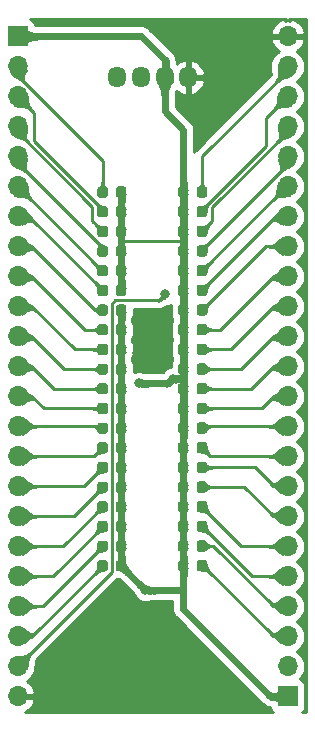
<source format=gbl>
G04 #@! TF.GenerationSoftware,KiCad,Pcbnew,(5.1.2)-1*
G04 #@! TF.CreationDate,2024-04-02T23:27:51+09:00*
G04 #@! TF.ProjectId,gpio40,6770696f-3430-42e6-9b69-6361645f7063,v1.0*
G04 #@! TF.SameCoordinates,Original*
G04 #@! TF.FileFunction,Copper,L2,Bot*
G04 #@! TF.FilePolarity,Positive*
%FSLAX46Y46*%
G04 Gerber Fmt 4.6, Leading zero omitted, Abs format (unit mm)*
G04 Created by KiCad (PCBNEW (5.1.2)-1) date 2024-04-02 23:27:51*
%MOMM*%
%LPD*%
G04 APERTURE LIST*
%ADD10C,0.100000*%
%ADD11C,0.875000*%
%ADD12O,1.700000X1.700000*%
%ADD13R,1.700000X1.700000*%
%ADD14O,1.524000X1.800000*%
%ADD15C,0.800000*%
%ADD16C,0.220000*%
%ADD17C,0.600000*%
%ADD18C,0.254000*%
%ADD19C,0.025400*%
G04 APERTURE END LIST*
D10*
G36*
X137769691Y-83826053D02*
G01*
X137790926Y-83829203D01*
X137811750Y-83834419D01*
X137831962Y-83841651D01*
X137851368Y-83850830D01*
X137869781Y-83861866D01*
X137887024Y-83874654D01*
X137902930Y-83889070D01*
X137917346Y-83904976D01*
X137930134Y-83922219D01*
X137941170Y-83940632D01*
X137950349Y-83960038D01*
X137957581Y-83980250D01*
X137962797Y-84001074D01*
X137965947Y-84022309D01*
X137967000Y-84043750D01*
X137967000Y-84556250D01*
X137965947Y-84577691D01*
X137962797Y-84598926D01*
X137957581Y-84619750D01*
X137950349Y-84639962D01*
X137941170Y-84659368D01*
X137930134Y-84677781D01*
X137917346Y-84695024D01*
X137902930Y-84710930D01*
X137887024Y-84725346D01*
X137869781Y-84738134D01*
X137851368Y-84749170D01*
X137831962Y-84758349D01*
X137811750Y-84765581D01*
X137790926Y-84770797D01*
X137769691Y-84773947D01*
X137748250Y-84775000D01*
X137310750Y-84775000D01*
X137289309Y-84773947D01*
X137268074Y-84770797D01*
X137247250Y-84765581D01*
X137227038Y-84758349D01*
X137207632Y-84749170D01*
X137189219Y-84738134D01*
X137171976Y-84725346D01*
X137156070Y-84710930D01*
X137141654Y-84695024D01*
X137128866Y-84677781D01*
X137117830Y-84659368D01*
X137108651Y-84639962D01*
X137101419Y-84619750D01*
X137096203Y-84598926D01*
X137093053Y-84577691D01*
X137092000Y-84556250D01*
X137092000Y-84043750D01*
X137093053Y-84022309D01*
X137096203Y-84001074D01*
X137101419Y-83980250D01*
X137108651Y-83960038D01*
X137117830Y-83940632D01*
X137128866Y-83922219D01*
X137141654Y-83904976D01*
X137156070Y-83889070D01*
X137171976Y-83874654D01*
X137189219Y-83861866D01*
X137207632Y-83850830D01*
X137227038Y-83841651D01*
X137247250Y-83834419D01*
X137268074Y-83829203D01*
X137289309Y-83826053D01*
X137310750Y-83825000D01*
X137748250Y-83825000D01*
X137769691Y-83826053D01*
X137769691Y-83826053D01*
G37*
D11*
X137529500Y-84300000D03*
D10*
G36*
X136194691Y-83826053D02*
G01*
X136215926Y-83829203D01*
X136236750Y-83834419D01*
X136256962Y-83841651D01*
X136276368Y-83850830D01*
X136294781Y-83861866D01*
X136312024Y-83874654D01*
X136327930Y-83889070D01*
X136342346Y-83904976D01*
X136355134Y-83922219D01*
X136366170Y-83940632D01*
X136375349Y-83960038D01*
X136382581Y-83980250D01*
X136387797Y-84001074D01*
X136390947Y-84022309D01*
X136392000Y-84043750D01*
X136392000Y-84556250D01*
X136390947Y-84577691D01*
X136387797Y-84598926D01*
X136382581Y-84619750D01*
X136375349Y-84639962D01*
X136366170Y-84659368D01*
X136355134Y-84677781D01*
X136342346Y-84695024D01*
X136327930Y-84710930D01*
X136312024Y-84725346D01*
X136294781Y-84738134D01*
X136276368Y-84749170D01*
X136256962Y-84758349D01*
X136236750Y-84765581D01*
X136215926Y-84770797D01*
X136194691Y-84773947D01*
X136173250Y-84775000D01*
X135735750Y-84775000D01*
X135714309Y-84773947D01*
X135693074Y-84770797D01*
X135672250Y-84765581D01*
X135652038Y-84758349D01*
X135632632Y-84749170D01*
X135614219Y-84738134D01*
X135596976Y-84725346D01*
X135581070Y-84710930D01*
X135566654Y-84695024D01*
X135553866Y-84677781D01*
X135542830Y-84659368D01*
X135533651Y-84639962D01*
X135526419Y-84619750D01*
X135521203Y-84598926D01*
X135518053Y-84577691D01*
X135517000Y-84556250D01*
X135517000Y-84043750D01*
X135518053Y-84022309D01*
X135521203Y-84001074D01*
X135526419Y-83980250D01*
X135533651Y-83960038D01*
X135542830Y-83940632D01*
X135553866Y-83922219D01*
X135566654Y-83904976D01*
X135581070Y-83889070D01*
X135596976Y-83874654D01*
X135614219Y-83861866D01*
X135632632Y-83850830D01*
X135652038Y-83841651D01*
X135672250Y-83834419D01*
X135693074Y-83829203D01*
X135714309Y-83826053D01*
X135735750Y-83825000D01*
X136173250Y-83825000D01*
X136194691Y-83826053D01*
X136194691Y-83826053D01*
G37*
D11*
X135954500Y-84300000D03*
D10*
G36*
X137769691Y-85491853D02*
G01*
X137790926Y-85495003D01*
X137811750Y-85500219D01*
X137831962Y-85507451D01*
X137851368Y-85516630D01*
X137869781Y-85527666D01*
X137887024Y-85540454D01*
X137902930Y-85554870D01*
X137917346Y-85570776D01*
X137930134Y-85588019D01*
X137941170Y-85606432D01*
X137950349Y-85625838D01*
X137957581Y-85646050D01*
X137962797Y-85666874D01*
X137965947Y-85688109D01*
X137967000Y-85709550D01*
X137967000Y-86222050D01*
X137965947Y-86243491D01*
X137962797Y-86264726D01*
X137957581Y-86285550D01*
X137950349Y-86305762D01*
X137941170Y-86325168D01*
X137930134Y-86343581D01*
X137917346Y-86360824D01*
X137902930Y-86376730D01*
X137887024Y-86391146D01*
X137869781Y-86403934D01*
X137851368Y-86414970D01*
X137831962Y-86424149D01*
X137811750Y-86431381D01*
X137790926Y-86436597D01*
X137769691Y-86439747D01*
X137748250Y-86440800D01*
X137310750Y-86440800D01*
X137289309Y-86439747D01*
X137268074Y-86436597D01*
X137247250Y-86431381D01*
X137227038Y-86424149D01*
X137207632Y-86414970D01*
X137189219Y-86403934D01*
X137171976Y-86391146D01*
X137156070Y-86376730D01*
X137141654Y-86360824D01*
X137128866Y-86343581D01*
X137117830Y-86325168D01*
X137108651Y-86305762D01*
X137101419Y-86285550D01*
X137096203Y-86264726D01*
X137093053Y-86243491D01*
X137092000Y-86222050D01*
X137092000Y-85709550D01*
X137093053Y-85688109D01*
X137096203Y-85666874D01*
X137101419Y-85646050D01*
X137108651Y-85625838D01*
X137117830Y-85606432D01*
X137128866Y-85588019D01*
X137141654Y-85570776D01*
X137156070Y-85554870D01*
X137171976Y-85540454D01*
X137189219Y-85527666D01*
X137207632Y-85516630D01*
X137227038Y-85507451D01*
X137247250Y-85500219D01*
X137268074Y-85495003D01*
X137289309Y-85491853D01*
X137310750Y-85490800D01*
X137748250Y-85490800D01*
X137769691Y-85491853D01*
X137769691Y-85491853D01*
G37*
D11*
X137529500Y-85965800D03*
D10*
G36*
X136194691Y-85491853D02*
G01*
X136215926Y-85495003D01*
X136236750Y-85500219D01*
X136256962Y-85507451D01*
X136276368Y-85516630D01*
X136294781Y-85527666D01*
X136312024Y-85540454D01*
X136327930Y-85554870D01*
X136342346Y-85570776D01*
X136355134Y-85588019D01*
X136366170Y-85606432D01*
X136375349Y-85625838D01*
X136382581Y-85646050D01*
X136387797Y-85666874D01*
X136390947Y-85688109D01*
X136392000Y-85709550D01*
X136392000Y-86222050D01*
X136390947Y-86243491D01*
X136387797Y-86264726D01*
X136382581Y-86285550D01*
X136375349Y-86305762D01*
X136366170Y-86325168D01*
X136355134Y-86343581D01*
X136342346Y-86360824D01*
X136327930Y-86376730D01*
X136312024Y-86391146D01*
X136294781Y-86403934D01*
X136276368Y-86414970D01*
X136256962Y-86424149D01*
X136236750Y-86431381D01*
X136215926Y-86436597D01*
X136194691Y-86439747D01*
X136173250Y-86440800D01*
X135735750Y-86440800D01*
X135714309Y-86439747D01*
X135693074Y-86436597D01*
X135672250Y-86431381D01*
X135652038Y-86424149D01*
X135632632Y-86414970D01*
X135614219Y-86403934D01*
X135596976Y-86391146D01*
X135581070Y-86376730D01*
X135566654Y-86360824D01*
X135553866Y-86343581D01*
X135542830Y-86325168D01*
X135533651Y-86305762D01*
X135526419Y-86285550D01*
X135521203Y-86264726D01*
X135518053Y-86243491D01*
X135517000Y-86222050D01*
X135517000Y-85709550D01*
X135518053Y-85688109D01*
X135521203Y-85666874D01*
X135526419Y-85646050D01*
X135533651Y-85625838D01*
X135542830Y-85606432D01*
X135553866Y-85588019D01*
X135566654Y-85570776D01*
X135581070Y-85554870D01*
X135596976Y-85540454D01*
X135614219Y-85527666D01*
X135632632Y-85516630D01*
X135652038Y-85507451D01*
X135672250Y-85500219D01*
X135693074Y-85495003D01*
X135714309Y-85491853D01*
X135735750Y-85490800D01*
X136173250Y-85490800D01*
X136194691Y-85491853D01*
X136194691Y-85491853D01*
G37*
D11*
X135954500Y-85965800D03*
D10*
G36*
X137769691Y-87157653D02*
G01*
X137790926Y-87160803D01*
X137811750Y-87166019D01*
X137831962Y-87173251D01*
X137851368Y-87182430D01*
X137869781Y-87193466D01*
X137887024Y-87206254D01*
X137902930Y-87220670D01*
X137917346Y-87236576D01*
X137930134Y-87253819D01*
X137941170Y-87272232D01*
X137950349Y-87291638D01*
X137957581Y-87311850D01*
X137962797Y-87332674D01*
X137965947Y-87353909D01*
X137967000Y-87375350D01*
X137967000Y-87887850D01*
X137965947Y-87909291D01*
X137962797Y-87930526D01*
X137957581Y-87951350D01*
X137950349Y-87971562D01*
X137941170Y-87990968D01*
X137930134Y-88009381D01*
X137917346Y-88026624D01*
X137902930Y-88042530D01*
X137887024Y-88056946D01*
X137869781Y-88069734D01*
X137851368Y-88080770D01*
X137831962Y-88089949D01*
X137811750Y-88097181D01*
X137790926Y-88102397D01*
X137769691Y-88105547D01*
X137748250Y-88106600D01*
X137310750Y-88106600D01*
X137289309Y-88105547D01*
X137268074Y-88102397D01*
X137247250Y-88097181D01*
X137227038Y-88089949D01*
X137207632Y-88080770D01*
X137189219Y-88069734D01*
X137171976Y-88056946D01*
X137156070Y-88042530D01*
X137141654Y-88026624D01*
X137128866Y-88009381D01*
X137117830Y-87990968D01*
X137108651Y-87971562D01*
X137101419Y-87951350D01*
X137096203Y-87930526D01*
X137093053Y-87909291D01*
X137092000Y-87887850D01*
X137092000Y-87375350D01*
X137093053Y-87353909D01*
X137096203Y-87332674D01*
X137101419Y-87311850D01*
X137108651Y-87291638D01*
X137117830Y-87272232D01*
X137128866Y-87253819D01*
X137141654Y-87236576D01*
X137156070Y-87220670D01*
X137171976Y-87206254D01*
X137189219Y-87193466D01*
X137207632Y-87182430D01*
X137227038Y-87173251D01*
X137247250Y-87166019D01*
X137268074Y-87160803D01*
X137289309Y-87157653D01*
X137310750Y-87156600D01*
X137748250Y-87156600D01*
X137769691Y-87157653D01*
X137769691Y-87157653D01*
G37*
D11*
X137529500Y-87631600D03*
D10*
G36*
X136194691Y-87157653D02*
G01*
X136215926Y-87160803D01*
X136236750Y-87166019D01*
X136256962Y-87173251D01*
X136276368Y-87182430D01*
X136294781Y-87193466D01*
X136312024Y-87206254D01*
X136327930Y-87220670D01*
X136342346Y-87236576D01*
X136355134Y-87253819D01*
X136366170Y-87272232D01*
X136375349Y-87291638D01*
X136382581Y-87311850D01*
X136387797Y-87332674D01*
X136390947Y-87353909D01*
X136392000Y-87375350D01*
X136392000Y-87887850D01*
X136390947Y-87909291D01*
X136387797Y-87930526D01*
X136382581Y-87951350D01*
X136375349Y-87971562D01*
X136366170Y-87990968D01*
X136355134Y-88009381D01*
X136342346Y-88026624D01*
X136327930Y-88042530D01*
X136312024Y-88056946D01*
X136294781Y-88069734D01*
X136276368Y-88080770D01*
X136256962Y-88089949D01*
X136236750Y-88097181D01*
X136215926Y-88102397D01*
X136194691Y-88105547D01*
X136173250Y-88106600D01*
X135735750Y-88106600D01*
X135714309Y-88105547D01*
X135693074Y-88102397D01*
X135672250Y-88097181D01*
X135652038Y-88089949D01*
X135632632Y-88080770D01*
X135614219Y-88069734D01*
X135596976Y-88056946D01*
X135581070Y-88042530D01*
X135566654Y-88026624D01*
X135553866Y-88009381D01*
X135542830Y-87990968D01*
X135533651Y-87971562D01*
X135526419Y-87951350D01*
X135521203Y-87930526D01*
X135518053Y-87909291D01*
X135517000Y-87887850D01*
X135517000Y-87375350D01*
X135518053Y-87353909D01*
X135521203Y-87332674D01*
X135526419Y-87311850D01*
X135533651Y-87291638D01*
X135542830Y-87272232D01*
X135553866Y-87253819D01*
X135566654Y-87236576D01*
X135581070Y-87220670D01*
X135596976Y-87206254D01*
X135614219Y-87193466D01*
X135632632Y-87182430D01*
X135652038Y-87173251D01*
X135672250Y-87166019D01*
X135693074Y-87160803D01*
X135714309Y-87157653D01*
X135735750Y-87156600D01*
X136173250Y-87156600D01*
X136194691Y-87157653D01*
X136194691Y-87157653D01*
G37*
D11*
X135954500Y-87631600D03*
D10*
G36*
X137769691Y-88823453D02*
G01*
X137790926Y-88826603D01*
X137811750Y-88831819D01*
X137831962Y-88839051D01*
X137851368Y-88848230D01*
X137869781Y-88859266D01*
X137887024Y-88872054D01*
X137902930Y-88886470D01*
X137917346Y-88902376D01*
X137930134Y-88919619D01*
X137941170Y-88938032D01*
X137950349Y-88957438D01*
X137957581Y-88977650D01*
X137962797Y-88998474D01*
X137965947Y-89019709D01*
X137967000Y-89041150D01*
X137967000Y-89553650D01*
X137965947Y-89575091D01*
X137962797Y-89596326D01*
X137957581Y-89617150D01*
X137950349Y-89637362D01*
X137941170Y-89656768D01*
X137930134Y-89675181D01*
X137917346Y-89692424D01*
X137902930Y-89708330D01*
X137887024Y-89722746D01*
X137869781Y-89735534D01*
X137851368Y-89746570D01*
X137831962Y-89755749D01*
X137811750Y-89762981D01*
X137790926Y-89768197D01*
X137769691Y-89771347D01*
X137748250Y-89772400D01*
X137310750Y-89772400D01*
X137289309Y-89771347D01*
X137268074Y-89768197D01*
X137247250Y-89762981D01*
X137227038Y-89755749D01*
X137207632Y-89746570D01*
X137189219Y-89735534D01*
X137171976Y-89722746D01*
X137156070Y-89708330D01*
X137141654Y-89692424D01*
X137128866Y-89675181D01*
X137117830Y-89656768D01*
X137108651Y-89637362D01*
X137101419Y-89617150D01*
X137096203Y-89596326D01*
X137093053Y-89575091D01*
X137092000Y-89553650D01*
X137092000Y-89041150D01*
X137093053Y-89019709D01*
X137096203Y-88998474D01*
X137101419Y-88977650D01*
X137108651Y-88957438D01*
X137117830Y-88938032D01*
X137128866Y-88919619D01*
X137141654Y-88902376D01*
X137156070Y-88886470D01*
X137171976Y-88872054D01*
X137189219Y-88859266D01*
X137207632Y-88848230D01*
X137227038Y-88839051D01*
X137247250Y-88831819D01*
X137268074Y-88826603D01*
X137289309Y-88823453D01*
X137310750Y-88822400D01*
X137748250Y-88822400D01*
X137769691Y-88823453D01*
X137769691Y-88823453D01*
G37*
D11*
X137529500Y-89297400D03*
D10*
G36*
X136194691Y-88823453D02*
G01*
X136215926Y-88826603D01*
X136236750Y-88831819D01*
X136256962Y-88839051D01*
X136276368Y-88848230D01*
X136294781Y-88859266D01*
X136312024Y-88872054D01*
X136327930Y-88886470D01*
X136342346Y-88902376D01*
X136355134Y-88919619D01*
X136366170Y-88938032D01*
X136375349Y-88957438D01*
X136382581Y-88977650D01*
X136387797Y-88998474D01*
X136390947Y-89019709D01*
X136392000Y-89041150D01*
X136392000Y-89553650D01*
X136390947Y-89575091D01*
X136387797Y-89596326D01*
X136382581Y-89617150D01*
X136375349Y-89637362D01*
X136366170Y-89656768D01*
X136355134Y-89675181D01*
X136342346Y-89692424D01*
X136327930Y-89708330D01*
X136312024Y-89722746D01*
X136294781Y-89735534D01*
X136276368Y-89746570D01*
X136256962Y-89755749D01*
X136236750Y-89762981D01*
X136215926Y-89768197D01*
X136194691Y-89771347D01*
X136173250Y-89772400D01*
X135735750Y-89772400D01*
X135714309Y-89771347D01*
X135693074Y-89768197D01*
X135672250Y-89762981D01*
X135652038Y-89755749D01*
X135632632Y-89746570D01*
X135614219Y-89735534D01*
X135596976Y-89722746D01*
X135581070Y-89708330D01*
X135566654Y-89692424D01*
X135553866Y-89675181D01*
X135542830Y-89656768D01*
X135533651Y-89637362D01*
X135526419Y-89617150D01*
X135521203Y-89596326D01*
X135518053Y-89575091D01*
X135517000Y-89553650D01*
X135517000Y-89041150D01*
X135518053Y-89019709D01*
X135521203Y-88998474D01*
X135526419Y-88977650D01*
X135533651Y-88957438D01*
X135542830Y-88938032D01*
X135553866Y-88919619D01*
X135566654Y-88902376D01*
X135581070Y-88886470D01*
X135596976Y-88872054D01*
X135614219Y-88859266D01*
X135632632Y-88848230D01*
X135652038Y-88839051D01*
X135672250Y-88831819D01*
X135693074Y-88826603D01*
X135714309Y-88823453D01*
X135735750Y-88822400D01*
X136173250Y-88822400D01*
X136194691Y-88823453D01*
X136194691Y-88823453D01*
G37*
D11*
X135954500Y-89297400D03*
D10*
G36*
X137769691Y-90489253D02*
G01*
X137790926Y-90492403D01*
X137811750Y-90497619D01*
X137831962Y-90504851D01*
X137851368Y-90514030D01*
X137869781Y-90525066D01*
X137887024Y-90537854D01*
X137902930Y-90552270D01*
X137917346Y-90568176D01*
X137930134Y-90585419D01*
X137941170Y-90603832D01*
X137950349Y-90623238D01*
X137957581Y-90643450D01*
X137962797Y-90664274D01*
X137965947Y-90685509D01*
X137967000Y-90706950D01*
X137967000Y-91219450D01*
X137965947Y-91240891D01*
X137962797Y-91262126D01*
X137957581Y-91282950D01*
X137950349Y-91303162D01*
X137941170Y-91322568D01*
X137930134Y-91340981D01*
X137917346Y-91358224D01*
X137902930Y-91374130D01*
X137887024Y-91388546D01*
X137869781Y-91401334D01*
X137851368Y-91412370D01*
X137831962Y-91421549D01*
X137811750Y-91428781D01*
X137790926Y-91433997D01*
X137769691Y-91437147D01*
X137748250Y-91438200D01*
X137310750Y-91438200D01*
X137289309Y-91437147D01*
X137268074Y-91433997D01*
X137247250Y-91428781D01*
X137227038Y-91421549D01*
X137207632Y-91412370D01*
X137189219Y-91401334D01*
X137171976Y-91388546D01*
X137156070Y-91374130D01*
X137141654Y-91358224D01*
X137128866Y-91340981D01*
X137117830Y-91322568D01*
X137108651Y-91303162D01*
X137101419Y-91282950D01*
X137096203Y-91262126D01*
X137093053Y-91240891D01*
X137092000Y-91219450D01*
X137092000Y-90706950D01*
X137093053Y-90685509D01*
X137096203Y-90664274D01*
X137101419Y-90643450D01*
X137108651Y-90623238D01*
X137117830Y-90603832D01*
X137128866Y-90585419D01*
X137141654Y-90568176D01*
X137156070Y-90552270D01*
X137171976Y-90537854D01*
X137189219Y-90525066D01*
X137207632Y-90514030D01*
X137227038Y-90504851D01*
X137247250Y-90497619D01*
X137268074Y-90492403D01*
X137289309Y-90489253D01*
X137310750Y-90488200D01*
X137748250Y-90488200D01*
X137769691Y-90489253D01*
X137769691Y-90489253D01*
G37*
D11*
X137529500Y-90963200D03*
D10*
G36*
X136194691Y-90489253D02*
G01*
X136215926Y-90492403D01*
X136236750Y-90497619D01*
X136256962Y-90504851D01*
X136276368Y-90514030D01*
X136294781Y-90525066D01*
X136312024Y-90537854D01*
X136327930Y-90552270D01*
X136342346Y-90568176D01*
X136355134Y-90585419D01*
X136366170Y-90603832D01*
X136375349Y-90623238D01*
X136382581Y-90643450D01*
X136387797Y-90664274D01*
X136390947Y-90685509D01*
X136392000Y-90706950D01*
X136392000Y-91219450D01*
X136390947Y-91240891D01*
X136387797Y-91262126D01*
X136382581Y-91282950D01*
X136375349Y-91303162D01*
X136366170Y-91322568D01*
X136355134Y-91340981D01*
X136342346Y-91358224D01*
X136327930Y-91374130D01*
X136312024Y-91388546D01*
X136294781Y-91401334D01*
X136276368Y-91412370D01*
X136256962Y-91421549D01*
X136236750Y-91428781D01*
X136215926Y-91433997D01*
X136194691Y-91437147D01*
X136173250Y-91438200D01*
X135735750Y-91438200D01*
X135714309Y-91437147D01*
X135693074Y-91433997D01*
X135672250Y-91428781D01*
X135652038Y-91421549D01*
X135632632Y-91412370D01*
X135614219Y-91401334D01*
X135596976Y-91388546D01*
X135581070Y-91374130D01*
X135566654Y-91358224D01*
X135553866Y-91340981D01*
X135542830Y-91322568D01*
X135533651Y-91303162D01*
X135526419Y-91282950D01*
X135521203Y-91262126D01*
X135518053Y-91240891D01*
X135517000Y-91219450D01*
X135517000Y-90706950D01*
X135518053Y-90685509D01*
X135521203Y-90664274D01*
X135526419Y-90643450D01*
X135533651Y-90623238D01*
X135542830Y-90603832D01*
X135553866Y-90585419D01*
X135566654Y-90568176D01*
X135581070Y-90552270D01*
X135596976Y-90537854D01*
X135614219Y-90525066D01*
X135632632Y-90514030D01*
X135652038Y-90504851D01*
X135672250Y-90497619D01*
X135693074Y-90492403D01*
X135714309Y-90489253D01*
X135735750Y-90488200D01*
X136173250Y-90488200D01*
X136194691Y-90489253D01*
X136194691Y-90489253D01*
G37*
D11*
X135954500Y-90963200D03*
D10*
G36*
X137769691Y-92155053D02*
G01*
X137790926Y-92158203D01*
X137811750Y-92163419D01*
X137831962Y-92170651D01*
X137851368Y-92179830D01*
X137869781Y-92190866D01*
X137887024Y-92203654D01*
X137902930Y-92218070D01*
X137917346Y-92233976D01*
X137930134Y-92251219D01*
X137941170Y-92269632D01*
X137950349Y-92289038D01*
X137957581Y-92309250D01*
X137962797Y-92330074D01*
X137965947Y-92351309D01*
X137967000Y-92372750D01*
X137967000Y-92885250D01*
X137965947Y-92906691D01*
X137962797Y-92927926D01*
X137957581Y-92948750D01*
X137950349Y-92968962D01*
X137941170Y-92988368D01*
X137930134Y-93006781D01*
X137917346Y-93024024D01*
X137902930Y-93039930D01*
X137887024Y-93054346D01*
X137869781Y-93067134D01*
X137851368Y-93078170D01*
X137831962Y-93087349D01*
X137811750Y-93094581D01*
X137790926Y-93099797D01*
X137769691Y-93102947D01*
X137748250Y-93104000D01*
X137310750Y-93104000D01*
X137289309Y-93102947D01*
X137268074Y-93099797D01*
X137247250Y-93094581D01*
X137227038Y-93087349D01*
X137207632Y-93078170D01*
X137189219Y-93067134D01*
X137171976Y-93054346D01*
X137156070Y-93039930D01*
X137141654Y-93024024D01*
X137128866Y-93006781D01*
X137117830Y-92988368D01*
X137108651Y-92968962D01*
X137101419Y-92948750D01*
X137096203Y-92927926D01*
X137093053Y-92906691D01*
X137092000Y-92885250D01*
X137092000Y-92372750D01*
X137093053Y-92351309D01*
X137096203Y-92330074D01*
X137101419Y-92309250D01*
X137108651Y-92289038D01*
X137117830Y-92269632D01*
X137128866Y-92251219D01*
X137141654Y-92233976D01*
X137156070Y-92218070D01*
X137171976Y-92203654D01*
X137189219Y-92190866D01*
X137207632Y-92179830D01*
X137227038Y-92170651D01*
X137247250Y-92163419D01*
X137268074Y-92158203D01*
X137289309Y-92155053D01*
X137310750Y-92154000D01*
X137748250Y-92154000D01*
X137769691Y-92155053D01*
X137769691Y-92155053D01*
G37*
D11*
X137529500Y-92629000D03*
D10*
G36*
X136194691Y-92155053D02*
G01*
X136215926Y-92158203D01*
X136236750Y-92163419D01*
X136256962Y-92170651D01*
X136276368Y-92179830D01*
X136294781Y-92190866D01*
X136312024Y-92203654D01*
X136327930Y-92218070D01*
X136342346Y-92233976D01*
X136355134Y-92251219D01*
X136366170Y-92269632D01*
X136375349Y-92289038D01*
X136382581Y-92309250D01*
X136387797Y-92330074D01*
X136390947Y-92351309D01*
X136392000Y-92372750D01*
X136392000Y-92885250D01*
X136390947Y-92906691D01*
X136387797Y-92927926D01*
X136382581Y-92948750D01*
X136375349Y-92968962D01*
X136366170Y-92988368D01*
X136355134Y-93006781D01*
X136342346Y-93024024D01*
X136327930Y-93039930D01*
X136312024Y-93054346D01*
X136294781Y-93067134D01*
X136276368Y-93078170D01*
X136256962Y-93087349D01*
X136236750Y-93094581D01*
X136215926Y-93099797D01*
X136194691Y-93102947D01*
X136173250Y-93104000D01*
X135735750Y-93104000D01*
X135714309Y-93102947D01*
X135693074Y-93099797D01*
X135672250Y-93094581D01*
X135652038Y-93087349D01*
X135632632Y-93078170D01*
X135614219Y-93067134D01*
X135596976Y-93054346D01*
X135581070Y-93039930D01*
X135566654Y-93024024D01*
X135553866Y-93006781D01*
X135542830Y-92988368D01*
X135533651Y-92968962D01*
X135526419Y-92948750D01*
X135521203Y-92927926D01*
X135518053Y-92906691D01*
X135517000Y-92885250D01*
X135517000Y-92372750D01*
X135518053Y-92351309D01*
X135521203Y-92330074D01*
X135526419Y-92309250D01*
X135533651Y-92289038D01*
X135542830Y-92269632D01*
X135553866Y-92251219D01*
X135566654Y-92233976D01*
X135581070Y-92218070D01*
X135596976Y-92203654D01*
X135614219Y-92190866D01*
X135632632Y-92179830D01*
X135652038Y-92170651D01*
X135672250Y-92163419D01*
X135693074Y-92158203D01*
X135714309Y-92155053D01*
X135735750Y-92154000D01*
X136173250Y-92154000D01*
X136194691Y-92155053D01*
X136194691Y-92155053D01*
G37*
D11*
X135954500Y-92629000D03*
D10*
G36*
X137769691Y-93820753D02*
G01*
X137790926Y-93823903D01*
X137811750Y-93829119D01*
X137831962Y-93836351D01*
X137851368Y-93845530D01*
X137869781Y-93856566D01*
X137887024Y-93869354D01*
X137902930Y-93883770D01*
X137917346Y-93899676D01*
X137930134Y-93916919D01*
X137941170Y-93935332D01*
X137950349Y-93954738D01*
X137957581Y-93974950D01*
X137962797Y-93995774D01*
X137965947Y-94017009D01*
X137967000Y-94038450D01*
X137967000Y-94550950D01*
X137965947Y-94572391D01*
X137962797Y-94593626D01*
X137957581Y-94614450D01*
X137950349Y-94634662D01*
X137941170Y-94654068D01*
X137930134Y-94672481D01*
X137917346Y-94689724D01*
X137902930Y-94705630D01*
X137887024Y-94720046D01*
X137869781Y-94732834D01*
X137851368Y-94743870D01*
X137831962Y-94753049D01*
X137811750Y-94760281D01*
X137790926Y-94765497D01*
X137769691Y-94768647D01*
X137748250Y-94769700D01*
X137310750Y-94769700D01*
X137289309Y-94768647D01*
X137268074Y-94765497D01*
X137247250Y-94760281D01*
X137227038Y-94753049D01*
X137207632Y-94743870D01*
X137189219Y-94732834D01*
X137171976Y-94720046D01*
X137156070Y-94705630D01*
X137141654Y-94689724D01*
X137128866Y-94672481D01*
X137117830Y-94654068D01*
X137108651Y-94634662D01*
X137101419Y-94614450D01*
X137096203Y-94593626D01*
X137093053Y-94572391D01*
X137092000Y-94550950D01*
X137092000Y-94038450D01*
X137093053Y-94017009D01*
X137096203Y-93995774D01*
X137101419Y-93974950D01*
X137108651Y-93954738D01*
X137117830Y-93935332D01*
X137128866Y-93916919D01*
X137141654Y-93899676D01*
X137156070Y-93883770D01*
X137171976Y-93869354D01*
X137189219Y-93856566D01*
X137207632Y-93845530D01*
X137227038Y-93836351D01*
X137247250Y-93829119D01*
X137268074Y-93823903D01*
X137289309Y-93820753D01*
X137310750Y-93819700D01*
X137748250Y-93819700D01*
X137769691Y-93820753D01*
X137769691Y-93820753D01*
G37*
D11*
X137529500Y-94294700D03*
D10*
G36*
X136194691Y-93820753D02*
G01*
X136215926Y-93823903D01*
X136236750Y-93829119D01*
X136256962Y-93836351D01*
X136276368Y-93845530D01*
X136294781Y-93856566D01*
X136312024Y-93869354D01*
X136327930Y-93883770D01*
X136342346Y-93899676D01*
X136355134Y-93916919D01*
X136366170Y-93935332D01*
X136375349Y-93954738D01*
X136382581Y-93974950D01*
X136387797Y-93995774D01*
X136390947Y-94017009D01*
X136392000Y-94038450D01*
X136392000Y-94550950D01*
X136390947Y-94572391D01*
X136387797Y-94593626D01*
X136382581Y-94614450D01*
X136375349Y-94634662D01*
X136366170Y-94654068D01*
X136355134Y-94672481D01*
X136342346Y-94689724D01*
X136327930Y-94705630D01*
X136312024Y-94720046D01*
X136294781Y-94732834D01*
X136276368Y-94743870D01*
X136256962Y-94753049D01*
X136236750Y-94760281D01*
X136215926Y-94765497D01*
X136194691Y-94768647D01*
X136173250Y-94769700D01*
X135735750Y-94769700D01*
X135714309Y-94768647D01*
X135693074Y-94765497D01*
X135672250Y-94760281D01*
X135652038Y-94753049D01*
X135632632Y-94743870D01*
X135614219Y-94732834D01*
X135596976Y-94720046D01*
X135581070Y-94705630D01*
X135566654Y-94689724D01*
X135553866Y-94672481D01*
X135542830Y-94654068D01*
X135533651Y-94634662D01*
X135526419Y-94614450D01*
X135521203Y-94593626D01*
X135518053Y-94572391D01*
X135517000Y-94550950D01*
X135517000Y-94038450D01*
X135518053Y-94017009D01*
X135521203Y-93995774D01*
X135526419Y-93974950D01*
X135533651Y-93954738D01*
X135542830Y-93935332D01*
X135553866Y-93916919D01*
X135566654Y-93899676D01*
X135581070Y-93883770D01*
X135596976Y-93869354D01*
X135614219Y-93856566D01*
X135632632Y-93845530D01*
X135652038Y-93836351D01*
X135672250Y-93829119D01*
X135693074Y-93823903D01*
X135714309Y-93820753D01*
X135735750Y-93819700D01*
X136173250Y-93819700D01*
X136194691Y-93820753D01*
X136194691Y-93820753D01*
G37*
D11*
X135954500Y-94294700D03*
D10*
G36*
X137769691Y-95486553D02*
G01*
X137790926Y-95489703D01*
X137811750Y-95494919D01*
X137831962Y-95502151D01*
X137851368Y-95511330D01*
X137869781Y-95522366D01*
X137887024Y-95535154D01*
X137902930Y-95549570D01*
X137917346Y-95565476D01*
X137930134Y-95582719D01*
X137941170Y-95601132D01*
X137950349Y-95620538D01*
X137957581Y-95640750D01*
X137962797Y-95661574D01*
X137965947Y-95682809D01*
X137967000Y-95704250D01*
X137967000Y-96216750D01*
X137965947Y-96238191D01*
X137962797Y-96259426D01*
X137957581Y-96280250D01*
X137950349Y-96300462D01*
X137941170Y-96319868D01*
X137930134Y-96338281D01*
X137917346Y-96355524D01*
X137902930Y-96371430D01*
X137887024Y-96385846D01*
X137869781Y-96398634D01*
X137851368Y-96409670D01*
X137831962Y-96418849D01*
X137811750Y-96426081D01*
X137790926Y-96431297D01*
X137769691Y-96434447D01*
X137748250Y-96435500D01*
X137310750Y-96435500D01*
X137289309Y-96434447D01*
X137268074Y-96431297D01*
X137247250Y-96426081D01*
X137227038Y-96418849D01*
X137207632Y-96409670D01*
X137189219Y-96398634D01*
X137171976Y-96385846D01*
X137156070Y-96371430D01*
X137141654Y-96355524D01*
X137128866Y-96338281D01*
X137117830Y-96319868D01*
X137108651Y-96300462D01*
X137101419Y-96280250D01*
X137096203Y-96259426D01*
X137093053Y-96238191D01*
X137092000Y-96216750D01*
X137092000Y-95704250D01*
X137093053Y-95682809D01*
X137096203Y-95661574D01*
X137101419Y-95640750D01*
X137108651Y-95620538D01*
X137117830Y-95601132D01*
X137128866Y-95582719D01*
X137141654Y-95565476D01*
X137156070Y-95549570D01*
X137171976Y-95535154D01*
X137189219Y-95522366D01*
X137207632Y-95511330D01*
X137227038Y-95502151D01*
X137247250Y-95494919D01*
X137268074Y-95489703D01*
X137289309Y-95486553D01*
X137310750Y-95485500D01*
X137748250Y-95485500D01*
X137769691Y-95486553D01*
X137769691Y-95486553D01*
G37*
D11*
X137529500Y-95960500D03*
D10*
G36*
X136194691Y-95486553D02*
G01*
X136215926Y-95489703D01*
X136236750Y-95494919D01*
X136256962Y-95502151D01*
X136276368Y-95511330D01*
X136294781Y-95522366D01*
X136312024Y-95535154D01*
X136327930Y-95549570D01*
X136342346Y-95565476D01*
X136355134Y-95582719D01*
X136366170Y-95601132D01*
X136375349Y-95620538D01*
X136382581Y-95640750D01*
X136387797Y-95661574D01*
X136390947Y-95682809D01*
X136392000Y-95704250D01*
X136392000Y-96216750D01*
X136390947Y-96238191D01*
X136387797Y-96259426D01*
X136382581Y-96280250D01*
X136375349Y-96300462D01*
X136366170Y-96319868D01*
X136355134Y-96338281D01*
X136342346Y-96355524D01*
X136327930Y-96371430D01*
X136312024Y-96385846D01*
X136294781Y-96398634D01*
X136276368Y-96409670D01*
X136256962Y-96418849D01*
X136236750Y-96426081D01*
X136215926Y-96431297D01*
X136194691Y-96434447D01*
X136173250Y-96435500D01*
X135735750Y-96435500D01*
X135714309Y-96434447D01*
X135693074Y-96431297D01*
X135672250Y-96426081D01*
X135652038Y-96418849D01*
X135632632Y-96409670D01*
X135614219Y-96398634D01*
X135596976Y-96385846D01*
X135581070Y-96371430D01*
X135566654Y-96355524D01*
X135553866Y-96338281D01*
X135542830Y-96319868D01*
X135533651Y-96300462D01*
X135526419Y-96280250D01*
X135521203Y-96259426D01*
X135518053Y-96238191D01*
X135517000Y-96216750D01*
X135517000Y-95704250D01*
X135518053Y-95682809D01*
X135521203Y-95661574D01*
X135526419Y-95640750D01*
X135533651Y-95620538D01*
X135542830Y-95601132D01*
X135553866Y-95582719D01*
X135566654Y-95565476D01*
X135581070Y-95549570D01*
X135596976Y-95535154D01*
X135614219Y-95522366D01*
X135632632Y-95511330D01*
X135652038Y-95502151D01*
X135672250Y-95494919D01*
X135693074Y-95489703D01*
X135714309Y-95486553D01*
X135735750Y-95485500D01*
X136173250Y-95485500D01*
X136194691Y-95486553D01*
X136194691Y-95486553D01*
G37*
D11*
X135954500Y-95960500D03*
D10*
G36*
X137769691Y-97152353D02*
G01*
X137790926Y-97155503D01*
X137811750Y-97160719D01*
X137831962Y-97167951D01*
X137851368Y-97177130D01*
X137869781Y-97188166D01*
X137887024Y-97200954D01*
X137902930Y-97215370D01*
X137917346Y-97231276D01*
X137930134Y-97248519D01*
X137941170Y-97266932D01*
X137950349Y-97286338D01*
X137957581Y-97306550D01*
X137962797Y-97327374D01*
X137965947Y-97348609D01*
X137967000Y-97370050D01*
X137967000Y-97882550D01*
X137965947Y-97903991D01*
X137962797Y-97925226D01*
X137957581Y-97946050D01*
X137950349Y-97966262D01*
X137941170Y-97985668D01*
X137930134Y-98004081D01*
X137917346Y-98021324D01*
X137902930Y-98037230D01*
X137887024Y-98051646D01*
X137869781Y-98064434D01*
X137851368Y-98075470D01*
X137831962Y-98084649D01*
X137811750Y-98091881D01*
X137790926Y-98097097D01*
X137769691Y-98100247D01*
X137748250Y-98101300D01*
X137310750Y-98101300D01*
X137289309Y-98100247D01*
X137268074Y-98097097D01*
X137247250Y-98091881D01*
X137227038Y-98084649D01*
X137207632Y-98075470D01*
X137189219Y-98064434D01*
X137171976Y-98051646D01*
X137156070Y-98037230D01*
X137141654Y-98021324D01*
X137128866Y-98004081D01*
X137117830Y-97985668D01*
X137108651Y-97966262D01*
X137101419Y-97946050D01*
X137096203Y-97925226D01*
X137093053Y-97903991D01*
X137092000Y-97882550D01*
X137092000Y-97370050D01*
X137093053Y-97348609D01*
X137096203Y-97327374D01*
X137101419Y-97306550D01*
X137108651Y-97286338D01*
X137117830Y-97266932D01*
X137128866Y-97248519D01*
X137141654Y-97231276D01*
X137156070Y-97215370D01*
X137171976Y-97200954D01*
X137189219Y-97188166D01*
X137207632Y-97177130D01*
X137227038Y-97167951D01*
X137247250Y-97160719D01*
X137268074Y-97155503D01*
X137289309Y-97152353D01*
X137310750Y-97151300D01*
X137748250Y-97151300D01*
X137769691Y-97152353D01*
X137769691Y-97152353D01*
G37*
D11*
X137529500Y-97626300D03*
D10*
G36*
X136194691Y-97152353D02*
G01*
X136215926Y-97155503D01*
X136236750Y-97160719D01*
X136256962Y-97167951D01*
X136276368Y-97177130D01*
X136294781Y-97188166D01*
X136312024Y-97200954D01*
X136327930Y-97215370D01*
X136342346Y-97231276D01*
X136355134Y-97248519D01*
X136366170Y-97266932D01*
X136375349Y-97286338D01*
X136382581Y-97306550D01*
X136387797Y-97327374D01*
X136390947Y-97348609D01*
X136392000Y-97370050D01*
X136392000Y-97882550D01*
X136390947Y-97903991D01*
X136387797Y-97925226D01*
X136382581Y-97946050D01*
X136375349Y-97966262D01*
X136366170Y-97985668D01*
X136355134Y-98004081D01*
X136342346Y-98021324D01*
X136327930Y-98037230D01*
X136312024Y-98051646D01*
X136294781Y-98064434D01*
X136276368Y-98075470D01*
X136256962Y-98084649D01*
X136236750Y-98091881D01*
X136215926Y-98097097D01*
X136194691Y-98100247D01*
X136173250Y-98101300D01*
X135735750Y-98101300D01*
X135714309Y-98100247D01*
X135693074Y-98097097D01*
X135672250Y-98091881D01*
X135652038Y-98084649D01*
X135632632Y-98075470D01*
X135614219Y-98064434D01*
X135596976Y-98051646D01*
X135581070Y-98037230D01*
X135566654Y-98021324D01*
X135553866Y-98004081D01*
X135542830Y-97985668D01*
X135533651Y-97966262D01*
X135526419Y-97946050D01*
X135521203Y-97925226D01*
X135518053Y-97903991D01*
X135517000Y-97882550D01*
X135517000Y-97370050D01*
X135518053Y-97348609D01*
X135521203Y-97327374D01*
X135526419Y-97306550D01*
X135533651Y-97286338D01*
X135542830Y-97266932D01*
X135553866Y-97248519D01*
X135566654Y-97231276D01*
X135581070Y-97215370D01*
X135596976Y-97200954D01*
X135614219Y-97188166D01*
X135632632Y-97177130D01*
X135652038Y-97167951D01*
X135672250Y-97160719D01*
X135693074Y-97155503D01*
X135714309Y-97152353D01*
X135735750Y-97151300D01*
X136173250Y-97151300D01*
X136194691Y-97152353D01*
X136194691Y-97152353D01*
G37*
D11*
X135954500Y-97626300D03*
D10*
G36*
X137769691Y-98818153D02*
G01*
X137790926Y-98821303D01*
X137811750Y-98826519D01*
X137831962Y-98833751D01*
X137851368Y-98842930D01*
X137869781Y-98853966D01*
X137887024Y-98866754D01*
X137902930Y-98881170D01*
X137917346Y-98897076D01*
X137930134Y-98914319D01*
X137941170Y-98932732D01*
X137950349Y-98952138D01*
X137957581Y-98972350D01*
X137962797Y-98993174D01*
X137965947Y-99014409D01*
X137967000Y-99035850D01*
X137967000Y-99548350D01*
X137965947Y-99569791D01*
X137962797Y-99591026D01*
X137957581Y-99611850D01*
X137950349Y-99632062D01*
X137941170Y-99651468D01*
X137930134Y-99669881D01*
X137917346Y-99687124D01*
X137902930Y-99703030D01*
X137887024Y-99717446D01*
X137869781Y-99730234D01*
X137851368Y-99741270D01*
X137831962Y-99750449D01*
X137811750Y-99757681D01*
X137790926Y-99762897D01*
X137769691Y-99766047D01*
X137748250Y-99767100D01*
X137310750Y-99767100D01*
X137289309Y-99766047D01*
X137268074Y-99762897D01*
X137247250Y-99757681D01*
X137227038Y-99750449D01*
X137207632Y-99741270D01*
X137189219Y-99730234D01*
X137171976Y-99717446D01*
X137156070Y-99703030D01*
X137141654Y-99687124D01*
X137128866Y-99669881D01*
X137117830Y-99651468D01*
X137108651Y-99632062D01*
X137101419Y-99611850D01*
X137096203Y-99591026D01*
X137093053Y-99569791D01*
X137092000Y-99548350D01*
X137092000Y-99035850D01*
X137093053Y-99014409D01*
X137096203Y-98993174D01*
X137101419Y-98972350D01*
X137108651Y-98952138D01*
X137117830Y-98932732D01*
X137128866Y-98914319D01*
X137141654Y-98897076D01*
X137156070Y-98881170D01*
X137171976Y-98866754D01*
X137189219Y-98853966D01*
X137207632Y-98842930D01*
X137227038Y-98833751D01*
X137247250Y-98826519D01*
X137268074Y-98821303D01*
X137289309Y-98818153D01*
X137310750Y-98817100D01*
X137748250Y-98817100D01*
X137769691Y-98818153D01*
X137769691Y-98818153D01*
G37*
D11*
X137529500Y-99292100D03*
D10*
G36*
X136194691Y-98818153D02*
G01*
X136215926Y-98821303D01*
X136236750Y-98826519D01*
X136256962Y-98833751D01*
X136276368Y-98842930D01*
X136294781Y-98853966D01*
X136312024Y-98866754D01*
X136327930Y-98881170D01*
X136342346Y-98897076D01*
X136355134Y-98914319D01*
X136366170Y-98932732D01*
X136375349Y-98952138D01*
X136382581Y-98972350D01*
X136387797Y-98993174D01*
X136390947Y-99014409D01*
X136392000Y-99035850D01*
X136392000Y-99548350D01*
X136390947Y-99569791D01*
X136387797Y-99591026D01*
X136382581Y-99611850D01*
X136375349Y-99632062D01*
X136366170Y-99651468D01*
X136355134Y-99669881D01*
X136342346Y-99687124D01*
X136327930Y-99703030D01*
X136312024Y-99717446D01*
X136294781Y-99730234D01*
X136276368Y-99741270D01*
X136256962Y-99750449D01*
X136236750Y-99757681D01*
X136215926Y-99762897D01*
X136194691Y-99766047D01*
X136173250Y-99767100D01*
X135735750Y-99767100D01*
X135714309Y-99766047D01*
X135693074Y-99762897D01*
X135672250Y-99757681D01*
X135652038Y-99750449D01*
X135632632Y-99741270D01*
X135614219Y-99730234D01*
X135596976Y-99717446D01*
X135581070Y-99703030D01*
X135566654Y-99687124D01*
X135553866Y-99669881D01*
X135542830Y-99651468D01*
X135533651Y-99632062D01*
X135526419Y-99611850D01*
X135521203Y-99591026D01*
X135518053Y-99569791D01*
X135517000Y-99548350D01*
X135517000Y-99035850D01*
X135518053Y-99014409D01*
X135521203Y-98993174D01*
X135526419Y-98972350D01*
X135533651Y-98952138D01*
X135542830Y-98932732D01*
X135553866Y-98914319D01*
X135566654Y-98897076D01*
X135581070Y-98881170D01*
X135596976Y-98866754D01*
X135614219Y-98853966D01*
X135632632Y-98842930D01*
X135652038Y-98833751D01*
X135672250Y-98826519D01*
X135693074Y-98821303D01*
X135714309Y-98818153D01*
X135735750Y-98817100D01*
X136173250Y-98817100D01*
X136194691Y-98818153D01*
X136194691Y-98818153D01*
G37*
D11*
X135954500Y-99292100D03*
D10*
G36*
X137769691Y-100484053D02*
G01*
X137790926Y-100487203D01*
X137811750Y-100492419D01*
X137831962Y-100499651D01*
X137851368Y-100508830D01*
X137869781Y-100519866D01*
X137887024Y-100532654D01*
X137902930Y-100547070D01*
X137917346Y-100562976D01*
X137930134Y-100580219D01*
X137941170Y-100598632D01*
X137950349Y-100618038D01*
X137957581Y-100638250D01*
X137962797Y-100659074D01*
X137965947Y-100680309D01*
X137967000Y-100701750D01*
X137967000Y-101214250D01*
X137965947Y-101235691D01*
X137962797Y-101256926D01*
X137957581Y-101277750D01*
X137950349Y-101297962D01*
X137941170Y-101317368D01*
X137930134Y-101335781D01*
X137917346Y-101353024D01*
X137902930Y-101368930D01*
X137887024Y-101383346D01*
X137869781Y-101396134D01*
X137851368Y-101407170D01*
X137831962Y-101416349D01*
X137811750Y-101423581D01*
X137790926Y-101428797D01*
X137769691Y-101431947D01*
X137748250Y-101433000D01*
X137310750Y-101433000D01*
X137289309Y-101431947D01*
X137268074Y-101428797D01*
X137247250Y-101423581D01*
X137227038Y-101416349D01*
X137207632Y-101407170D01*
X137189219Y-101396134D01*
X137171976Y-101383346D01*
X137156070Y-101368930D01*
X137141654Y-101353024D01*
X137128866Y-101335781D01*
X137117830Y-101317368D01*
X137108651Y-101297962D01*
X137101419Y-101277750D01*
X137096203Y-101256926D01*
X137093053Y-101235691D01*
X137092000Y-101214250D01*
X137092000Y-100701750D01*
X137093053Y-100680309D01*
X137096203Y-100659074D01*
X137101419Y-100638250D01*
X137108651Y-100618038D01*
X137117830Y-100598632D01*
X137128866Y-100580219D01*
X137141654Y-100562976D01*
X137156070Y-100547070D01*
X137171976Y-100532654D01*
X137189219Y-100519866D01*
X137207632Y-100508830D01*
X137227038Y-100499651D01*
X137247250Y-100492419D01*
X137268074Y-100487203D01*
X137289309Y-100484053D01*
X137310750Y-100483000D01*
X137748250Y-100483000D01*
X137769691Y-100484053D01*
X137769691Y-100484053D01*
G37*
D11*
X137529500Y-100958000D03*
D10*
G36*
X136194691Y-100484053D02*
G01*
X136215926Y-100487203D01*
X136236750Y-100492419D01*
X136256962Y-100499651D01*
X136276368Y-100508830D01*
X136294781Y-100519866D01*
X136312024Y-100532654D01*
X136327930Y-100547070D01*
X136342346Y-100562976D01*
X136355134Y-100580219D01*
X136366170Y-100598632D01*
X136375349Y-100618038D01*
X136382581Y-100638250D01*
X136387797Y-100659074D01*
X136390947Y-100680309D01*
X136392000Y-100701750D01*
X136392000Y-101214250D01*
X136390947Y-101235691D01*
X136387797Y-101256926D01*
X136382581Y-101277750D01*
X136375349Y-101297962D01*
X136366170Y-101317368D01*
X136355134Y-101335781D01*
X136342346Y-101353024D01*
X136327930Y-101368930D01*
X136312024Y-101383346D01*
X136294781Y-101396134D01*
X136276368Y-101407170D01*
X136256962Y-101416349D01*
X136236750Y-101423581D01*
X136215926Y-101428797D01*
X136194691Y-101431947D01*
X136173250Y-101433000D01*
X135735750Y-101433000D01*
X135714309Y-101431947D01*
X135693074Y-101428797D01*
X135672250Y-101423581D01*
X135652038Y-101416349D01*
X135632632Y-101407170D01*
X135614219Y-101396134D01*
X135596976Y-101383346D01*
X135581070Y-101368930D01*
X135566654Y-101353024D01*
X135553866Y-101335781D01*
X135542830Y-101317368D01*
X135533651Y-101297962D01*
X135526419Y-101277750D01*
X135521203Y-101256926D01*
X135518053Y-101235691D01*
X135517000Y-101214250D01*
X135517000Y-100701750D01*
X135518053Y-100680309D01*
X135521203Y-100659074D01*
X135526419Y-100638250D01*
X135533651Y-100618038D01*
X135542830Y-100598632D01*
X135553866Y-100580219D01*
X135566654Y-100562976D01*
X135581070Y-100547070D01*
X135596976Y-100532654D01*
X135614219Y-100519866D01*
X135632632Y-100508830D01*
X135652038Y-100499651D01*
X135672250Y-100492419D01*
X135693074Y-100487203D01*
X135714309Y-100484053D01*
X135735750Y-100483000D01*
X136173250Y-100483000D01*
X136194691Y-100484053D01*
X136194691Y-100484053D01*
G37*
D11*
X135954500Y-100958000D03*
D10*
G36*
X137769691Y-102150053D02*
G01*
X137790926Y-102153203D01*
X137811750Y-102158419D01*
X137831962Y-102165651D01*
X137851368Y-102174830D01*
X137869781Y-102185866D01*
X137887024Y-102198654D01*
X137902930Y-102213070D01*
X137917346Y-102228976D01*
X137930134Y-102246219D01*
X137941170Y-102264632D01*
X137950349Y-102284038D01*
X137957581Y-102304250D01*
X137962797Y-102325074D01*
X137965947Y-102346309D01*
X137967000Y-102367750D01*
X137967000Y-102880250D01*
X137965947Y-102901691D01*
X137962797Y-102922926D01*
X137957581Y-102943750D01*
X137950349Y-102963962D01*
X137941170Y-102983368D01*
X137930134Y-103001781D01*
X137917346Y-103019024D01*
X137902930Y-103034930D01*
X137887024Y-103049346D01*
X137869781Y-103062134D01*
X137851368Y-103073170D01*
X137831962Y-103082349D01*
X137811750Y-103089581D01*
X137790926Y-103094797D01*
X137769691Y-103097947D01*
X137748250Y-103099000D01*
X137310750Y-103099000D01*
X137289309Y-103097947D01*
X137268074Y-103094797D01*
X137247250Y-103089581D01*
X137227038Y-103082349D01*
X137207632Y-103073170D01*
X137189219Y-103062134D01*
X137171976Y-103049346D01*
X137156070Y-103034930D01*
X137141654Y-103019024D01*
X137128866Y-103001781D01*
X137117830Y-102983368D01*
X137108651Y-102963962D01*
X137101419Y-102943750D01*
X137096203Y-102922926D01*
X137093053Y-102901691D01*
X137092000Y-102880250D01*
X137092000Y-102367750D01*
X137093053Y-102346309D01*
X137096203Y-102325074D01*
X137101419Y-102304250D01*
X137108651Y-102284038D01*
X137117830Y-102264632D01*
X137128866Y-102246219D01*
X137141654Y-102228976D01*
X137156070Y-102213070D01*
X137171976Y-102198654D01*
X137189219Y-102185866D01*
X137207632Y-102174830D01*
X137227038Y-102165651D01*
X137247250Y-102158419D01*
X137268074Y-102153203D01*
X137289309Y-102150053D01*
X137310750Y-102149000D01*
X137748250Y-102149000D01*
X137769691Y-102150053D01*
X137769691Y-102150053D01*
G37*
D11*
X137529500Y-102624000D03*
D10*
G36*
X136194691Y-102150053D02*
G01*
X136215926Y-102153203D01*
X136236750Y-102158419D01*
X136256962Y-102165651D01*
X136276368Y-102174830D01*
X136294781Y-102185866D01*
X136312024Y-102198654D01*
X136327930Y-102213070D01*
X136342346Y-102228976D01*
X136355134Y-102246219D01*
X136366170Y-102264632D01*
X136375349Y-102284038D01*
X136382581Y-102304250D01*
X136387797Y-102325074D01*
X136390947Y-102346309D01*
X136392000Y-102367750D01*
X136392000Y-102880250D01*
X136390947Y-102901691D01*
X136387797Y-102922926D01*
X136382581Y-102943750D01*
X136375349Y-102963962D01*
X136366170Y-102983368D01*
X136355134Y-103001781D01*
X136342346Y-103019024D01*
X136327930Y-103034930D01*
X136312024Y-103049346D01*
X136294781Y-103062134D01*
X136276368Y-103073170D01*
X136256962Y-103082349D01*
X136236750Y-103089581D01*
X136215926Y-103094797D01*
X136194691Y-103097947D01*
X136173250Y-103099000D01*
X135735750Y-103099000D01*
X135714309Y-103097947D01*
X135693074Y-103094797D01*
X135672250Y-103089581D01*
X135652038Y-103082349D01*
X135632632Y-103073170D01*
X135614219Y-103062134D01*
X135596976Y-103049346D01*
X135581070Y-103034930D01*
X135566654Y-103019024D01*
X135553866Y-103001781D01*
X135542830Y-102983368D01*
X135533651Y-102963962D01*
X135526419Y-102943750D01*
X135521203Y-102922926D01*
X135518053Y-102901691D01*
X135517000Y-102880250D01*
X135517000Y-102367750D01*
X135518053Y-102346309D01*
X135521203Y-102325074D01*
X135526419Y-102304250D01*
X135533651Y-102284038D01*
X135542830Y-102264632D01*
X135553866Y-102246219D01*
X135566654Y-102228976D01*
X135581070Y-102213070D01*
X135596976Y-102198654D01*
X135614219Y-102185866D01*
X135632632Y-102174830D01*
X135652038Y-102165651D01*
X135672250Y-102158419D01*
X135693074Y-102153203D01*
X135714309Y-102150053D01*
X135735750Y-102149000D01*
X136173250Y-102149000D01*
X136194691Y-102150053D01*
X136194691Y-102150053D01*
G37*
D11*
X135954500Y-102624000D03*
D10*
G36*
X137769691Y-103815053D02*
G01*
X137790926Y-103818203D01*
X137811750Y-103823419D01*
X137831962Y-103830651D01*
X137851368Y-103839830D01*
X137869781Y-103850866D01*
X137887024Y-103863654D01*
X137902930Y-103878070D01*
X137917346Y-103893976D01*
X137930134Y-103911219D01*
X137941170Y-103929632D01*
X137950349Y-103949038D01*
X137957581Y-103969250D01*
X137962797Y-103990074D01*
X137965947Y-104011309D01*
X137967000Y-104032750D01*
X137967000Y-104545250D01*
X137965947Y-104566691D01*
X137962797Y-104587926D01*
X137957581Y-104608750D01*
X137950349Y-104628962D01*
X137941170Y-104648368D01*
X137930134Y-104666781D01*
X137917346Y-104684024D01*
X137902930Y-104699930D01*
X137887024Y-104714346D01*
X137869781Y-104727134D01*
X137851368Y-104738170D01*
X137831962Y-104747349D01*
X137811750Y-104754581D01*
X137790926Y-104759797D01*
X137769691Y-104762947D01*
X137748250Y-104764000D01*
X137310750Y-104764000D01*
X137289309Y-104762947D01*
X137268074Y-104759797D01*
X137247250Y-104754581D01*
X137227038Y-104747349D01*
X137207632Y-104738170D01*
X137189219Y-104727134D01*
X137171976Y-104714346D01*
X137156070Y-104699930D01*
X137141654Y-104684024D01*
X137128866Y-104666781D01*
X137117830Y-104648368D01*
X137108651Y-104628962D01*
X137101419Y-104608750D01*
X137096203Y-104587926D01*
X137093053Y-104566691D01*
X137092000Y-104545250D01*
X137092000Y-104032750D01*
X137093053Y-104011309D01*
X137096203Y-103990074D01*
X137101419Y-103969250D01*
X137108651Y-103949038D01*
X137117830Y-103929632D01*
X137128866Y-103911219D01*
X137141654Y-103893976D01*
X137156070Y-103878070D01*
X137171976Y-103863654D01*
X137189219Y-103850866D01*
X137207632Y-103839830D01*
X137227038Y-103830651D01*
X137247250Y-103823419D01*
X137268074Y-103818203D01*
X137289309Y-103815053D01*
X137310750Y-103814000D01*
X137748250Y-103814000D01*
X137769691Y-103815053D01*
X137769691Y-103815053D01*
G37*
D11*
X137529500Y-104289000D03*
D10*
G36*
X136194691Y-103815053D02*
G01*
X136215926Y-103818203D01*
X136236750Y-103823419D01*
X136256962Y-103830651D01*
X136276368Y-103839830D01*
X136294781Y-103850866D01*
X136312024Y-103863654D01*
X136327930Y-103878070D01*
X136342346Y-103893976D01*
X136355134Y-103911219D01*
X136366170Y-103929632D01*
X136375349Y-103949038D01*
X136382581Y-103969250D01*
X136387797Y-103990074D01*
X136390947Y-104011309D01*
X136392000Y-104032750D01*
X136392000Y-104545250D01*
X136390947Y-104566691D01*
X136387797Y-104587926D01*
X136382581Y-104608750D01*
X136375349Y-104628962D01*
X136366170Y-104648368D01*
X136355134Y-104666781D01*
X136342346Y-104684024D01*
X136327930Y-104699930D01*
X136312024Y-104714346D01*
X136294781Y-104727134D01*
X136276368Y-104738170D01*
X136256962Y-104747349D01*
X136236750Y-104754581D01*
X136215926Y-104759797D01*
X136194691Y-104762947D01*
X136173250Y-104764000D01*
X135735750Y-104764000D01*
X135714309Y-104762947D01*
X135693074Y-104759797D01*
X135672250Y-104754581D01*
X135652038Y-104747349D01*
X135632632Y-104738170D01*
X135614219Y-104727134D01*
X135596976Y-104714346D01*
X135581070Y-104699930D01*
X135566654Y-104684024D01*
X135553866Y-104666781D01*
X135542830Y-104648368D01*
X135533651Y-104628962D01*
X135526419Y-104608750D01*
X135521203Y-104587926D01*
X135518053Y-104566691D01*
X135517000Y-104545250D01*
X135517000Y-104032750D01*
X135518053Y-104011309D01*
X135521203Y-103990074D01*
X135526419Y-103969250D01*
X135533651Y-103949038D01*
X135542830Y-103929632D01*
X135553866Y-103911219D01*
X135566654Y-103893976D01*
X135581070Y-103878070D01*
X135596976Y-103863654D01*
X135614219Y-103850866D01*
X135632632Y-103839830D01*
X135652038Y-103830651D01*
X135672250Y-103823419D01*
X135693074Y-103818203D01*
X135714309Y-103815053D01*
X135735750Y-103814000D01*
X136173250Y-103814000D01*
X136194691Y-103815053D01*
X136194691Y-103815053D01*
G37*
D11*
X135954500Y-104289000D03*
D10*
G36*
X137769691Y-105481053D02*
G01*
X137790926Y-105484203D01*
X137811750Y-105489419D01*
X137831962Y-105496651D01*
X137851368Y-105505830D01*
X137869781Y-105516866D01*
X137887024Y-105529654D01*
X137902930Y-105544070D01*
X137917346Y-105559976D01*
X137930134Y-105577219D01*
X137941170Y-105595632D01*
X137950349Y-105615038D01*
X137957581Y-105635250D01*
X137962797Y-105656074D01*
X137965947Y-105677309D01*
X137967000Y-105698750D01*
X137967000Y-106211250D01*
X137965947Y-106232691D01*
X137962797Y-106253926D01*
X137957581Y-106274750D01*
X137950349Y-106294962D01*
X137941170Y-106314368D01*
X137930134Y-106332781D01*
X137917346Y-106350024D01*
X137902930Y-106365930D01*
X137887024Y-106380346D01*
X137869781Y-106393134D01*
X137851368Y-106404170D01*
X137831962Y-106413349D01*
X137811750Y-106420581D01*
X137790926Y-106425797D01*
X137769691Y-106428947D01*
X137748250Y-106430000D01*
X137310750Y-106430000D01*
X137289309Y-106428947D01*
X137268074Y-106425797D01*
X137247250Y-106420581D01*
X137227038Y-106413349D01*
X137207632Y-106404170D01*
X137189219Y-106393134D01*
X137171976Y-106380346D01*
X137156070Y-106365930D01*
X137141654Y-106350024D01*
X137128866Y-106332781D01*
X137117830Y-106314368D01*
X137108651Y-106294962D01*
X137101419Y-106274750D01*
X137096203Y-106253926D01*
X137093053Y-106232691D01*
X137092000Y-106211250D01*
X137092000Y-105698750D01*
X137093053Y-105677309D01*
X137096203Y-105656074D01*
X137101419Y-105635250D01*
X137108651Y-105615038D01*
X137117830Y-105595632D01*
X137128866Y-105577219D01*
X137141654Y-105559976D01*
X137156070Y-105544070D01*
X137171976Y-105529654D01*
X137189219Y-105516866D01*
X137207632Y-105505830D01*
X137227038Y-105496651D01*
X137247250Y-105489419D01*
X137268074Y-105484203D01*
X137289309Y-105481053D01*
X137310750Y-105480000D01*
X137748250Y-105480000D01*
X137769691Y-105481053D01*
X137769691Y-105481053D01*
G37*
D11*
X137529500Y-105955000D03*
D10*
G36*
X136194691Y-105481053D02*
G01*
X136215926Y-105484203D01*
X136236750Y-105489419D01*
X136256962Y-105496651D01*
X136276368Y-105505830D01*
X136294781Y-105516866D01*
X136312024Y-105529654D01*
X136327930Y-105544070D01*
X136342346Y-105559976D01*
X136355134Y-105577219D01*
X136366170Y-105595632D01*
X136375349Y-105615038D01*
X136382581Y-105635250D01*
X136387797Y-105656074D01*
X136390947Y-105677309D01*
X136392000Y-105698750D01*
X136392000Y-106211250D01*
X136390947Y-106232691D01*
X136387797Y-106253926D01*
X136382581Y-106274750D01*
X136375349Y-106294962D01*
X136366170Y-106314368D01*
X136355134Y-106332781D01*
X136342346Y-106350024D01*
X136327930Y-106365930D01*
X136312024Y-106380346D01*
X136294781Y-106393134D01*
X136276368Y-106404170D01*
X136256962Y-106413349D01*
X136236750Y-106420581D01*
X136215926Y-106425797D01*
X136194691Y-106428947D01*
X136173250Y-106430000D01*
X135735750Y-106430000D01*
X135714309Y-106428947D01*
X135693074Y-106425797D01*
X135672250Y-106420581D01*
X135652038Y-106413349D01*
X135632632Y-106404170D01*
X135614219Y-106393134D01*
X135596976Y-106380346D01*
X135581070Y-106365930D01*
X135566654Y-106350024D01*
X135553866Y-106332781D01*
X135542830Y-106314368D01*
X135533651Y-106294962D01*
X135526419Y-106274750D01*
X135521203Y-106253926D01*
X135518053Y-106232691D01*
X135517000Y-106211250D01*
X135517000Y-105698750D01*
X135518053Y-105677309D01*
X135521203Y-105656074D01*
X135526419Y-105635250D01*
X135533651Y-105615038D01*
X135542830Y-105595632D01*
X135553866Y-105577219D01*
X135566654Y-105559976D01*
X135581070Y-105544070D01*
X135596976Y-105529654D01*
X135614219Y-105516866D01*
X135632632Y-105505830D01*
X135652038Y-105496651D01*
X135672250Y-105489419D01*
X135693074Y-105484203D01*
X135714309Y-105481053D01*
X135735750Y-105480000D01*
X136173250Y-105480000D01*
X136194691Y-105481053D01*
X136194691Y-105481053D01*
G37*
D11*
X135954500Y-105955000D03*
D10*
G36*
X137769691Y-107147053D02*
G01*
X137790926Y-107150203D01*
X137811750Y-107155419D01*
X137831962Y-107162651D01*
X137851368Y-107171830D01*
X137869781Y-107182866D01*
X137887024Y-107195654D01*
X137902930Y-107210070D01*
X137917346Y-107225976D01*
X137930134Y-107243219D01*
X137941170Y-107261632D01*
X137950349Y-107281038D01*
X137957581Y-107301250D01*
X137962797Y-107322074D01*
X137965947Y-107343309D01*
X137967000Y-107364750D01*
X137967000Y-107877250D01*
X137965947Y-107898691D01*
X137962797Y-107919926D01*
X137957581Y-107940750D01*
X137950349Y-107960962D01*
X137941170Y-107980368D01*
X137930134Y-107998781D01*
X137917346Y-108016024D01*
X137902930Y-108031930D01*
X137887024Y-108046346D01*
X137869781Y-108059134D01*
X137851368Y-108070170D01*
X137831962Y-108079349D01*
X137811750Y-108086581D01*
X137790926Y-108091797D01*
X137769691Y-108094947D01*
X137748250Y-108096000D01*
X137310750Y-108096000D01*
X137289309Y-108094947D01*
X137268074Y-108091797D01*
X137247250Y-108086581D01*
X137227038Y-108079349D01*
X137207632Y-108070170D01*
X137189219Y-108059134D01*
X137171976Y-108046346D01*
X137156070Y-108031930D01*
X137141654Y-108016024D01*
X137128866Y-107998781D01*
X137117830Y-107980368D01*
X137108651Y-107960962D01*
X137101419Y-107940750D01*
X137096203Y-107919926D01*
X137093053Y-107898691D01*
X137092000Y-107877250D01*
X137092000Y-107364750D01*
X137093053Y-107343309D01*
X137096203Y-107322074D01*
X137101419Y-107301250D01*
X137108651Y-107281038D01*
X137117830Y-107261632D01*
X137128866Y-107243219D01*
X137141654Y-107225976D01*
X137156070Y-107210070D01*
X137171976Y-107195654D01*
X137189219Y-107182866D01*
X137207632Y-107171830D01*
X137227038Y-107162651D01*
X137247250Y-107155419D01*
X137268074Y-107150203D01*
X137289309Y-107147053D01*
X137310750Y-107146000D01*
X137748250Y-107146000D01*
X137769691Y-107147053D01*
X137769691Y-107147053D01*
G37*
D11*
X137529500Y-107621000D03*
D10*
G36*
X136194691Y-107147053D02*
G01*
X136215926Y-107150203D01*
X136236750Y-107155419D01*
X136256962Y-107162651D01*
X136276368Y-107171830D01*
X136294781Y-107182866D01*
X136312024Y-107195654D01*
X136327930Y-107210070D01*
X136342346Y-107225976D01*
X136355134Y-107243219D01*
X136366170Y-107261632D01*
X136375349Y-107281038D01*
X136382581Y-107301250D01*
X136387797Y-107322074D01*
X136390947Y-107343309D01*
X136392000Y-107364750D01*
X136392000Y-107877250D01*
X136390947Y-107898691D01*
X136387797Y-107919926D01*
X136382581Y-107940750D01*
X136375349Y-107960962D01*
X136366170Y-107980368D01*
X136355134Y-107998781D01*
X136342346Y-108016024D01*
X136327930Y-108031930D01*
X136312024Y-108046346D01*
X136294781Y-108059134D01*
X136276368Y-108070170D01*
X136256962Y-108079349D01*
X136236750Y-108086581D01*
X136215926Y-108091797D01*
X136194691Y-108094947D01*
X136173250Y-108096000D01*
X135735750Y-108096000D01*
X135714309Y-108094947D01*
X135693074Y-108091797D01*
X135672250Y-108086581D01*
X135652038Y-108079349D01*
X135632632Y-108070170D01*
X135614219Y-108059134D01*
X135596976Y-108046346D01*
X135581070Y-108031930D01*
X135566654Y-108016024D01*
X135553866Y-107998781D01*
X135542830Y-107980368D01*
X135533651Y-107960962D01*
X135526419Y-107940750D01*
X135521203Y-107919926D01*
X135518053Y-107898691D01*
X135517000Y-107877250D01*
X135517000Y-107364750D01*
X135518053Y-107343309D01*
X135521203Y-107322074D01*
X135526419Y-107301250D01*
X135533651Y-107281038D01*
X135542830Y-107261632D01*
X135553866Y-107243219D01*
X135566654Y-107225976D01*
X135581070Y-107210070D01*
X135596976Y-107195654D01*
X135614219Y-107182866D01*
X135632632Y-107171830D01*
X135652038Y-107162651D01*
X135672250Y-107155419D01*
X135693074Y-107150203D01*
X135714309Y-107147053D01*
X135735750Y-107146000D01*
X136173250Y-107146000D01*
X136194691Y-107147053D01*
X136194691Y-107147053D01*
G37*
D11*
X135954500Y-107621000D03*
D10*
G36*
X137769691Y-108813053D02*
G01*
X137790926Y-108816203D01*
X137811750Y-108821419D01*
X137831962Y-108828651D01*
X137851368Y-108837830D01*
X137869781Y-108848866D01*
X137887024Y-108861654D01*
X137902930Y-108876070D01*
X137917346Y-108891976D01*
X137930134Y-108909219D01*
X137941170Y-108927632D01*
X137950349Y-108947038D01*
X137957581Y-108967250D01*
X137962797Y-108988074D01*
X137965947Y-109009309D01*
X137967000Y-109030750D01*
X137967000Y-109543250D01*
X137965947Y-109564691D01*
X137962797Y-109585926D01*
X137957581Y-109606750D01*
X137950349Y-109626962D01*
X137941170Y-109646368D01*
X137930134Y-109664781D01*
X137917346Y-109682024D01*
X137902930Y-109697930D01*
X137887024Y-109712346D01*
X137869781Y-109725134D01*
X137851368Y-109736170D01*
X137831962Y-109745349D01*
X137811750Y-109752581D01*
X137790926Y-109757797D01*
X137769691Y-109760947D01*
X137748250Y-109762000D01*
X137310750Y-109762000D01*
X137289309Y-109760947D01*
X137268074Y-109757797D01*
X137247250Y-109752581D01*
X137227038Y-109745349D01*
X137207632Y-109736170D01*
X137189219Y-109725134D01*
X137171976Y-109712346D01*
X137156070Y-109697930D01*
X137141654Y-109682024D01*
X137128866Y-109664781D01*
X137117830Y-109646368D01*
X137108651Y-109626962D01*
X137101419Y-109606750D01*
X137096203Y-109585926D01*
X137093053Y-109564691D01*
X137092000Y-109543250D01*
X137092000Y-109030750D01*
X137093053Y-109009309D01*
X137096203Y-108988074D01*
X137101419Y-108967250D01*
X137108651Y-108947038D01*
X137117830Y-108927632D01*
X137128866Y-108909219D01*
X137141654Y-108891976D01*
X137156070Y-108876070D01*
X137171976Y-108861654D01*
X137189219Y-108848866D01*
X137207632Y-108837830D01*
X137227038Y-108828651D01*
X137247250Y-108821419D01*
X137268074Y-108816203D01*
X137289309Y-108813053D01*
X137310750Y-108812000D01*
X137748250Y-108812000D01*
X137769691Y-108813053D01*
X137769691Y-108813053D01*
G37*
D11*
X137529500Y-109287000D03*
D10*
G36*
X136194691Y-108813053D02*
G01*
X136215926Y-108816203D01*
X136236750Y-108821419D01*
X136256962Y-108828651D01*
X136276368Y-108837830D01*
X136294781Y-108848866D01*
X136312024Y-108861654D01*
X136327930Y-108876070D01*
X136342346Y-108891976D01*
X136355134Y-108909219D01*
X136366170Y-108927632D01*
X136375349Y-108947038D01*
X136382581Y-108967250D01*
X136387797Y-108988074D01*
X136390947Y-109009309D01*
X136392000Y-109030750D01*
X136392000Y-109543250D01*
X136390947Y-109564691D01*
X136387797Y-109585926D01*
X136382581Y-109606750D01*
X136375349Y-109626962D01*
X136366170Y-109646368D01*
X136355134Y-109664781D01*
X136342346Y-109682024D01*
X136327930Y-109697930D01*
X136312024Y-109712346D01*
X136294781Y-109725134D01*
X136276368Y-109736170D01*
X136256962Y-109745349D01*
X136236750Y-109752581D01*
X136215926Y-109757797D01*
X136194691Y-109760947D01*
X136173250Y-109762000D01*
X135735750Y-109762000D01*
X135714309Y-109760947D01*
X135693074Y-109757797D01*
X135672250Y-109752581D01*
X135652038Y-109745349D01*
X135632632Y-109736170D01*
X135614219Y-109725134D01*
X135596976Y-109712346D01*
X135581070Y-109697930D01*
X135566654Y-109682024D01*
X135553866Y-109664781D01*
X135542830Y-109646368D01*
X135533651Y-109626962D01*
X135526419Y-109606750D01*
X135521203Y-109585926D01*
X135518053Y-109564691D01*
X135517000Y-109543250D01*
X135517000Y-109030750D01*
X135518053Y-109009309D01*
X135521203Y-108988074D01*
X135526419Y-108967250D01*
X135533651Y-108947038D01*
X135542830Y-108927632D01*
X135553866Y-108909219D01*
X135566654Y-108891976D01*
X135581070Y-108876070D01*
X135596976Y-108861654D01*
X135614219Y-108848866D01*
X135632632Y-108837830D01*
X135652038Y-108828651D01*
X135672250Y-108821419D01*
X135693074Y-108816203D01*
X135714309Y-108813053D01*
X135735750Y-108812000D01*
X136173250Y-108812000D01*
X136194691Y-108813053D01*
X136194691Y-108813053D01*
G37*
D11*
X135954500Y-109287000D03*
D10*
G36*
X137769691Y-110479053D02*
G01*
X137790926Y-110482203D01*
X137811750Y-110487419D01*
X137831962Y-110494651D01*
X137851368Y-110503830D01*
X137869781Y-110514866D01*
X137887024Y-110527654D01*
X137902930Y-110542070D01*
X137917346Y-110557976D01*
X137930134Y-110575219D01*
X137941170Y-110593632D01*
X137950349Y-110613038D01*
X137957581Y-110633250D01*
X137962797Y-110654074D01*
X137965947Y-110675309D01*
X137967000Y-110696750D01*
X137967000Y-111209250D01*
X137965947Y-111230691D01*
X137962797Y-111251926D01*
X137957581Y-111272750D01*
X137950349Y-111292962D01*
X137941170Y-111312368D01*
X137930134Y-111330781D01*
X137917346Y-111348024D01*
X137902930Y-111363930D01*
X137887024Y-111378346D01*
X137869781Y-111391134D01*
X137851368Y-111402170D01*
X137831962Y-111411349D01*
X137811750Y-111418581D01*
X137790926Y-111423797D01*
X137769691Y-111426947D01*
X137748250Y-111428000D01*
X137310750Y-111428000D01*
X137289309Y-111426947D01*
X137268074Y-111423797D01*
X137247250Y-111418581D01*
X137227038Y-111411349D01*
X137207632Y-111402170D01*
X137189219Y-111391134D01*
X137171976Y-111378346D01*
X137156070Y-111363930D01*
X137141654Y-111348024D01*
X137128866Y-111330781D01*
X137117830Y-111312368D01*
X137108651Y-111292962D01*
X137101419Y-111272750D01*
X137096203Y-111251926D01*
X137093053Y-111230691D01*
X137092000Y-111209250D01*
X137092000Y-110696750D01*
X137093053Y-110675309D01*
X137096203Y-110654074D01*
X137101419Y-110633250D01*
X137108651Y-110613038D01*
X137117830Y-110593632D01*
X137128866Y-110575219D01*
X137141654Y-110557976D01*
X137156070Y-110542070D01*
X137171976Y-110527654D01*
X137189219Y-110514866D01*
X137207632Y-110503830D01*
X137227038Y-110494651D01*
X137247250Y-110487419D01*
X137268074Y-110482203D01*
X137289309Y-110479053D01*
X137310750Y-110478000D01*
X137748250Y-110478000D01*
X137769691Y-110479053D01*
X137769691Y-110479053D01*
G37*
D11*
X137529500Y-110953000D03*
D10*
G36*
X136194691Y-110479053D02*
G01*
X136215926Y-110482203D01*
X136236750Y-110487419D01*
X136256962Y-110494651D01*
X136276368Y-110503830D01*
X136294781Y-110514866D01*
X136312024Y-110527654D01*
X136327930Y-110542070D01*
X136342346Y-110557976D01*
X136355134Y-110575219D01*
X136366170Y-110593632D01*
X136375349Y-110613038D01*
X136382581Y-110633250D01*
X136387797Y-110654074D01*
X136390947Y-110675309D01*
X136392000Y-110696750D01*
X136392000Y-111209250D01*
X136390947Y-111230691D01*
X136387797Y-111251926D01*
X136382581Y-111272750D01*
X136375349Y-111292962D01*
X136366170Y-111312368D01*
X136355134Y-111330781D01*
X136342346Y-111348024D01*
X136327930Y-111363930D01*
X136312024Y-111378346D01*
X136294781Y-111391134D01*
X136276368Y-111402170D01*
X136256962Y-111411349D01*
X136236750Y-111418581D01*
X136215926Y-111423797D01*
X136194691Y-111426947D01*
X136173250Y-111428000D01*
X135735750Y-111428000D01*
X135714309Y-111426947D01*
X135693074Y-111423797D01*
X135672250Y-111418581D01*
X135652038Y-111411349D01*
X135632632Y-111402170D01*
X135614219Y-111391134D01*
X135596976Y-111378346D01*
X135581070Y-111363930D01*
X135566654Y-111348024D01*
X135553866Y-111330781D01*
X135542830Y-111312368D01*
X135533651Y-111292962D01*
X135526419Y-111272750D01*
X135521203Y-111251926D01*
X135518053Y-111230691D01*
X135517000Y-111209250D01*
X135517000Y-110696750D01*
X135518053Y-110675309D01*
X135521203Y-110654074D01*
X135526419Y-110633250D01*
X135533651Y-110613038D01*
X135542830Y-110593632D01*
X135553866Y-110575219D01*
X135566654Y-110557976D01*
X135581070Y-110542070D01*
X135596976Y-110527654D01*
X135614219Y-110514866D01*
X135632632Y-110503830D01*
X135652038Y-110494651D01*
X135672250Y-110487419D01*
X135693074Y-110482203D01*
X135714309Y-110479053D01*
X135735750Y-110478000D01*
X136173250Y-110478000D01*
X136194691Y-110479053D01*
X136194691Y-110479053D01*
G37*
D11*
X135954500Y-110953000D03*
D10*
G36*
X137769691Y-112144053D02*
G01*
X137790926Y-112147203D01*
X137811750Y-112152419D01*
X137831962Y-112159651D01*
X137851368Y-112168830D01*
X137869781Y-112179866D01*
X137887024Y-112192654D01*
X137902930Y-112207070D01*
X137917346Y-112222976D01*
X137930134Y-112240219D01*
X137941170Y-112258632D01*
X137950349Y-112278038D01*
X137957581Y-112298250D01*
X137962797Y-112319074D01*
X137965947Y-112340309D01*
X137967000Y-112361750D01*
X137967000Y-112874250D01*
X137965947Y-112895691D01*
X137962797Y-112916926D01*
X137957581Y-112937750D01*
X137950349Y-112957962D01*
X137941170Y-112977368D01*
X137930134Y-112995781D01*
X137917346Y-113013024D01*
X137902930Y-113028930D01*
X137887024Y-113043346D01*
X137869781Y-113056134D01*
X137851368Y-113067170D01*
X137831962Y-113076349D01*
X137811750Y-113083581D01*
X137790926Y-113088797D01*
X137769691Y-113091947D01*
X137748250Y-113093000D01*
X137310750Y-113093000D01*
X137289309Y-113091947D01*
X137268074Y-113088797D01*
X137247250Y-113083581D01*
X137227038Y-113076349D01*
X137207632Y-113067170D01*
X137189219Y-113056134D01*
X137171976Y-113043346D01*
X137156070Y-113028930D01*
X137141654Y-113013024D01*
X137128866Y-112995781D01*
X137117830Y-112977368D01*
X137108651Y-112957962D01*
X137101419Y-112937750D01*
X137096203Y-112916926D01*
X137093053Y-112895691D01*
X137092000Y-112874250D01*
X137092000Y-112361750D01*
X137093053Y-112340309D01*
X137096203Y-112319074D01*
X137101419Y-112298250D01*
X137108651Y-112278038D01*
X137117830Y-112258632D01*
X137128866Y-112240219D01*
X137141654Y-112222976D01*
X137156070Y-112207070D01*
X137171976Y-112192654D01*
X137189219Y-112179866D01*
X137207632Y-112168830D01*
X137227038Y-112159651D01*
X137247250Y-112152419D01*
X137268074Y-112147203D01*
X137289309Y-112144053D01*
X137310750Y-112143000D01*
X137748250Y-112143000D01*
X137769691Y-112144053D01*
X137769691Y-112144053D01*
G37*
D11*
X137529500Y-112618000D03*
D10*
G36*
X136194691Y-112144053D02*
G01*
X136215926Y-112147203D01*
X136236750Y-112152419D01*
X136256962Y-112159651D01*
X136276368Y-112168830D01*
X136294781Y-112179866D01*
X136312024Y-112192654D01*
X136327930Y-112207070D01*
X136342346Y-112222976D01*
X136355134Y-112240219D01*
X136366170Y-112258632D01*
X136375349Y-112278038D01*
X136382581Y-112298250D01*
X136387797Y-112319074D01*
X136390947Y-112340309D01*
X136392000Y-112361750D01*
X136392000Y-112874250D01*
X136390947Y-112895691D01*
X136387797Y-112916926D01*
X136382581Y-112937750D01*
X136375349Y-112957962D01*
X136366170Y-112977368D01*
X136355134Y-112995781D01*
X136342346Y-113013024D01*
X136327930Y-113028930D01*
X136312024Y-113043346D01*
X136294781Y-113056134D01*
X136276368Y-113067170D01*
X136256962Y-113076349D01*
X136236750Y-113083581D01*
X136215926Y-113088797D01*
X136194691Y-113091947D01*
X136173250Y-113093000D01*
X135735750Y-113093000D01*
X135714309Y-113091947D01*
X135693074Y-113088797D01*
X135672250Y-113083581D01*
X135652038Y-113076349D01*
X135632632Y-113067170D01*
X135614219Y-113056134D01*
X135596976Y-113043346D01*
X135581070Y-113028930D01*
X135566654Y-113013024D01*
X135553866Y-112995781D01*
X135542830Y-112977368D01*
X135533651Y-112957962D01*
X135526419Y-112937750D01*
X135521203Y-112916926D01*
X135518053Y-112895691D01*
X135517000Y-112874250D01*
X135517000Y-112361750D01*
X135518053Y-112340309D01*
X135521203Y-112319074D01*
X135526419Y-112298250D01*
X135533651Y-112278038D01*
X135542830Y-112258632D01*
X135553866Y-112240219D01*
X135566654Y-112222976D01*
X135581070Y-112207070D01*
X135596976Y-112192654D01*
X135614219Y-112179866D01*
X135632632Y-112168830D01*
X135652038Y-112159651D01*
X135672250Y-112152419D01*
X135693074Y-112147203D01*
X135714309Y-112144053D01*
X135735750Y-112143000D01*
X136173250Y-112143000D01*
X136194691Y-112144053D01*
X136194691Y-112144053D01*
G37*
D11*
X135954500Y-112618000D03*
D10*
G36*
X137769691Y-113810053D02*
G01*
X137790926Y-113813203D01*
X137811750Y-113818419D01*
X137831962Y-113825651D01*
X137851368Y-113834830D01*
X137869781Y-113845866D01*
X137887024Y-113858654D01*
X137902930Y-113873070D01*
X137917346Y-113888976D01*
X137930134Y-113906219D01*
X137941170Y-113924632D01*
X137950349Y-113944038D01*
X137957581Y-113964250D01*
X137962797Y-113985074D01*
X137965947Y-114006309D01*
X137967000Y-114027750D01*
X137967000Y-114540250D01*
X137965947Y-114561691D01*
X137962797Y-114582926D01*
X137957581Y-114603750D01*
X137950349Y-114623962D01*
X137941170Y-114643368D01*
X137930134Y-114661781D01*
X137917346Y-114679024D01*
X137902930Y-114694930D01*
X137887024Y-114709346D01*
X137869781Y-114722134D01*
X137851368Y-114733170D01*
X137831962Y-114742349D01*
X137811750Y-114749581D01*
X137790926Y-114754797D01*
X137769691Y-114757947D01*
X137748250Y-114759000D01*
X137310750Y-114759000D01*
X137289309Y-114757947D01*
X137268074Y-114754797D01*
X137247250Y-114749581D01*
X137227038Y-114742349D01*
X137207632Y-114733170D01*
X137189219Y-114722134D01*
X137171976Y-114709346D01*
X137156070Y-114694930D01*
X137141654Y-114679024D01*
X137128866Y-114661781D01*
X137117830Y-114643368D01*
X137108651Y-114623962D01*
X137101419Y-114603750D01*
X137096203Y-114582926D01*
X137093053Y-114561691D01*
X137092000Y-114540250D01*
X137092000Y-114027750D01*
X137093053Y-114006309D01*
X137096203Y-113985074D01*
X137101419Y-113964250D01*
X137108651Y-113944038D01*
X137117830Y-113924632D01*
X137128866Y-113906219D01*
X137141654Y-113888976D01*
X137156070Y-113873070D01*
X137171976Y-113858654D01*
X137189219Y-113845866D01*
X137207632Y-113834830D01*
X137227038Y-113825651D01*
X137247250Y-113818419D01*
X137268074Y-113813203D01*
X137289309Y-113810053D01*
X137310750Y-113809000D01*
X137748250Y-113809000D01*
X137769691Y-113810053D01*
X137769691Y-113810053D01*
G37*
D11*
X137529500Y-114284000D03*
D10*
G36*
X136194691Y-113810053D02*
G01*
X136215926Y-113813203D01*
X136236750Y-113818419D01*
X136256962Y-113825651D01*
X136276368Y-113834830D01*
X136294781Y-113845866D01*
X136312024Y-113858654D01*
X136327930Y-113873070D01*
X136342346Y-113888976D01*
X136355134Y-113906219D01*
X136366170Y-113924632D01*
X136375349Y-113944038D01*
X136382581Y-113964250D01*
X136387797Y-113985074D01*
X136390947Y-114006309D01*
X136392000Y-114027750D01*
X136392000Y-114540250D01*
X136390947Y-114561691D01*
X136387797Y-114582926D01*
X136382581Y-114603750D01*
X136375349Y-114623962D01*
X136366170Y-114643368D01*
X136355134Y-114661781D01*
X136342346Y-114679024D01*
X136327930Y-114694930D01*
X136312024Y-114709346D01*
X136294781Y-114722134D01*
X136276368Y-114733170D01*
X136256962Y-114742349D01*
X136236750Y-114749581D01*
X136215926Y-114754797D01*
X136194691Y-114757947D01*
X136173250Y-114759000D01*
X135735750Y-114759000D01*
X135714309Y-114757947D01*
X135693074Y-114754797D01*
X135672250Y-114749581D01*
X135652038Y-114742349D01*
X135632632Y-114733170D01*
X135614219Y-114722134D01*
X135596976Y-114709346D01*
X135581070Y-114694930D01*
X135566654Y-114679024D01*
X135553866Y-114661781D01*
X135542830Y-114643368D01*
X135533651Y-114623962D01*
X135526419Y-114603750D01*
X135521203Y-114582926D01*
X135518053Y-114561691D01*
X135517000Y-114540250D01*
X135517000Y-114027750D01*
X135518053Y-114006309D01*
X135521203Y-113985074D01*
X135526419Y-113964250D01*
X135533651Y-113944038D01*
X135542830Y-113924632D01*
X135553866Y-113906219D01*
X135566654Y-113888976D01*
X135581070Y-113873070D01*
X135596976Y-113858654D01*
X135614219Y-113845866D01*
X135632632Y-113834830D01*
X135652038Y-113825651D01*
X135672250Y-113818419D01*
X135693074Y-113813203D01*
X135714309Y-113810053D01*
X135735750Y-113809000D01*
X136173250Y-113809000D01*
X136194691Y-113810053D01*
X136194691Y-113810053D01*
G37*
D11*
X135954500Y-114284000D03*
D10*
G36*
X137769691Y-115476053D02*
G01*
X137790926Y-115479203D01*
X137811750Y-115484419D01*
X137831962Y-115491651D01*
X137851368Y-115500830D01*
X137869781Y-115511866D01*
X137887024Y-115524654D01*
X137902930Y-115539070D01*
X137917346Y-115554976D01*
X137930134Y-115572219D01*
X137941170Y-115590632D01*
X137950349Y-115610038D01*
X137957581Y-115630250D01*
X137962797Y-115651074D01*
X137965947Y-115672309D01*
X137967000Y-115693750D01*
X137967000Y-116206250D01*
X137965947Y-116227691D01*
X137962797Y-116248926D01*
X137957581Y-116269750D01*
X137950349Y-116289962D01*
X137941170Y-116309368D01*
X137930134Y-116327781D01*
X137917346Y-116345024D01*
X137902930Y-116360930D01*
X137887024Y-116375346D01*
X137869781Y-116388134D01*
X137851368Y-116399170D01*
X137831962Y-116408349D01*
X137811750Y-116415581D01*
X137790926Y-116420797D01*
X137769691Y-116423947D01*
X137748250Y-116425000D01*
X137310750Y-116425000D01*
X137289309Y-116423947D01*
X137268074Y-116420797D01*
X137247250Y-116415581D01*
X137227038Y-116408349D01*
X137207632Y-116399170D01*
X137189219Y-116388134D01*
X137171976Y-116375346D01*
X137156070Y-116360930D01*
X137141654Y-116345024D01*
X137128866Y-116327781D01*
X137117830Y-116309368D01*
X137108651Y-116289962D01*
X137101419Y-116269750D01*
X137096203Y-116248926D01*
X137093053Y-116227691D01*
X137092000Y-116206250D01*
X137092000Y-115693750D01*
X137093053Y-115672309D01*
X137096203Y-115651074D01*
X137101419Y-115630250D01*
X137108651Y-115610038D01*
X137117830Y-115590632D01*
X137128866Y-115572219D01*
X137141654Y-115554976D01*
X137156070Y-115539070D01*
X137171976Y-115524654D01*
X137189219Y-115511866D01*
X137207632Y-115500830D01*
X137227038Y-115491651D01*
X137247250Y-115484419D01*
X137268074Y-115479203D01*
X137289309Y-115476053D01*
X137310750Y-115475000D01*
X137748250Y-115475000D01*
X137769691Y-115476053D01*
X137769691Y-115476053D01*
G37*
D11*
X137529500Y-115950000D03*
D10*
G36*
X136194691Y-115476053D02*
G01*
X136215926Y-115479203D01*
X136236750Y-115484419D01*
X136256962Y-115491651D01*
X136276368Y-115500830D01*
X136294781Y-115511866D01*
X136312024Y-115524654D01*
X136327930Y-115539070D01*
X136342346Y-115554976D01*
X136355134Y-115572219D01*
X136366170Y-115590632D01*
X136375349Y-115610038D01*
X136382581Y-115630250D01*
X136387797Y-115651074D01*
X136390947Y-115672309D01*
X136392000Y-115693750D01*
X136392000Y-116206250D01*
X136390947Y-116227691D01*
X136387797Y-116248926D01*
X136382581Y-116269750D01*
X136375349Y-116289962D01*
X136366170Y-116309368D01*
X136355134Y-116327781D01*
X136342346Y-116345024D01*
X136327930Y-116360930D01*
X136312024Y-116375346D01*
X136294781Y-116388134D01*
X136276368Y-116399170D01*
X136256962Y-116408349D01*
X136236750Y-116415581D01*
X136215926Y-116420797D01*
X136194691Y-116423947D01*
X136173250Y-116425000D01*
X135735750Y-116425000D01*
X135714309Y-116423947D01*
X135693074Y-116420797D01*
X135672250Y-116415581D01*
X135652038Y-116408349D01*
X135632632Y-116399170D01*
X135614219Y-116388134D01*
X135596976Y-116375346D01*
X135581070Y-116360930D01*
X135566654Y-116345024D01*
X135553866Y-116327781D01*
X135542830Y-116309368D01*
X135533651Y-116289962D01*
X135526419Y-116269750D01*
X135521203Y-116248926D01*
X135518053Y-116227691D01*
X135517000Y-116206250D01*
X135517000Y-115693750D01*
X135518053Y-115672309D01*
X135521203Y-115651074D01*
X135526419Y-115630250D01*
X135533651Y-115610038D01*
X135542830Y-115590632D01*
X135553866Y-115572219D01*
X135566654Y-115554976D01*
X135581070Y-115539070D01*
X135596976Y-115524654D01*
X135614219Y-115511866D01*
X135632632Y-115500830D01*
X135652038Y-115491651D01*
X135672250Y-115484419D01*
X135693074Y-115479203D01*
X135714309Y-115476053D01*
X135735750Y-115475000D01*
X136173250Y-115475000D01*
X136194691Y-115476053D01*
X136194691Y-115476053D01*
G37*
D11*
X135954500Y-115950000D03*
D10*
G36*
X129362691Y-115486053D02*
G01*
X129383926Y-115489203D01*
X129404750Y-115494419D01*
X129424962Y-115501651D01*
X129444368Y-115510830D01*
X129462781Y-115521866D01*
X129480024Y-115534654D01*
X129495930Y-115549070D01*
X129510346Y-115564976D01*
X129523134Y-115582219D01*
X129534170Y-115600632D01*
X129543349Y-115620038D01*
X129550581Y-115640250D01*
X129555797Y-115661074D01*
X129558947Y-115682309D01*
X129560000Y-115703750D01*
X129560000Y-116216250D01*
X129558947Y-116237691D01*
X129555797Y-116258926D01*
X129550581Y-116279750D01*
X129543349Y-116299962D01*
X129534170Y-116319368D01*
X129523134Y-116337781D01*
X129510346Y-116355024D01*
X129495930Y-116370930D01*
X129480024Y-116385346D01*
X129462781Y-116398134D01*
X129444368Y-116409170D01*
X129424962Y-116418349D01*
X129404750Y-116425581D01*
X129383926Y-116430797D01*
X129362691Y-116433947D01*
X129341250Y-116435000D01*
X128903750Y-116435000D01*
X128882309Y-116433947D01*
X128861074Y-116430797D01*
X128840250Y-116425581D01*
X128820038Y-116418349D01*
X128800632Y-116409170D01*
X128782219Y-116398134D01*
X128764976Y-116385346D01*
X128749070Y-116370930D01*
X128734654Y-116355024D01*
X128721866Y-116337781D01*
X128710830Y-116319368D01*
X128701651Y-116299962D01*
X128694419Y-116279750D01*
X128689203Y-116258926D01*
X128686053Y-116237691D01*
X128685000Y-116216250D01*
X128685000Y-115703750D01*
X128686053Y-115682309D01*
X128689203Y-115661074D01*
X128694419Y-115640250D01*
X128701651Y-115620038D01*
X128710830Y-115600632D01*
X128721866Y-115582219D01*
X128734654Y-115564976D01*
X128749070Y-115549070D01*
X128764976Y-115534654D01*
X128782219Y-115521866D01*
X128800632Y-115510830D01*
X128820038Y-115501651D01*
X128840250Y-115494419D01*
X128861074Y-115489203D01*
X128882309Y-115486053D01*
X128903750Y-115485000D01*
X129341250Y-115485000D01*
X129362691Y-115486053D01*
X129362691Y-115486053D01*
G37*
D11*
X129122500Y-115960000D03*
D10*
G36*
X130937691Y-115486053D02*
G01*
X130958926Y-115489203D01*
X130979750Y-115494419D01*
X130999962Y-115501651D01*
X131019368Y-115510830D01*
X131037781Y-115521866D01*
X131055024Y-115534654D01*
X131070930Y-115549070D01*
X131085346Y-115564976D01*
X131098134Y-115582219D01*
X131109170Y-115600632D01*
X131118349Y-115620038D01*
X131125581Y-115640250D01*
X131130797Y-115661074D01*
X131133947Y-115682309D01*
X131135000Y-115703750D01*
X131135000Y-116216250D01*
X131133947Y-116237691D01*
X131130797Y-116258926D01*
X131125581Y-116279750D01*
X131118349Y-116299962D01*
X131109170Y-116319368D01*
X131098134Y-116337781D01*
X131085346Y-116355024D01*
X131070930Y-116370930D01*
X131055024Y-116385346D01*
X131037781Y-116398134D01*
X131019368Y-116409170D01*
X130999962Y-116418349D01*
X130979750Y-116425581D01*
X130958926Y-116430797D01*
X130937691Y-116433947D01*
X130916250Y-116435000D01*
X130478750Y-116435000D01*
X130457309Y-116433947D01*
X130436074Y-116430797D01*
X130415250Y-116425581D01*
X130395038Y-116418349D01*
X130375632Y-116409170D01*
X130357219Y-116398134D01*
X130339976Y-116385346D01*
X130324070Y-116370930D01*
X130309654Y-116355024D01*
X130296866Y-116337781D01*
X130285830Y-116319368D01*
X130276651Y-116299962D01*
X130269419Y-116279750D01*
X130264203Y-116258926D01*
X130261053Y-116237691D01*
X130260000Y-116216250D01*
X130260000Y-115703750D01*
X130261053Y-115682309D01*
X130264203Y-115661074D01*
X130269419Y-115640250D01*
X130276651Y-115620038D01*
X130285830Y-115600632D01*
X130296866Y-115582219D01*
X130309654Y-115564976D01*
X130324070Y-115549070D01*
X130339976Y-115534654D01*
X130357219Y-115521866D01*
X130375632Y-115510830D01*
X130395038Y-115501651D01*
X130415250Y-115494419D01*
X130436074Y-115489203D01*
X130457309Y-115486053D01*
X130478750Y-115485000D01*
X130916250Y-115485000D01*
X130937691Y-115486053D01*
X130937691Y-115486053D01*
G37*
D11*
X130697500Y-115960000D03*
D10*
G36*
X129362691Y-113820053D02*
G01*
X129383926Y-113823203D01*
X129404750Y-113828419D01*
X129424962Y-113835651D01*
X129444368Y-113844830D01*
X129462781Y-113855866D01*
X129480024Y-113868654D01*
X129495930Y-113883070D01*
X129510346Y-113898976D01*
X129523134Y-113916219D01*
X129534170Y-113934632D01*
X129543349Y-113954038D01*
X129550581Y-113974250D01*
X129555797Y-113995074D01*
X129558947Y-114016309D01*
X129560000Y-114037750D01*
X129560000Y-114550250D01*
X129558947Y-114571691D01*
X129555797Y-114592926D01*
X129550581Y-114613750D01*
X129543349Y-114633962D01*
X129534170Y-114653368D01*
X129523134Y-114671781D01*
X129510346Y-114689024D01*
X129495930Y-114704930D01*
X129480024Y-114719346D01*
X129462781Y-114732134D01*
X129444368Y-114743170D01*
X129424962Y-114752349D01*
X129404750Y-114759581D01*
X129383926Y-114764797D01*
X129362691Y-114767947D01*
X129341250Y-114769000D01*
X128903750Y-114769000D01*
X128882309Y-114767947D01*
X128861074Y-114764797D01*
X128840250Y-114759581D01*
X128820038Y-114752349D01*
X128800632Y-114743170D01*
X128782219Y-114732134D01*
X128764976Y-114719346D01*
X128749070Y-114704930D01*
X128734654Y-114689024D01*
X128721866Y-114671781D01*
X128710830Y-114653368D01*
X128701651Y-114633962D01*
X128694419Y-114613750D01*
X128689203Y-114592926D01*
X128686053Y-114571691D01*
X128685000Y-114550250D01*
X128685000Y-114037750D01*
X128686053Y-114016309D01*
X128689203Y-113995074D01*
X128694419Y-113974250D01*
X128701651Y-113954038D01*
X128710830Y-113934632D01*
X128721866Y-113916219D01*
X128734654Y-113898976D01*
X128749070Y-113883070D01*
X128764976Y-113868654D01*
X128782219Y-113855866D01*
X128800632Y-113844830D01*
X128820038Y-113835651D01*
X128840250Y-113828419D01*
X128861074Y-113823203D01*
X128882309Y-113820053D01*
X128903750Y-113819000D01*
X129341250Y-113819000D01*
X129362691Y-113820053D01*
X129362691Y-113820053D01*
G37*
D11*
X129122500Y-114294000D03*
D10*
G36*
X130937691Y-113820053D02*
G01*
X130958926Y-113823203D01*
X130979750Y-113828419D01*
X130999962Y-113835651D01*
X131019368Y-113844830D01*
X131037781Y-113855866D01*
X131055024Y-113868654D01*
X131070930Y-113883070D01*
X131085346Y-113898976D01*
X131098134Y-113916219D01*
X131109170Y-113934632D01*
X131118349Y-113954038D01*
X131125581Y-113974250D01*
X131130797Y-113995074D01*
X131133947Y-114016309D01*
X131135000Y-114037750D01*
X131135000Y-114550250D01*
X131133947Y-114571691D01*
X131130797Y-114592926D01*
X131125581Y-114613750D01*
X131118349Y-114633962D01*
X131109170Y-114653368D01*
X131098134Y-114671781D01*
X131085346Y-114689024D01*
X131070930Y-114704930D01*
X131055024Y-114719346D01*
X131037781Y-114732134D01*
X131019368Y-114743170D01*
X130999962Y-114752349D01*
X130979750Y-114759581D01*
X130958926Y-114764797D01*
X130937691Y-114767947D01*
X130916250Y-114769000D01*
X130478750Y-114769000D01*
X130457309Y-114767947D01*
X130436074Y-114764797D01*
X130415250Y-114759581D01*
X130395038Y-114752349D01*
X130375632Y-114743170D01*
X130357219Y-114732134D01*
X130339976Y-114719346D01*
X130324070Y-114704930D01*
X130309654Y-114689024D01*
X130296866Y-114671781D01*
X130285830Y-114653368D01*
X130276651Y-114633962D01*
X130269419Y-114613750D01*
X130264203Y-114592926D01*
X130261053Y-114571691D01*
X130260000Y-114550250D01*
X130260000Y-114037750D01*
X130261053Y-114016309D01*
X130264203Y-113995074D01*
X130269419Y-113974250D01*
X130276651Y-113954038D01*
X130285830Y-113934632D01*
X130296866Y-113916219D01*
X130309654Y-113898976D01*
X130324070Y-113883070D01*
X130339976Y-113868654D01*
X130357219Y-113855866D01*
X130375632Y-113844830D01*
X130395038Y-113835651D01*
X130415250Y-113828419D01*
X130436074Y-113823203D01*
X130457309Y-113820053D01*
X130478750Y-113819000D01*
X130916250Y-113819000D01*
X130937691Y-113820053D01*
X130937691Y-113820053D01*
G37*
D11*
X130697500Y-114294000D03*
D10*
G36*
X129362691Y-112154053D02*
G01*
X129383926Y-112157203D01*
X129404750Y-112162419D01*
X129424962Y-112169651D01*
X129444368Y-112178830D01*
X129462781Y-112189866D01*
X129480024Y-112202654D01*
X129495930Y-112217070D01*
X129510346Y-112232976D01*
X129523134Y-112250219D01*
X129534170Y-112268632D01*
X129543349Y-112288038D01*
X129550581Y-112308250D01*
X129555797Y-112329074D01*
X129558947Y-112350309D01*
X129560000Y-112371750D01*
X129560000Y-112884250D01*
X129558947Y-112905691D01*
X129555797Y-112926926D01*
X129550581Y-112947750D01*
X129543349Y-112967962D01*
X129534170Y-112987368D01*
X129523134Y-113005781D01*
X129510346Y-113023024D01*
X129495930Y-113038930D01*
X129480024Y-113053346D01*
X129462781Y-113066134D01*
X129444368Y-113077170D01*
X129424962Y-113086349D01*
X129404750Y-113093581D01*
X129383926Y-113098797D01*
X129362691Y-113101947D01*
X129341250Y-113103000D01*
X128903750Y-113103000D01*
X128882309Y-113101947D01*
X128861074Y-113098797D01*
X128840250Y-113093581D01*
X128820038Y-113086349D01*
X128800632Y-113077170D01*
X128782219Y-113066134D01*
X128764976Y-113053346D01*
X128749070Y-113038930D01*
X128734654Y-113023024D01*
X128721866Y-113005781D01*
X128710830Y-112987368D01*
X128701651Y-112967962D01*
X128694419Y-112947750D01*
X128689203Y-112926926D01*
X128686053Y-112905691D01*
X128685000Y-112884250D01*
X128685000Y-112371750D01*
X128686053Y-112350309D01*
X128689203Y-112329074D01*
X128694419Y-112308250D01*
X128701651Y-112288038D01*
X128710830Y-112268632D01*
X128721866Y-112250219D01*
X128734654Y-112232976D01*
X128749070Y-112217070D01*
X128764976Y-112202654D01*
X128782219Y-112189866D01*
X128800632Y-112178830D01*
X128820038Y-112169651D01*
X128840250Y-112162419D01*
X128861074Y-112157203D01*
X128882309Y-112154053D01*
X128903750Y-112153000D01*
X129341250Y-112153000D01*
X129362691Y-112154053D01*
X129362691Y-112154053D01*
G37*
D11*
X129122500Y-112628000D03*
D10*
G36*
X130937691Y-112154053D02*
G01*
X130958926Y-112157203D01*
X130979750Y-112162419D01*
X130999962Y-112169651D01*
X131019368Y-112178830D01*
X131037781Y-112189866D01*
X131055024Y-112202654D01*
X131070930Y-112217070D01*
X131085346Y-112232976D01*
X131098134Y-112250219D01*
X131109170Y-112268632D01*
X131118349Y-112288038D01*
X131125581Y-112308250D01*
X131130797Y-112329074D01*
X131133947Y-112350309D01*
X131135000Y-112371750D01*
X131135000Y-112884250D01*
X131133947Y-112905691D01*
X131130797Y-112926926D01*
X131125581Y-112947750D01*
X131118349Y-112967962D01*
X131109170Y-112987368D01*
X131098134Y-113005781D01*
X131085346Y-113023024D01*
X131070930Y-113038930D01*
X131055024Y-113053346D01*
X131037781Y-113066134D01*
X131019368Y-113077170D01*
X130999962Y-113086349D01*
X130979750Y-113093581D01*
X130958926Y-113098797D01*
X130937691Y-113101947D01*
X130916250Y-113103000D01*
X130478750Y-113103000D01*
X130457309Y-113101947D01*
X130436074Y-113098797D01*
X130415250Y-113093581D01*
X130395038Y-113086349D01*
X130375632Y-113077170D01*
X130357219Y-113066134D01*
X130339976Y-113053346D01*
X130324070Y-113038930D01*
X130309654Y-113023024D01*
X130296866Y-113005781D01*
X130285830Y-112987368D01*
X130276651Y-112967962D01*
X130269419Y-112947750D01*
X130264203Y-112926926D01*
X130261053Y-112905691D01*
X130260000Y-112884250D01*
X130260000Y-112371750D01*
X130261053Y-112350309D01*
X130264203Y-112329074D01*
X130269419Y-112308250D01*
X130276651Y-112288038D01*
X130285830Y-112268632D01*
X130296866Y-112250219D01*
X130309654Y-112232976D01*
X130324070Y-112217070D01*
X130339976Y-112202654D01*
X130357219Y-112189866D01*
X130375632Y-112178830D01*
X130395038Y-112169651D01*
X130415250Y-112162419D01*
X130436074Y-112157203D01*
X130457309Y-112154053D01*
X130478750Y-112153000D01*
X130916250Y-112153000D01*
X130937691Y-112154053D01*
X130937691Y-112154053D01*
G37*
D11*
X130697500Y-112628000D03*
D10*
G36*
X129362691Y-110489053D02*
G01*
X129383926Y-110492203D01*
X129404750Y-110497419D01*
X129424962Y-110504651D01*
X129444368Y-110513830D01*
X129462781Y-110524866D01*
X129480024Y-110537654D01*
X129495930Y-110552070D01*
X129510346Y-110567976D01*
X129523134Y-110585219D01*
X129534170Y-110603632D01*
X129543349Y-110623038D01*
X129550581Y-110643250D01*
X129555797Y-110664074D01*
X129558947Y-110685309D01*
X129560000Y-110706750D01*
X129560000Y-111219250D01*
X129558947Y-111240691D01*
X129555797Y-111261926D01*
X129550581Y-111282750D01*
X129543349Y-111302962D01*
X129534170Y-111322368D01*
X129523134Y-111340781D01*
X129510346Y-111358024D01*
X129495930Y-111373930D01*
X129480024Y-111388346D01*
X129462781Y-111401134D01*
X129444368Y-111412170D01*
X129424962Y-111421349D01*
X129404750Y-111428581D01*
X129383926Y-111433797D01*
X129362691Y-111436947D01*
X129341250Y-111438000D01*
X128903750Y-111438000D01*
X128882309Y-111436947D01*
X128861074Y-111433797D01*
X128840250Y-111428581D01*
X128820038Y-111421349D01*
X128800632Y-111412170D01*
X128782219Y-111401134D01*
X128764976Y-111388346D01*
X128749070Y-111373930D01*
X128734654Y-111358024D01*
X128721866Y-111340781D01*
X128710830Y-111322368D01*
X128701651Y-111302962D01*
X128694419Y-111282750D01*
X128689203Y-111261926D01*
X128686053Y-111240691D01*
X128685000Y-111219250D01*
X128685000Y-110706750D01*
X128686053Y-110685309D01*
X128689203Y-110664074D01*
X128694419Y-110643250D01*
X128701651Y-110623038D01*
X128710830Y-110603632D01*
X128721866Y-110585219D01*
X128734654Y-110567976D01*
X128749070Y-110552070D01*
X128764976Y-110537654D01*
X128782219Y-110524866D01*
X128800632Y-110513830D01*
X128820038Y-110504651D01*
X128840250Y-110497419D01*
X128861074Y-110492203D01*
X128882309Y-110489053D01*
X128903750Y-110488000D01*
X129341250Y-110488000D01*
X129362691Y-110489053D01*
X129362691Y-110489053D01*
G37*
D11*
X129122500Y-110963000D03*
D10*
G36*
X130937691Y-110489053D02*
G01*
X130958926Y-110492203D01*
X130979750Y-110497419D01*
X130999962Y-110504651D01*
X131019368Y-110513830D01*
X131037781Y-110524866D01*
X131055024Y-110537654D01*
X131070930Y-110552070D01*
X131085346Y-110567976D01*
X131098134Y-110585219D01*
X131109170Y-110603632D01*
X131118349Y-110623038D01*
X131125581Y-110643250D01*
X131130797Y-110664074D01*
X131133947Y-110685309D01*
X131135000Y-110706750D01*
X131135000Y-111219250D01*
X131133947Y-111240691D01*
X131130797Y-111261926D01*
X131125581Y-111282750D01*
X131118349Y-111302962D01*
X131109170Y-111322368D01*
X131098134Y-111340781D01*
X131085346Y-111358024D01*
X131070930Y-111373930D01*
X131055024Y-111388346D01*
X131037781Y-111401134D01*
X131019368Y-111412170D01*
X130999962Y-111421349D01*
X130979750Y-111428581D01*
X130958926Y-111433797D01*
X130937691Y-111436947D01*
X130916250Y-111438000D01*
X130478750Y-111438000D01*
X130457309Y-111436947D01*
X130436074Y-111433797D01*
X130415250Y-111428581D01*
X130395038Y-111421349D01*
X130375632Y-111412170D01*
X130357219Y-111401134D01*
X130339976Y-111388346D01*
X130324070Y-111373930D01*
X130309654Y-111358024D01*
X130296866Y-111340781D01*
X130285830Y-111322368D01*
X130276651Y-111302962D01*
X130269419Y-111282750D01*
X130264203Y-111261926D01*
X130261053Y-111240691D01*
X130260000Y-111219250D01*
X130260000Y-110706750D01*
X130261053Y-110685309D01*
X130264203Y-110664074D01*
X130269419Y-110643250D01*
X130276651Y-110623038D01*
X130285830Y-110603632D01*
X130296866Y-110585219D01*
X130309654Y-110567976D01*
X130324070Y-110552070D01*
X130339976Y-110537654D01*
X130357219Y-110524866D01*
X130375632Y-110513830D01*
X130395038Y-110504651D01*
X130415250Y-110497419D01*
X130436074Y-110492203D01*
X130457309Y-110489053D01*
X130478750Y-110488000D01*
X130916250Y-110488000D01*
X130937691Y-110489053D01*
X130937691Y-110489053D01*
G37*
D11*
X130697500Y-110963000D03*
D10*
G36*
X129362691Y-108823053D02*
G01*
X129383926Y-108826203D01*
X129404750Y-108831419D01*
X129424962Y-108838651D01*
X129444368Y-108847830D01*
X129462781Y-108858866D01*
X129480024Y-108871654D01*
X129495930Y-108886070D01*
X129510346Y-108901976D01*
X129523134Y-108919219D01*
X129534170Y-108937632D01*
X129543349Y-108957038D01*
X129550581Y-108977250D01*
X129555797Y-108998074D01*
X129558947Y-109019309D01*
X129560000Y-109040750D01*
X129560000Y-109553250D01*
X129558947Y-109574691D01*
X129555797Y-109595926D01*
X129550581Y-109616750D01*
X129543349Y-109636962D01*
X129534170Y-109656368D01*
X129523134Y-109674781D01*
X129510346Y-109692024D01*
X129495930Y-109707930D01*
X129480024Y-109722346D01*
X129462781Y-109735134D01*
X129444368Y-109746170D01*
X129424962Y-109755349D01*
X129404750Y-109762581D01*
X129383926Y-109767797D01*
X129362691Y-109770947D01*
X129341250Y-109772000D01*
X128903750Y-109772000D01*
X128882309Y-109770947D01*
X128861074Y-109767797D01*
X128840250Y-109762581D01*
X128820038Y-109755349D01*
X128800632Y-109746170D01*
X128782219Y-109735134D01*
X128764976Y-109722346D01*
X128749070Y-109707930D01*
X128734654Y-109692024D01*
X128721866Y-109674781D01*
X128710830Y-109656368D01*
X128701651Y-109636962D01*
X128694419Y-109616750D01*
X128689203Y-109595926D01*
X128686053Y-109574691D01*
X128685000Y-109553250D01*
X128685000Y-109040750D01*
X128686053Y-109019309D01*
X128689203Y-108998074D01*
X128694419Y-108977250D01*
X128701651Y-108957038D01*
X128710830Y-108937632D01*
X128721866Y-108919219D01*
X128734654Y-108901976D01*
X128749070Y-108886070D01*
X128764976Y-108871654D01*
X128782219Y-108858866D01*
X128800632Y-108847830D01*
X128820038Y-108838651D01*
X128840250Y-108831419D01*
X128861074Y-108826203D01*
X128882309Y-108823053D01*
X128903750Y-108822000D01*
X129341250Y-108822000D01*
X129362691Y-108823053D01*
X129362691Y-108823053D01*
G37*
D11*
X129122500Y-109297000D03*
D10*
G36*
X130937691Y-108823053D02*
G01*
X130958926Y-108826203D01*
X130979750Y-108831419D01*
X130999962Y-108838651D01*
X131019368Y-108847830D01*
X131037781Y-108858866D01*
X131055024Y-108871654D01*
X131070930Y-108886070D01*
X131085346Y-108901976D01*
X131098134Y-108919219D01*
X131109170Y-108937632D01*
X131118349Y-108957038D01*
X131125581Y-108977250D01*
X131130797Y-108998074D01*
X131133947Y-109019309D01*
X131135000Y-109040750D01*
X131135000Y-109553250D01*
X131133947Y-109574691D01*
X131130797Y-109595926D01*
X131125581Y-109616750D01*
X131118349Y-109636962D01*
X131109170Y-109656368D01*
X131098134Y-109674781D01*
X131085346Y-109692024D01*
X131070930Y-109707930D01*
X131055024Y-109722346D01*
X131037781Y-109735134D01*
X131019368Y-109746170D01*
X130999962Y-109755349D01*
X130979750Y-109762581D01*
X130958926Y-109767797D01*
X130937691Y-109770947D01*
X130916250Y-109772000D01*
X130478750Y-109772000D01*
X130457309Y-109770947D01*
X130436074Y-109767797D01*
X130415250Y-109762581D01*
X130395038Y-109755349D01*
X130375632Y-109746170D01*
X130357219Y-109735134D01*
X130339976Y-109722346D01*
X130324070Y-109707930D01*
X130309654Y-109692024D01*
X130296866Y-109674781D01*
X130285830Y-109656368D01*
X130276651Y-109636962D01*
X130269419Y-109616750D01*
X130264203Y-109595926D01*
X130261053Y-109574691D01*
X130260000Y-109553250D01*
X130260000Y-109040750D01*
X130261053Y-109019309D01*
X130264203Y-108998074D01*
X130269419Y-108977250D01*
X130276651Y-108957038D01*
X130285830Y-108937632D01*
X130296866Y-108919219D01*
X130309654Y-108901976D01*
X130324070Y-108886070D01*
X130339976Y-108871654D01*
X130357219Y-108858866D01*
X130375632Y-108847830D01*
X130395038Y-108838651D01*
X130415250Y-108831419D01*
X130436074Y-108826203D01*
X130457309Y-108823053D01*
X130478750Y-108822000D01*
X130916250Y-108822000D01*
X130937691Y-108823053D01*
X130937691Y-108823053D01*
G37*
D11*
X130697500Y-109297000D03*
D10*
G36*
X129362691Y-107157053D02*
G01*
X129383926Y-107160203D01*
X129404750Y-107165419D01*
X129424962Y-107172651D01*
X129444368Y-107181830D01*
X129462781Y-107192866D01*
X129480024Y-107205654D01*
X129495930Y-107220070D01*
X129510346Y-107235976D01*
X129523134Y-107253219D01*
X129534170Y-107271632D01*
X129543349Y-107291038D01*
X129550581Y-107311250D01*
X129555797Y-107332074D01*
X129558947Y-107353309D01*
X129560000Y-107374750D01*
X129560000Y-107887250D01*
X129558947Y-107908691D01*
X129555797Y-107929926D01*
X129550581Y-107950750D01*
X129543349Y-107970962D01*
X129534170Y-107990368D01*
X129523134Y-108008781D01*
X129510346Y-108026024D01*
X129495930Y-108041930D01*
X129480024Y-108056346D01*
X129462781Y-108069134D01*
X129444368Y-108080170D01*
X129424962Y-108089349D01*
X129404750Y-108096581D01*
X129383926Y-108101797D01*
X129362691Y-108104947D01*
X129341250Y-108106000D01*
X128903750Y-108106000D01*
X128882309Y-108104947D01*
X128861074Y-108101797D01*
X128840250Y-108096581D01*
X128820038Y-108089349D01*
X128800632Y-108080170D01*
X128782219Y-108069134D01*
X128764976Y-108056346D01*
X128749070Y-108041930D01*
X128734654Y-108026024D01*
X128721866Y-108008781D01*
X128710830Y-107990368D01*
X128701651Y-107970962D01*
X128694419Y-107950750D01*
X128689203Y-107929926D01*
X128686053Y-107908691D01*
X128685000Y-107887250D01*
X128685000Y-107374750D01*
X128686053Y-107353309D01*
X128689203Y-107332074D01*
X128694419Y-107311250D01*
X128701651Y-107291038D01*
X128710830Y-107271632D01*
X128721866Y-107253219D01*
X128734654Y-107235976D01*
X128749070Y-107220070D01*
X128764976Y-107205654D01*
X128782219Y-107192866D01*
X128800632Y-107181830D01*
X128820038Y-107172651D01*
X128840250Y-107165419D01*
X128861074Y-107160203D01*
X128882309Y-107157053D01*
X128903750Y-107156000D01*
X129341250Y-107156000D01*
X129362691Y-107157053D01*
X129362691Y-107157053D01*
G37*
D11*
X129122500Y-107631000D03*
D10*
G36*
X130937691Y-107157053D02*
G01*
X130958926Y-107160203D01*
X130979750Y-107165419D01*
X130999962Y-107172651D01*
X131019368Y-107181830D01*
X131037781Y-107192866D01*
X131055024Y-107205654D01*
X131070930Y-107220070D01*
X131085346Y-107235976D01*
X131098134Y-107253219D01*
X131109170Y-107271632D01*
X131118349Y-107291038D01*
X131125581Y-107311250D01*
X131130797Y-107332074D01*
X131133947Y-107353309D01*
X131135000Y-107374750D01*
X131135000Y-107887250D01*
X131133947Y-107908691D01*
X131130797Y-107929926D01*
X131125581Y-107950750D01*
X131118349Y-107970962D01*
X131109170Y-107990368D01*
X131098134Y-108008781D01*
X131085346Y-108026024D01*
X131070930Y-108041930D01*
X131055024Y-108056346D01*
X131037781Y-108069134D01*
X131019368Y-108080170D01*
X130999962Y-108089349D01*
X130979750Y-108096581D01*
X130958926Y-108101797D01*
X130937691Y-108104947D01*
X130916250Y-108106000D01*
X130478750Y-108106000D01*
X130457309Y-108104947D01*
X130436074Y-108101797D01*
X130415250Y-108096581D01*
X130395038Y-108089349D01*
X130375632Y-108080170D01*
X130357219Y-108069134D01*
X130339976Y-108056346D01*
X130324070Y-108041930D01*
X130309654Y-108026024D01*
X130296866Y-108008781D01*
X130285830Y-107990368D01*
X130276651Y-107970962D01*
X130269419Y-107950750D01*
X130264203Y-107929926D01*
X130261053Y-107908691D01*
X130260000Y-107887250D01*
X130260000Y-107374750D01*
X130261053Y-107353309D01*
X130264203Y-107332074D01*
X130269419Y-107311250D01*
X130276651Y-107291038D01*
X130285830Y-107271632D01*
X130296866Y-107253219D01*
X130309654Y-107235976D01*
X130324070Y-107220070D01*
X130339976Y-107205654D01*
X130357219Y-107192866D01*
X130375632Y-107181830D01*
X130395038Y-107172651D01*
X130415250Y-107165419D01*
X130436074Y-107160203D01*
X130457309Y-107157053D01*
X130478750Y-107156000D01*
X130916250Y-107156000D01*
X130937691Y-107157053D01*
X130937691Y-107157053D01*
G37*
D11*
X130697500Y-107631000D03*
D10*
G36*
X129362691Y-105491053D02*
G01*
X129383926Y-105494203D01*
X129404750Y-105499419D01*
X129424962Y-105506651D01*
X129444368Y-105515830D01*
X129462781Y-105526866D01*
X129480024Y-105539654D01*
X129495930Y-105554070D01*
X129510346Y-105569976D01*
X129523134Y-105587219D01*
X129534170Y-105605632D01*
X129543349Y-105625038D01*
X129550581Y-105645250D01*
X129555797Y-105666074D01*
X129558947Y-105687309D01*
X129560000Y-105708750D01*
X129560000Y-106221250D01*
X129558947Y-106242691D01*
X129555797Y-106263926D01*
X129550581Y-106284750D01*
X129543349Y-106304962D01*
X129534170Y-106324368D01*
X129523134Y-106342781D01*
X129510346Y-106360024D01*
X129495930Y-106375930D01*
X129480024Y-106390346D01*
X129462781Y-106403134D01*
X129444368Y-106414170D01*
X129424962Y-106423349D01*
X129404750Y-106430581D01*
X129383926Y-106435797D01*
X129362691Y-106438947D01*
X129341250Y-106440000D01*
X128903750Y-106440000D01*
X128882309Y-106438947D01*
X128861074Y-106435797D01*
X128840250Y-106430581D01*
X128820038Y-106423349D01*
X128800632Y-106414170D01*
X128782219Y-106403134D01*
X128764976Y-106390346D01*
X128749070Y-106375930D01*
X128734654Y-106360024D01*
X128721866Y-106342781D01*
X128710830Y-106324368D01*
X128701651Y-106304962D01*
X128694419Y-106284750D01*
X128689203Y-106263926D01*
X128686053Y-106242691D01*
X128685000Y-106221250D01*
X128685000Y-105708750D01*
X128686053Y-105687309D01*
X128689203Y-105666074D01*
X128694419Y-105645250D01*
X128701651Y-105625038D01*
X128710830Y-105605632D01*
X128721866Y-105587219D01*
X128734654Y-105569976D01*
X128749070Y-105554070D01*
X128764976Y-105539654D01*
X128782219Y-105526866D01*
X128800632Y-105515830D01*
X128820038Y-105506651D01*
X128840250Y-105499419D01*
X128861074Y-105494203D01*
X128882309Y-105491053D01*
X128903750Y-105490000D01*
X129341250Y-105490000D01*
X129362691Y-105491053D01*
X129362691Y-105491053D01*
G37*
D11*
X129122500Y-105965000D03*
D10*
G36*
X130937691Y-105491053D02*
G01*
X130958926Y-105494203D01*
X130979750Y-105499419D01*
X130999962Y-105506651D01*
X131019368Y-105515830D01*
X131037781Y-105526866D01*
X131055024Y-105539654D01*
X131070930Y-105554070D01*
X131085346Y-105569976D01*
X131098134Y-105587219D01*
X131109170Y-105605632D01*
X131118349Y-105625038D01*
X131125581Y-105645250D01*
X131130797Y-105666074D01*
X131133947Y-105687309D01*
X131135000Y-105708750D01*
X131135000Y-106221250D01*
X131133947Y-106242691D01*
X131130797Y-106263926D01*
X131125581Y-106284750D01*
X131118349Y-106304962D01*
X131109170Y-106324368D01*
X131098134Y-106342781D01*
X131085346Y-106360024D01*
X131070930Y-106375930D01*
X131055024Y-106390346D01*
X131037781Y-106403134D01*
X131019368Y-106414170D01*
X130999962Y-106423349D01*
X130979750Y-106430581D01*
X130958926Y-106435797D01*
X130937691Y-106438947D01*
X130916250Y-106440000D01*
X130478750Y-106440000D01*
X130457309Y-106438947D01*
X130436074Y-106435797D01*
X130415250Y-106430581D01*
X130395038Y-106423349D01*
X130375632Y-106414170D01*
X130357219Y-106403134D01*
X130339976Y-106390346D01*
X130324070Y-106375930D01*
X130309654Y-106360024D01*
X130296866Y-106342781D01*
X130285830Y-106324368D01*
X130276651Y-106304962D01*
X130269419Y-106284750D01*
X130264203Y-106263926D01*
X130261053Y-106242691D01*
X130260000Y-106221250D01*
X130260000Y-105708750D01*
X130261053Y-105687309D01*
X130264203Y-105666074D01*
X130269419Y-105645250D01*
X130276651Y-105625038D01*
X130285830Y-105605632D01*
X130296866Y-105587219D01*
X130309654Y-105569976D01*
X130324070Y-105554070D01*
X130339976Y-105539654D01*
X130357219Y-105526866D01*
X130375632Y-105515830D01*
X130395038Y-105506651D01*
X130415250Y-105499419D01*
X130436074Y-105494203D01*
X130457309Y-105491053D01*
X130478750Y-105490000D01*
X130916250Y-105490000D01*
X130937691Y-105491053D01*
X130937691Y-105491053D01*
G37*
D11*
X130697500Y-105965000D03*
D10*
G36*
X129362691Y-103825053D02*
G01*
X129383926Y-103828203D01*
X129404750Y-103833419D01*
X129424962Y-103840651D01*
X129444368Y-103849830D01*
X129462781Y-103860866D01*
X129480024Y-103873654D01*
X129495930Y-103888070D01*
X129510346Y-103903976D01*
X129523134Y-103921219D01*
X129534170Y-103939632D01*
X129543349Y-103959038D01*
X129550581Y-103979250D01*
X129555797Y-104000074D01*
X129558947Y-104021309D01*
X129560000Y-104042750D01*
X129560000Y-104555250D01*
X129558947Y-104576691D01*
X129555797Y-104597926D01*
X129550581Y-104618750D01*
X129543349Y-104638962D01*
X129534170Y-104658368D01*
X129523134Y-104676781D01*
X129510346Y-104694024D01*
X129495930Y-104709930D01*
X129480024Y-104724346D01*
X129462781Y-104737134D01*
X129444368Y-104748170D01*
X129424962Y-104757349D01*
X129404750Y-104764581D01*
X129383926Y-104769797D01*
X129362691Y-104772947D01*
X129341250Y-104774000D01*
X128903750Y-104774000D01*
X128882309Y-104772947D01*
X128861074Y-104769797D01*
X128840250Y-104764581D01*
X128820038Y-104757349D01*
X128800632Y-104748170D01*
X128782219Y-104737134D01*
X128764976Y-104724346D01*
X128749070Y-104709930D01*
X128734654Y-104694024D01*
X128721866Y-104676781D01*
X128710830Y-104658368D01*
X128701651Y-104638962D01*
X128694419Y-104618750D01*
X128689203Y-104597926D01*
X128686053Y-104576691D01*
X128685000Y-104555250D01*
X128685000Y-104042750D01*
X128686053Y-104021309D01*
X128689203Y-104000074D01*
X128694419Y-103979250D01*
X128701651Y-103959038D01*
X128710830Y-103939632D01*
X128721866Y-103921219D01*
X128734654Y-103903976D01*
X128749070Y-103888070D01*
X128764976Y-103873654D01*
X128782219Y-103860866D01*
X128800632Y-103849830D01*
X128820038Y-103840651D01*
X128840250Y-103833419D01*
X128861074Y-103828203D01*
X128882309Y-103825053D01*
X128903750Y-103824000D01*
X129341250Y-103824000D01*
X129362691Y-103825053D01*
X129362691Y-103825053D01*
G37*
D11*
X129122500Y-104299000D03*
D10*
G36*
X130937691Y-103825053D02*
G01*
X130958926Y-103828203D01*
X130979750Y-103833419D01*
X130999962Y-103840651D01*
X131019368Y-103849830D01*
X131037781Y-103860866D01*
X131055024Y-103873654D01*
X131070930Y-103888070D01*
X131085346Y-103903976D01*
X131098134Y-103921219D01*
X131109170Y-103939632D01*
X131118349Y-103959038D01*
X131125581Y-103979250D01*
X131130797Y-104000074D01*
X131133947Y-104021309D01*
X131135000Y-104042750D01*
X131135000Y-104555250D01*
X131133947Y-104576691D01*
X131130797Y-104597926D01*
X131125581Y-104618750D01*
X131118349Y-104638962D01*
X131109170Y-104658368D01*
X131098134Y-104676781D01*
X131085346Y-104694024D01*
X131070930Y-104709930D01*
X131055024Y-104724346D01*
X131037781Y-104737134D01*
X131019368Y-104748170D01*
X130999962Y-104757349D01*
X130979750Y-104764581D01*
X130958926Y-104769797D01*
X130937691Y-104772947D01*
X130916250Y-104774000D01*
X130478750Y-104774000D01*
X130457309Y-104772947D01*
X130436074Y-104769797D01*
X130415250Y-104764581D01*
X130395038Y-104757349D01*
X130375632Y-104748170D01*
X130357219Y-104737134D01*
X130339976Y-104724346D01*
X130324070Y-104709930D01*
X130309654Y-104694024D01*
X130296866Y-104676781D01*
X130285830Y-104658368D01*
X130276651Y-104638962D01*
X130269419Y-104618750D01*
X130264203Y-104597926D01*
X130261053Y-104576691D01*
X130260000Y-104555250D01*
X130260000Y-104042750D01*
X130261053Y-104021309D01*
X130264203Y-104000074D01*
X130269419Y-103979250D01*
X130276651Y-103959038D01*
X130285830Y-103939632D01*
X130296866Y-103921219D01*
X130309654Y-103903976D01*
X130324070Y-103888070D01*
X130339976Y-103873654D01*
X130357219Y-103860866D01*
X130375632Y-103849830D01*
X130395038Y-103840651D01*
X130415250Y-103833419D01*
X130436074Y-103828203D01*
X130457309Y-103825053D01*
X130478750Y-103824000D01*
X130916250Y-103824000D01*
X130937691Y-103825053D01*
X130937691Y-103825053D01*
G37*
D11*
X130697500Y-104299000D03*
D10*
G36*
X129362691Y-102160053D02*
G01*
X129383926Y-102163203D01*
X129404750Y-102168419D01*
X129424962Y-102175651D01*
X129444368Y-102184830D01*
X129462781Y-102195866D01*
X129480024Y-102208654D01*
X129495930Y-102223070D01*
X129510346Y-102238976D01*
X129523134Y-102256219D01*
X129534170Y-102274632D01*
X129543349Y-102294038D01*
X129550581Y-102314250D01*
X129555797Y-102335074D01*
X129558947Y-102356309D01*
X129560000Y-102377750D01*
X129560000Y-102890250D01*
X129558947Y-102911691D01*
X129555797Y-102932926D01*
X129550581Y-102953750D01*
X129543349Y-102973962D01*
X129534170Y-102993368D01*
X129523134Y-103011781D01*
X129510346Y-103029024D01*
X129495930Y-103044930D01*
X129480024Y-103059346D01*
X129462781Y-103072134D01*
X129444368Y-103083170D01*
X129424962Y-103092349D01*
X129404750Y-103099581D01*
X129383926Y-103104797D01*
X129362691Y-103107947D01*
X129341250Y-103109000D01*
X128903750Y-103109000D01*
X128882309Y-103107947D01*
X128861074Y-103104797D01*
X128840250Y-103099581D01*
X128820038Y-103092349D01*
X128800632Y-103083170D01*
X128782219Y-103072134D01*
X128764976Y-103059346D01*
X128749070Y-103044930D01*
X128734654Y-103029024D01*
X128721866Y-103011781D01*
X128710830Y-102993368D01*
X128701651Y-102973962D01*
X128694419Y-102953750D01*
X128689203Y-102932926D01*
X128686053Y-102911691D01*
X128685000Y-102890250D01*
X128685000Y-102377750D01*
X128686053Y-102356309D01*
X128689203Y-102335074D01*
X128694419Y-102314250D01*
X128701651Y-102294038D01*
X128710830Y-102274632D01*
X128721866Y-102256219D01*
X128734654Y-102238976D01*
X128749070Y-102223070D01*
X128764976Y-102208654D01*
X128782219Y-102195866D01*
X128800632Y-102184830D01*
X128820038Y-102175651D01*
X128840250Y-102168419D01*
X128861074Y-102163203D01*
X128882309Y-102160053D01*
X128903750Y-102159000D01*
X129341250Y-102159000D01*
X129362691Y-102160053D01*
X129362691Y-102160053D01*
G37*
D11*
X129122500Y-102634000D03*
D10*
G36*
X130937691Y-102160053D02*
G01*
X130958926Y-102163203D01*
X130979750Y-102168419D01*
X130999962Y-102175651D01*
X131019368Y-102184830D01*
X131037781Y-102195866D01*
X131055024Y-102208654D01*
X131070930Y-102223070D01*
X131085346Y-102238976D01*
X131098134Y-102256219D01*
X131109170Y-102274632D01*
X131118349Y-102294038D01*
X131125581Y-102314250D01*
X131130797Y-102335074D01*
X131133947Y-102356309D01*
X131135000Y-102377750D01*
X131135000Y-102890250D01*
X131133947Y-102911691D01*
X131130797Y-102932926D01*
X131125581Y-102953750D01*
X131118349Y-102973962D01*
X131109170Y-102993368D01*
X131098134Y-103011781D01*
X131085346Y-103029024D01*
X131070930Y-103044930D01*
X131055024Y-103059346D01*
X131037781Y-103072134D01*
X131019368Y-103083170D01*
X130999962Y-103092349D01*
X130979750Y-103099581D01*
X130958926Y-103104797D01*
X130937691Y-103107947D01*
X130916250Y-103109000D01*
X130478750Y-103109000D01*
X130457309Y-103107947D01*
X130436074Y-103104797D01*
X130415250Y-103099581D01*
X130395038Y-103092349D01*
X130375632Y-103083170D01*
X130357219Y-103072134D01*
X130339976Y-103059346D01*
X130324070Y-103044930D01*
X130309654Y-103029024D01*
X130296866Y-103011781D01*
X130285830Y-102993368D01*
X130276651Y-102973962D01*
X130269419Y-102953750D01*
X130264203Y-102932926D01*
X130261053Y-102911691D01*
X130260000Y-102890250D01*
X130260000Y-102377750D01*
X130261053Y-102356309D01*
X130264203Y-102335074D01*
X130269419Y-102314250D01*
X130276651Y-102294038D01*
X130285830Y-102274632D01*
X130296866Y-102256219D01*
X130309654Y-102238976D01*
X130324070Y-102223070D01*
X130339976Y-102208654D01*
X130357219Y-102195866D01*
X130375632Y-102184830D01*
X130395038Y-102175651D01*
X130415250Y-102168419D01*
X130436074Y-102163203D01*
X130457309Y-102160053D01*
X130478750Y-102159000D01*
X130916250Y-102159000D01*
X130937691Y-102160053D01*
X130937691Y-102160053D01*
G37*
D11*
X130697500Y-102634000D03*
D10*
G36*
X129362691Y-100494053D02*
G01*
X129383926Y-100497203D01*
X129404750Y-100502419D01*
X129424962Y-100509651D01*
X129444368Y-100518830D01*
X129462781Y-100529866D01*
X129480024Y-100542654D01*
X129495930Y-100557070D01*
X129510346Y-100572976D01*
X129523134Y-100590219D01*
X129534170Y-100608632D01*
X129543349Y-100628038D01*
X129550581Y-100648250D01*
X129555797Y-100669074D01*
X129558947Y-100690309D01*
X129560000Y-100711750D01*
X129560000Y-101224250D01*
X129558947Y-101245691D01*
X129555797Y-101266926D01*
X129550581Y-101287750D01*
X129543349Y-101307962D01*
X129534170Y-101327368D01*
X129523134Y-101345781D01*
X129510346Y-101363024D01*
X129495930Y-101378930D01*
X129480024Y-101393346D01*
X129462781Y-101406134D01*
X129444368Y-101417170D01*
X129424962Y-101426349D01*
X129404750Y-101433581D01*
X129383926Y-101438797D01*
X129362691Y-101441947D01*
X129341250Y-101443000D01*
X128903750Y-101443000D01*
X128882309Y-101441947D01*
X128861074Y-101438797D01*
X128840250Y-101433581D01*
X128820038Y-101426349D01*
X128800632Y-101417170D01*
X128782219Y-101406134D01*
X128764976Y-101393346D01*
X128749070Y-101378930D01*
X128734654Y-101363024D01*
X128721866Y-101345781D01*
X128710830Y-101327368D01*
X128701651Y-101307962D01*
X128694419Y-101287750D01*
X128689203Y-101266926D01*
X128686053Y-101245691D01*
X128685000Y-101224250D01*
X128685000Y-100711750D01*
X128686053Y-100690309D01*
X128689203Y-100669074D01*
X128694419Y-100648250D01*
X128701651Y-100628038D01*
X128710830Y-100608632D01*
X128721866Y-100590219D01*
X128734654Y-100572976D01*
X128749070Y-100557070D01*
X128764976Y-100542654D01*
X128782219Y-100529866D01*
X128800632Y-100518830D01*
X128820038Y-100509651D01*
X128840250Y-100502419D01*
X128861074Y-100497203D01*
X128882309Y-100494053D01*
X128903750Y-100493000D01*
X129341250Y-100493000D01*
X129362691Y-100494053D01*
X129362691Y-100494053D01*
G37*
D11*
X129122500Y-100968000D03*
D10*
G36*
X130937691Y-100494053D02*
G01*
X130958926Y-100497203D01*
X130979750Y-100502419D01*
X130999962Y-100509651D01*
X131019368Y-100518830D01*
X131037781Y-100529866D01*
X131055024Y-100542654D01*
X131070930Y-100557070D01*
X131085346Y-100572976D01*
X131098134Y-100590219D01*
X131109170Y-100608632D01*
X131118349Y-100628038D01*
X131125581Y-100648250D01*
X131130797Y-100669074D01*
X131133947Y-100690309D01*
X131135000Y-100711750D01*
X131135000Y-101224250D01*
X131133947Y-101245691D01*
X131130797Y-101266926D01*
X131125581Y-101287750D01*
X131118349Y-101307962D01*
X131109170Y-101327368D01*
X131098134Y-101345781D01*
X131085346Y-101363024D01*
X131070930Y-101378930D01*
X131055024Y-101393346D01*
X131037781Y-101406134D01*
X131019368Y-101417170D01*
X130999962Y-101426349D01*
X130979750Y-101433581D01*
X130958926Y-101438797D01*
X130937691Y-101441947D01*
X130916250Y-101443000D01*
X130478750Y-101443000D01*
X130457309Y-101441947D01*
X130436074Y-101438797D01*
X130415250Y-101433581D01*
X130395038Y-101426349D01*
X130375632Y-101417170D01*
X130357219Y-101406134D01*
X130339976Y-101393346D01*
X130324070Y-101378930D01*
X130309654Y-101363024D01*
X130296866Y-101345781D01*
X130285830Y-101327368D01*
X130276651Y-101307962D01*
X130269419Y-101287750D01*
X130264203Y-101266926D01*
X130261053Y-101245691D01*
X130260000Y-101224250D01*
X130260000Y-100711750D01*
X130261053Y-100690309D01*
X130264203Y-100669074D01*
X130269419Y-100648250D01*
X130276651Y-100628038D01*
X130285830Y-100608632D01*
X130296866Y-100590219D01*
X130309654Y-100572976D01*
X130324070Y-100557070D01*
X130339976Y-100542654D01*
X130357219Y-100529866D01*
X130375632Y-100518830D01*
X130395038Y-100509651D01*
X130415250Y-100502419D01*
X130436074Y-100497203D01*
X130457309Y-100494053D01*
X130478750Y-100493000D01*
X130916250Y-100493000D01*
X130937691Y-100494053D01*
X130937691Y-100494053D01*
G37*
D11*
X130697500Y-100968000D03*
D10*
G36*
X129362691Y-98828153D02*
G01*
X129383926Y-98831303D01*
X129404750Y-98836519D01*
X129424962Y-98843751D01*
X129444368Y-98852930D01*
X129462781Y-98863966D01*
X129480024Y-98876754D01*
X129495930Y-98891170D01*
X129510346Y-98907076D01*
X129523134Y-98924319D01*
X129534170Y-98942732D01*
X129543349Y-98962138D01*
X129550581Y-98982350D01*
X129555797Y-99003174D01*
X129558947Y-99024409D01*
X129560000Y-99045850D01*
X129560000Y-99558350D01*
X129558947Y-99579791D01*
X129555797Y-99601026D01*
X129550581Y-99621850D01*
X129543349Y-99642062D01*
X129534170Y-99661468D01*
X129523134Y-99679881D01*
X129510346Y-99697124D01*
X129495930Y-99713030D01*
X129480024Y-99727446D01*
X129462781Y-99740234D01*
X129444368Y-99751270D01*
X129424962Y-99760449D01*
X129404750Y-99767681D01*
X129383926Y-99772897D01*
X129362691Y-99776047D01*
X129341250Y-99777100D01*
X128903750Y-99777100D01*
X128882309Y-99776047D01*
X128861074Y-99772897D01*
X128840250Y-99767681D01*
X128820038Y-99760449D01*
X128800632Y-99751270D01*
X128782219Y-99740234D01*
X128764976Y-99727446D01*
X128749070Y-99713030D01*
X128734654Y-99697124D01*
X128721866Y-99679881D01*
X128710830Y-99661468D01*
X128701651Y-99642062D01*
X128694419Y-99621850D01*
X128689203Y-99601026D01*
X128686053Y-99579791D01*
X128685000Y-99558350D01*
X128685000Y-99045850D01*
X128686053Y-99024409D01*
X128689203Y-99003174D01*
X128694419Y-98982350D01*
X128701651Y-98962138D01*
X128710830Y-98942732D01*
X128721866Y-98924319D01*
X128734654Y-98907076D01*
X128749070Y-98891170D01*
X128764976Y-98876754D01*
X128782219Y-98863966D01*
X128800632Y-98852930D01*
X128820038Y-98843751D01*
X128840250Y-98836519D01*
X128861074Y-98831303D01*
X128882309Y-98828153D01*
X128903750Y-98827100D01*
X129341250Y-98827100D01*
X129362691Y-98828153D01*
X129362691Y-98828153D01*
G37*
D11*
X129122500Y-99302100D03*
D10*
G36*
X130937691Y-98828153D02*
G01*
X130958926Y-98831303D01*
X130979750Y-98836519D01*
X130999962Y-98843751D01*
X131019368Y-98852930D01*
X131037781Y-98863966D01*
X131055024Y-98876754D01*
X131070930Y-98891170D01*
X131085346Y-98907076D01*
X131098134Y-98924319D01*
X131109170Y-98942732D01*
X131118349Y-98962138D01*
X131125581Y-98982350D01*
X131130797Y-99003174D01*
X131133947Y-99024409D01*
X131135000Y-99045850D01*
X131135000Y-99558350D01*
X131133947Y-99579791D01*
X131130797Y-99601026D01*
X131125581Y-99621850D01*
X131118349Y-99642062D01*
X131109170Y-99661468D01*
X131098134Y-99679881D01*
X131085346Y-99697124D01*
X131070930Y-99713030D01*
X131055024Y-99727446D01*
X131037781Y-99740234D01*
X131019368Y-99751270D01*
X130999962Y-99760449D01*
X130979750Y-99767681D01*
X130958926Y-99772897D01*
X130937691Y-99776047D01*
X130916250Y-99777100D01*
X130478750Y-99777100D01*
X130457309Y-99776047D01*
X130436074Y-99772897D01*
X130415250Y-99767681D01*
X130395038Y-99760449D01*
X130375632Y-99751270D01*
X130357219Y-99740234D01*
X130339976Y-99727446D01*
X130324070Y-99713030D01*
X130309654Y-99697124D01*
X130296866Y-99679881D01*
X130285830Y-99661468D01*
X130276651Y-99642062D01*
X130269419Y-99621850D01*
X130264203Y-99601026D01*
X130261053Y-99579791D01*
X130260000Y-99558350D01*
X130260000Y-99045850D01*
X130261053Y-99024409D01*
X130264203Y-99003174D01*
X130269419Y-98982350D01*
X130276651Y-98962138D01*
X130285830Y-98942732D01*
X130296866Y-98924319D01*
X130309654Y-98907076D01*
X130324070Y-98891170D01*
X130339976Y-98876754D01*
X130357219Y-98863966D01*
X130375632Y-98852930D01*
X130395038Y-98843751D01*
X130415250Y-98836519D01*
X130436074Y-98831303D01*
X130457309Y-98828153D01*
X130478750Y-98827100D01*
X130916250Y-98827100D01*
X130937691Y-98828153D01*
X130937691Y-98828153D01*
G37*
D11*
X130697500Y-99302100D03*
D10*
G36*
X129362691Y-97162353D02*
G01*
X129383926Y-97165503D01*
X129404750Y-97170719D01*
X129424962Y-97177951D01*
X129444368Y-97187130D01*
X129462781Y-97198166D01*
X129480024Y-97210954D01*
X129495930Y-97225370D01*
X129510346Y-97241276D01*
X129523134Y-97258519D01*
X129534170Y-97276932D01*
X129543349Y-97296338D01*
X129550581Y-97316550D01*
X129555797Y-97337374D01*
X129558947Y-97358609D01*
X129560000Y-97380050D01*
X129560000Y-97892550D01*
X129558947Y-97913991D01*
X129555797Y-97935226D01*
X129550581Y-97956050D01*
X129543349Y-97976262D01*
X129534170Y-97995668D01*
X129523134Y-98014081D01*
X129510346Y-98031324D01*
X129495930Y-98047230D01*
X129480024Y-98061646D01*
X129462781Y-98074434D01*
X129444368Y-98085470D01*
X129424962Y-98094649D01*
X129404750Y-98101881D01*
X129383926Y-98107097D01*
X129362691Y-98110247D01*
X129341250Y-98111300D01*
X128903750Y-98111300D01*
X128882309Y-98110247D01*
X128861074Y-98107097D01*
X128840250Y-98101881D01*
X128820038Y-98094649D01*
X128800632Y-98085470D01*
X128782219Y-98074434D01*
X128764976Y-98061646D01*
X128749070Y-98047230D01*
X128734654Y-98031324D01*
X128721866Y-98014081D01*
X128710830Y-97995668D01*
X128701651Y-97976262D01*
X128694419Y-97956050D01*
X128689203Y-97935226D01*
X128686053Y-97913991D01*
X128685000Y-97892550D01*
X128685000Y-97380050D01*
X128686053Y-97358609D01*
X128689203Y-97337374D01*
X128694419Y-97316550D01*
X128701651Y-97296338D01*
X128710830Y-97276932D01*
X128721866Y-97258519D01*
X128734654Y-97241276D01*
X128749070Y-97225370D01*
X128764976Y-97210954D01*
X128782219Y-97198166D01*
X128800632Y-97187130D01*
X128820038Y-97177951D01*
X128840250Y-97170719D01*
X128861074Y-97165503D01*
X128882309Y-97162353D01*
X128903750Y-97161300D01*
X129341250Y-97161300D01*
X129362691Y-97162353D01*
X129362691Y-97162353D01*
G37*
D11*
X129122500Y-97636300D03*
D10*
G36*
X130937691Y-97162353D02*
G01*
X130958926Y-97165503D01*
X130979750Y-97170719D01*
X130999962Y-97177951D01*
X131019368Y-97187130D01*
X131037781Y-97198166D01*
X131055024Y-97210954D01*
X131070930Y-97225370D01*
X131085346Y-97241276D01*
X131098134Y-97258519D01*
X131109170Y-97276932D01*
X131118349Y-97296338D01*
X131125581Y-97316550D01*
X131130797Y-97337374D01*
X131133947Y-97358609D01*
X131135000Y-97380050D01*
X131135000Y-97892550D01*
X131133947Y-97913991D01*
X131130797Y-97935226D01*
X131125581Y-97956050D01*
X131118349Y-97976262D01*
X131109170Y-97995668D01*
X131098134Y-98014081D01*
X131085346Y-98031324D01*
X131070930Y-98047230D01*
X131055024Y-98061646D01*
X131037781Y-98074434D01*
X131019368Y-98085470D01*
X130999962Y-98094649D01*
X130979750Y-98101881D01*
X130958926Y-98107097D01*
X130937691Y-98110247D01*
X130916250Y-98111300D01*
X130478750Y-98111300D01*
X130457309Y-98110247D01*
X130436074Y-98107097D01*
X130415250Y-98101881D01*
X130395038Y-98094649D01*
X130375632Y-98085470D01*
X130357219Y-98074434D01*
X130339976Y-98061646D01*
X130324070Y-98047230D01*
X130309654Y-98031324D01*
X130296866Y-98014081D01*
X130285830Y-97995668D01*
X130276651Y-97976262D01*
X130269419Y-97956050D01*
X130264203Y-97935226D01*
X130261053Y-97913991D01*
X130260000Y-97892550D01*
X130260000Y-97380050D01*
X130261053Y-97358609D01*
X130264203Y-97337374D01*
X130269419Y-97316550D01*
X130276651Y-97296338D01*
X130285830Y-97276932D01*
X130296866Y-97258519D01*
X130309654Y-97241276D01*
X130324070Y-97225370D01*
X130339976Y-97210954D01*
X130357219Y-97198166D01*
X130375632Y-97187130D01*
X130395038Y-97177951D01*
X130415250Y-97170719D01*
X130436074Y-97165503D01*
X130457309Y-97162353D01*
X130478750Y-97161300D01*
X130916250Y-97161300D01*
X130937691Y-97162353D01*
X130937691Y-97162353D01*
G37*
D11*
X130697500Y-97636300D03*
D10*
G36*
X129362691Y-95496553D02*
G01*
X129383926Y-95499703D01*
X129404750Y-95504919D01*
X129424962Y-95512151D01*
X129444368Y-95521330D01*
X129462781Y-95532366D01*
X129480024Y-95545154D01*
X129495930Y-95559570D01*
X129510346Y-95575476D01*
X129523134Y-95592719D01*
X129534170Y-95611132D01*
X129543349Y-95630538D01*
X129550581Y-95650750D01*
X129555797Y-95671574D01*
X129558947Y-95692809D01*
X129560000Y-95714250D01*
X129560000Y-96226750D01*
X129558947Y-96248191D01*
X129555797Y-96269426D01*
X129550581Y-96290250D01*
X129543349Y-96310462D01*
X129534170Y-96329868D01*
X129523134Y-96348281D01*
X129510346Y-96365524D01*
X129495930Y-96381430D01*
X129480024Y-96395846D01*
X129462781Y-96408634D01*
X129444368Y-96419670D01*
X129424962Y-96428849D01*
X129404750Y-96436081D01*
X129383926Y-96441297D01*
X129362691Y-96444447D01*
X129341250Y-96445500D01*
X128903750Y-96445500D01*
X128882309Y-96444447D01*
X128861074Y-96441297D01*
X128840250Y-96436081D01*
X128820038Y-96428849D01*
X128800632Y-96419670D01*
X128782219Y-96408634D01*
X128764976Y-96395846D01*
X128749070Y-96381430D01*
X128734654Y-96365524D01*
X128721866Y-96348281D01*
X128710830Y-96329868D01*
X128701651Y-96310462D01*
X128694419Y-96290250D01*
X128689203Y-96269426D01*
X128686053Y-96248191D01*
X128685000Y-96226750D01*
X128685000Y-95714250D01*
X128686053Y-95692809D01*
X128689203Y-95671574D01*
X128694419Y-95650750D01*
X128701651Y-95630538D01*
X128710830Y-95611132D01*
X128721866Y-95592719D01*
X128734654Y-95575476D01*
X128749070Y-95559570D01*
X128764976Y-95545154D01*
X128782219Y-95532366D01*
X128800632Y-95521330D01*
X128820038Y-95512151D01*
X128840250Y-95504919D01*
X128861074Y-95499703D01*
X128882309Y-95496553D01*
X128903750Y-95495500D01*
X129341250Y-95495500D01*
X129362691Y-95496553D01*
X129362691Y-95496553D01*
G37*
D11*
X129122500Y-95970500D03*
D10*
G36*
X130937691Y-95496553D02*
G01*
X130958926Y-95499703D01*
X130979750Y-95504919D01*
X130999962Y-95512151D01*
X131019368Y-95521330D01*
X131037781Y-95532366D01*
X131055024Y-95545154D01*
X131070930Y-95559570D01*
X131085346Y-95575476D01*
X131098134Y-95592719D01*
X131109170Y-95611132D01*
X131118349Y-95630538D01*
X131125581Y-95650750D01*
X131130797Y-95671574D01*
X131133947Y-95692809D01*
X131135000Y-95714250D01*
X131135000Y-96226750D01*
X131133947Y-96248191D01*
X131130797Y-96269426D01*
X131125581Y-96290250D01*
X131118349Y-96310462D01*
X131109170Y-96329868D01*
X131098134Y-96348281D01*
X131085346Y-96365524D01*
X131070930Y-96381430D01*
X131055024Y-96395846D01*
X131037781Y-96408634D01*
X131019368Y-96419670D01*
X130999962Y-96428849D01*
X130979750Y-96436081D01*
X130958926Y-96441297D01*
X130937691Y-96444447D01*
X130916250Y-96445500D01*
X130478750Y-96445500D01*
X130457309Y-96444447D01*
X130436074Y-96441297D01*
X130415250Y-96436081D01*
X130395038Y-96428849D01*
X130375632Y-96419670D01*
X130357219Y-96408634D01*
X130339976Y-96395846D01*
X130324070Y-96381430D01*
X130309654Y-96365524D01*
X130296866Y-96348281D01*
X130285830Y-96329868D01*
X130276651Y-96310462D01*
X130269419Y-96290250D01*
X130264203Y-96269426D01*
X130261053Y-96248191D01*
X130260000Y-96226750D01*
X130260000Y-95714250D01*
X130261053Y-95692809D01*
X130264203Y-95671574D01*
X130269419Y-95650750D01*
X130276651Y-95630538D01*
X130285830Y-95611132D01*
X130296866Y-95592719D01*
X130309654Y-95575476D01*
X130324070Y-95559570D01*
X130339976Y-95545154D01*
X130357219Y-95532366D01*
X130375632Y-95521330D01*
X130395038Y-95512151D01*
X130415250Y-95504919D01*
X130436074Y-95499703D01*
X130457309Y-95496553D01*
X130478750Y-95495500D01*
X130916250Y-95495500D01*
X130937691Y-95496553D01*
X130937691Y-95496553D01*
G37*
D11*
X130697500Y-95970500D03*
D10*
G36*
X129362691Y-93830753D02*
G01*
X129383926Y-93833903D01*
X129404750Y-93839119D01*
X129424962Y-93846351D01*
X129444368Y-93855530D01*
X129462781Y-93866566D01*
X129480024Y-93879354D01*
X129495930Y-93893770D01*
X129510346Y-93909676D01*
X129523134Y-93926919D01*
X129534170Y-93945332D01*
X129543349Y-93964738D01*
X129550581Y-93984950D01*
X129555797Y-94005774D01*
X129558947Y-94027009D01*
X129560000Y-94048450D01*
X129560000Y-94560950D01*
X129558947Y-94582391D01*
X129555797Y-94603626D01*
X129550581Y-94624450D01*
X129543349Y-94644662D01*
X129534170Y-94664068D01*
X129523134Y-94682481D01*
X129510346Y-94699724D01*
X129495930Y-94715630D01*
X129480024Y-94730046D01*
X129462781Y-94742834D01*
X129444368Y-94753870D01*
X129424962Y-94763049D01*
X129404750Y-94770281D01*
X129383926Y-94775497D01*
X129362691Y-94778647D01*
X129341250Y-94779700D01*
X128903750Y-94779700D01*
X128882309Y-94778647D01*
X128861074Y-94775497D01*
X128840250Y-94770281D01*
X128820038Y-94763049D01*
X128800632Y-94753870D01*
X128782219Y-94742834D01*
X128764976Y-94730046D01*
X128749070Y-94715630D01*
X128734654Y-94699724D01*
X128721866Y-94682481D01*
X128710830Y-94664068D01*
X128701651Y-94644662D01*
X128694419Y-94624450D01*
X128689203Y-94603626D01*
X128686053Y-94582391D01*
X128685000Y-94560950D01*
X128685000Y-94048450D01*
X128686053Y-94027009D01*
X128689203Y-94005774D01*
X128694419Y-93984950D01*
X128701651Y-93964738D01*
X128710830Y-93945332D01*
X128721866Y-93926919D01*
X128734654Y-93909676D01*
X128749070Y-93893770D01*
X128764976Y-93879354D01*
X128782219Y-93866566D01*
X128800632Y-93855530D01*
X128820038Y-93846351D01*
X128840250Y-93839119D01*
X128861074Y-93833903D01*
X128882309Y-93830753D01*
X128903750Y-93829700D01*
X129341250Y-93829700D01*
X129362691Y-93830753D01*
X129362691Y-93830753D01*
G37*
D11*
X129122500Y-94304700D03*
D10*
G36*
X130937691Y-93830753D02*
G01*
X130958926Y-93833903D01*
X130979750Y-93839119D01*
X130999962Y-93846351D01*
X131019368Y-93855530D01*
X131037781Y-93866566D01*
X131055024Y-93879354D01*
X131070930Y-93893770D01*
X131085346Y-93909676D01*
X131098134Y-93926919D01*
X131109170Y-93945332D01*
X131118349Y-93964738D01*
X131125581Y-93984950D01*
X131130797Y-94005774D01*
X131133947Y-94027009D01*
X131135000Y-94048450D01*
X131135000Y-94560950D01*
X131133947Y-94582391D01*
X131130797Y-94603626D01*
X131125581Y-94624450D01*
X131118349Y-94644662D01*
X131109170Y-94664068D01*
X131098134Y-94682481D01*
X131085346Y-94699724D01*
X131070930Y-94715630D01*
X131055024Y-94730046D01*
X131037781Y-94742834D01*
X131019368Y-94753870D01*
X130999962Y-94763049D01*
X130979750Y-94770281D01*
X130958926Y-94775497D01*
X130937691Y-94778647D01*
X130916250Y-94779700D01*
X130478750Y-94779700D01*
X130457309Y-94778647D01*
X130436074Y-94775497D01*
X130415250Y-94770281D01*
X130395038Y-94763049D01*
X130375632Y-94753870D01*
X130357219Y-94742834D01*
X130339976Y-94730046D01*
X130324070Y-94715630D01*
X130309654Y-94699724D01*
X130296866Y-94682481D01*
X130285830Y-94664068D01*
X130276651Y-94644662D01*
X130269419Y-94624450D01*
X130264203Y-94603626D01*
X130261053Y-94582391D01*
X130260000Y-94560950D01*
X130260000Y-94048450D01*
X130261053Y-94027009D01*
X130264203Y-94005774D01*
X130269419Y-93984950D01*
X130276651Y-93964738D01*
X130285830Y-93945332D01*
X130296866Y-93926919D01*
X130309654Y-93909676D01*
X130324070Y-93893770D01*
X130339976Y-93879354D01*
X130357219Y-93866566D01*
X130375632Y-93855530D01*
X130395038Y-93846351D01*
X130415250Y-93839119D01*
X130436074Y-93833903D01*
X130457309Y-93830753D01*
X130478750Y-93829700D01*
X130916250Y-93829700D01*
X130937691Y-93830753D01*
X130937691Y-93830753D01*
G37*
D11*
X130697500Y-94304700D03*
D10*
G36*
X129362691Y-92164953D02*
G01*
X129383926Y-92168103D01*
X129404750Y-92173319D01*
X129424962Y-92180551D01*
X129444368Y-92189730D01*
X129462781Y-92200766D01*
X129480024Y-92213554D01*
X129495930Y-92227970D01*
X129510346Y-92243876D01*
X129523134Y-92261119D01*
X129534170Y-92279532D01*
X129543349Y-92298938D01*
X129550581Y-92319150D01*
X129555797Y-92339974D01*
X129558947Y-92361209D01*
X129560000Y-92382650D01*
X129560000Y-92895150D01*
X129558947Y-92916591D01*
X129555797Y-92937826D01*
X129550581Y-92958650D01*
X129543349Y-92978862D01*
X129534170Y-92998268D01*
X129523134Y-93016681D01*
X129510346Y-93033924D01*
X129495930Y-93049830D01*
X129480024Y-93064246D01*
X129462781Y-93077034D01*
X129444368Y-93088070D01*
X129424962Y-93097249D01*
X129404750Y-93104481D01*
X129383926Y-93109697D01*
X129362691Y-93112847D01*
X129341250Y-93113900D01*
X128903750Y-93113900D01*
X128882309Y-93112847D01*
X128861074Y-93109697D01*
X128840250Y-93104481D01*
X128820038Y-93097249D01*
X128800632Y-93088070D01*
X128782219Y-93077034D01*
X128764976Y-93064246D01*
X128749070Y-93049830D01*
X128734654Y-93033924D01*
X128721866Y-93016681D01*
X128710830Y-92998268D01*
X128701651Y-92978862D01*
X128694419Y-92958650D01*
X128689203Y-92937826D01*
X128686053Y-92916591D01*
X128685000Y-92895150D01*
X128685000Y-92382650D01*
X128686053Y-92361209D01*
X128689203Y-92339974D01*
X128694419Y-92319150D01*
X128701651Y-92298938D01*
X128710830Y-92279532D01*
X128721866Y-92261119D01*
X128734654Y-92243876D01*
X128749070Y-92227970D01*
X128764976Y-92213554D01*
X128782219Y-92200766D01*
X128800632Y-92189730D01*
X128820038Y-92180551D01*
X128840250Y-92173319D01*
X128861074Y-92168103D01*
X128882309Y-92164953D01*
X128903750Y-92163900D01*
X129341250Y-92163900D01*
X129362691Y-92164953D01*
X129362691Y-92164953D01*
G37*
D11*
X129122500Y-92638900D03*
D10*
G36*
X130937691Y-92164953D02*
G01*
X130958926Y-92168103D01*
X130979750Y-92173319D01*
X130999962Y-92180551D01*
X131019368Y-92189730D01*
X131037781Y-92200766D01*
X131055024Y-92213554D01*
X131070930Y-92227970D01*
X131085346Y-92243876D01*
X131098134Y-92261119D01*
X131109170Y-92279532D01*
X131118349Y-92298938D01*
X131125581Y-92319150D01*
X131130797Y-92339974D01*
X131133947Y-92361209D01*
X131135000Y-92382650D01*
X131135000Y-92895150D01*
X131133947Y-92916591D01*
X131130797Y-92937826D01*
X131125581Y-92958650D01*
X131118349Y-92978862D01*
X131109170Y-92998268D01*
X131098134Y-93016681D01*
X131085346Y-93033924D01*
X131070930Y-93049830D01*
X131055024Y-93064246D01*
X131037781Y-93077034D01*
X131019368Y-93088070D01*
X130999962Y-93097249D01*
X130979750Y-93104481D01*
X130958926Y-93109697D01*
X130937691Y-93112847D01*
X130916250Y-93113900D01*
X130478750Y-93113900D01*
X130457309Y-93112847D01*
X130436074Y-93109697D01*
X130415250Y-93104481D01*
X130395038Y-93097249D01*
X130375632Y-93088070D01*
X130357219Y-93077034D01*
X130339976Y-93064246D01*
X130324070Y-93049830D01*
X130309654Y-93033924D01*
X130296866Y-93016681D01*
X130285830Y-92998268D01*
X130276651Y-92978862D01*
X130269419Y-92958650D01*
X130264203Y-92937826D01*
X130261053Y-92916591D01*
X130260000Y-92895150D01*
X130260000Y-92382650D01*
X130261053Y-92361209D01*
X130264203Y-92339974D01*
X130269419Y-92319150D01*
X130276651Y-92298938D01*
X130285830Y-92279532D01*
X130296866Y-92261119D01*
X130309654Y-92243876D01*
X130324070Y-92227970D01*
X130339976Y-92213554D01*
X130357219Y-92200766D01*
X130375632Y-92189730D01*
X130395038Y-92180551D01*
X130415250Y-92173319D01*
X130436074Y-92168103D01*
X130457309Y-92164953D01*
X130478750Y-92163900D01*
X130916250Y-92163900D01*
X130937691Y-92164953D01*
X130937691Y-92164953D01*
G37*
D11*
X130697500Y-92638900D03*
D10*
G36*
X129362691Y-90499253D02*
G01*
X129383926Y-90502403D01*
X129404750Y-90507619D01*
X129424962Y-90514851D01*
X129444368Y-90524030D01*
X129462781Y-90535066D01*
X129480024Y-90547854D01*
X129495930Y-90562270D01*
X129510346Y-90578176D01*
X129523134Y-90595419D01*
X129534170Y-90613832D01*
X129543349Y-90633238D01*
X129550581Y-90653450D01*
X129555797Y-90674274D01*
X129558947Y-90695509D01*
X129560000Y-90716950D01*
X129560000Y-91229450D01*
X129558947Y-91250891D01*
X129555797Y-91272126D01*
X129550581Y-91292950D01*
X129543349Y-91313162D01*
X129534170Y-91332568D01*
X129523134Y-91350981D01*
X129510346Y-91368224D01*
X129495930Y-91384130D01*
X129480024Y-91398546D01*
X129462781Y-91411334D01*
X129444368Y-91422370D01*
X129424962Y-91431549D01*
X129404750Y-91438781D01*
X129383926Y-91443997D01*
X129362691Y-91447147D01*
X129341250Y-91448200D01*
X128903750Y-91448200D01*
X128882309Y-91447147D01*
X128861074Y-91443997D01*
X128840250Y-91438781D01*
X128820038Y-91431549D01*
X128800632Y-91422370D01*
X128782219Y-91411334D01*
X128764976Y-91398546D01*
X128749070Y-91384130D01*
X128734654Y-91368224D01*
X128721866Y-91350981D01*
X128710830Y-91332568D01*
X128701651Y-91313162D01*
X128694419Y-91292950D01*
X128689203Y-91272126D01*
X128686053Y-91250891D01*
X128685000Y-91229450D01*
X128685000Y-90716950D01*
X128686053Y-90695509D01*
X128689203Y-90674274D01*
X128694419Y-90653450D01*
X128701651Y-90633238D01*
X128710830Y-90613832D01*
X128721866Y-90595419D01*
X128734654Y-90578176D01*
X128749070Y-90562270D01*
X128764976Y-90547854D01*
X128782219Y-90535066D01*
X128800632Y-90524030D01*
X128820038Y-90514851D01*
X128840250Y-90507619D01*
X128861074Y-90502403D01*
X128882309Y-90499253D01*
X128903750Y-90498200D01*
X129341250Y-90498200D01*
X129362691Y-90499253D01*
X129362691Y-90499253D01*
G37*
D11*
X129122500Y-90973200D03*
D10*
G36*
X130937691Y-90499253D02*
G01*
X130958926Y-90502403D01*
X130979750Y-90507619D01*
X130999962Y-90514851D01*
X131019368Y-90524030D01*
X131037781Y-90535066D01*
X131055024Y-90547854D01*
X131070930Y-90562270D01*
X131085346Y-90578176D01*
X131098134Y-90595419D01*
X131109170Y-90613832D01*
X131118349Y-90633238D01*
X131125581Y-90653450D01*
X131130797Y-90674274D01*
X131133947Y-90695509D01*
X131135000Y-90716950D01*
X131135000Y-91229450D01*
X131133947Y-91250891D01*
X131130797Y-91272126D01*
X131125581Y-91292950D01*
X131118349Y-91313162D01*
X131109170Y-91332568D01*
X131098134Y-91350981D01*
X131085346Y-91368224D01*
X131070930Y-91384130D01*
X131055024Y-91398546D01*
X131037781Y-91411334D01*
X131019368Y-91422370D01*
X130999962Y-91431549D01*
X130979750Y-91438781D01*
X130958926Y-91443997D01*
X130937691Y-91447147D01*
X130916250Y-91448200D01*
X130478750Y-91448200D01*
X130457309Y-91447147D01*
X130436074Y-91443997D01*
X130415250Y-91438781D01*
X130395038Y-91431549D01*
X130375632Y-91422370D01*
X130357219Y-91411334D01*
X130339976Y-91398546D01*
X130324070Y-91384130D01*
X130309654Y-91368224D01*
X130296866Y-91350981D01*
X130285830Y-91332568D01*
X130276651Y-91313162D01*
X130269419Y-91292950D01*
X130264203Y-91272126D01*
X130261053Y-91250891D01*
X130260000Y-91229450D01*
X130260000Y-90716950D01*
X130261053Y-90695509D01*
X130264203Y-90674274D01*
X130269419Y-90653450D01*
X130276651Y-90633238D01*
X130285830Y-90613832D01*
X130296866Y-90595419D01*
X130309654Y-90578176D01*
X130324070Y-90562270D01*
X130339976Y-90547854D01*
X130357219Y-90535066D01*
X130375632Y-90524030D01*
X130395038Y-90514851D01*
X130415250Y-90507619D01*
X130436074Y-90502403D01*
X130457309Y-90499253D01*
X130478750Y-90498200D01*
X130916250Y-90498200D01*
X130937691Y-90499253D01*
X130937691Y-90499253D01*
G37*
D11*
X130697500Y-90973200D03*
D10*
G36*
X129362691Y-88833453D02*
G01*
X129383926Y-88836603D01*
X129404750Y-88841819D01*
X129424962Y-88849051D01*
X129444368Y-88858230D01*
X129462781Y-88869266D01*
X129480024Y-88882054D01*
X129495930Y-88896470D01*
X129510346Y-88912376D01*
X129523134Y-88929619D01*
X129534170Y-88948032D01*
X129543349Y-88967438D01*
X129550581Y-88987650D01*
X129555797Y-89008474D01*
X129558947Y-89029709D01*
X129560000Y-89051150D01*
X129560000Y-89563650D01*
X129558947Y-89585091D01*
X129555797Y-89606326D01*
X129550581Y-89627150D01*
X129543349Y-89647362D01*
X129534170Y-89666768D01*
X129523134Y-89685181D01*
X129510346Y-89702424D01*
X129495930Y-89718330D01*
X129480024Y-89732746D01*
X129462781Y-89745534D01*
X129444368Y-89756570D01*
X129424962Y-89765749D01*
X129404750Y-89772981D01*
X129383926Y-89778197D01*
X129362691Y-89781347D01*
X129341250Y-89782400D01*
X128903750Y-89782400D01*
X128882309Y-89781347D01*
X128861074Y-89778197D01*
X128840250Y-89772981D01*
X128820038Y-89765749D01*
X128800632Y-89756570D01*
X128782219Y-89745534D01*
X128764976Y-89732746D01*
X128749070Y-89718330D01*
X128734654Y-89702424D01*
X128721866Y-89685181D01*
X128710830Y-89666768D01*
X128701651Y-89647362D01*
X128694419Y-89627150D01*
X128689203Y-89606326D01*
X128686053Y-89585091D01*
X128685000Y-89563650D01*
X128685000Y-89051150D01*
X128686053Y-89029709D01*
X128689203Y-89008474D01*
X128694419Y-88987650D01*
X128701651Y-88967438D01*
X128710830Y-88948032D01*
X128721866Y-88929619D01*
X128734654Y-88912376D01*
X128749070Y-88896470D01*
X128764976Y-88882054D01*
X128782219Y-88869266D01*
X128800632Y-88858230D01*
X128820038Y-88849051D01*
X128840250Y-88841819D01*
X128861074Y-88836603D01*
X128882309Y-88833453D01*
X128903750Y-88832400D01*
X129341250Y-88832400D01*
X129362691Y-88833453D01*
X129362691Y-88833453D01*
G37*
D11*
X129122500Y-89307400D03*
D10*
G36*
X130937691Y-88833453D02*
G01*
X130958926Y-88836603D01*
X130979750Y-88841819D01*
X130999962Y-88849051D01*
X131019368Y-88858230D01*
X131037781Y-88869266D01*
X131055024Y-88882054D01*
X131070930Y-88896470D01*
X131085346Y-88912376D01*
X131098134Y-88929619D01*
X131109170Y-88948032D01*
X131118349Y-88967438D01*
X131125581Y-88987650D01*
X131130797Y-89008474D01*
X131133947Y-89029709D01*
X131135000Y-89051150D01*
X131135000Y-89563650D01*
X131133947Y-89585091D01*
X131130797Y-89606326D01*
X131125581Y-89627150D01*
X131118349Y-89647362D01*
X131109170Y-89666768D01*
X131098134Y-89685181D01*
X131085346Y-89702424D01*
X131070930Y-89718330D01*
X131055024Y-89732746D01*
X131037781Y-89745534D01*
X131019368Y-89756570D01*
X130999962Y-89765749D01*
X130979750Y-89772981D01*
X130958926Y-89778197D01*
X130937691Y-89781347D01*
X130916250Y-89782400D01*
X130478750Y-89782400D01*
X130457309Y-89781347D01*
X130436074Y-89778197D01*
X130415250Y-89772981D01*
X130395038Y-89765749D01*
X130375632Y-89756570D01*
X130357219Y-89745534D01*
X130339976Y-89732746D01*
X130324070Y-89718330D01*
X130309654Y-89702424D01*
X130296866Y-89685181D01*
X130285830Y-89666768D01*
X130276651Y-89647362D01*
X130269419Y-89627150D01*
X130264203Y-89606326D01*
X130261053Y-89585091D01*
X130260000Y-89563650D01*
X130260000Y-89051150D01*
X130261053Y-89029709D01*
X130264203Y-89008474D01*
X130269419Y-88987650D01*
X130276651Y-88967438D01*
X130285830Y-88948032D01*
X130296866Y-88929619D01*
X130309654Y-88912376D01*
X130324070Y-88896470D01*
X130339976Y-88882054D01*
X130357219Y-88869266D01*
X130375632Y-88858230D01*
X130395038Y-88849051D01*
X130415250Y-88841819D01*
X130436074Y-88836603D01*
X130457309Y-88833453D01*
X130478750Y-88832400D01*
X130916250Y-88832400D01*
X130937691Y-88833453D01*
X130937691Y-88833453D01*
G37*
D11*
X130697500Y-89307400D03*
D10*
G36*
X129362691Y-87167653D02*
G01*
X129383926Y-87170803D01*
X129404750Y-87176019D01*
X129424962Y-87183251D01*
X129444368Y-87192430D01*
X129462781Y-87203466D01*
X129480024Y-87216254D01*
X129495930Y-87230670D01*
X129510346Y-87246576D01*
X129523134Y-87263819D01*
X129534170Y-87282232D01*
X129543349Y-87301638D01*
X129550581Y-87321850D01*
X129555797Y-87342674D01*
X129558947Y-87363909D01*
X129560000Y-87385350D01*
X129560000Y-87897850D01*
X129558947Y-87919291D01*
X129555797Y-87940526D01*
X129550581Y-87961350D01*
X129543349Y-87981562D01*
X129534170Y-88000968D01*
X129523134Y-88019381D01*
X129510346Y-88036624D01*
X129495930Y-88052530D01*
X129480024Y-88066946D01*
X129462781Y-88079734D01*
X129444368Y-88090770D01*
X129424962Y-88099949D01*
X129404750Y-88107181D01*
X129383926Y-88112397D01*
X129362691Y-88115547D01*
X129341250Y-88116600D01*
X128903750Y-88116600D01*
X128882309Y-88115547D01*
X128861074Y-88112397D01*
X128840250Y-88107181D01*
X128820038Y-88099949D01*
X128800632Y-88090770D01*
X128782219Y-88079734D01*
X128764976Y-88066946D01*
X128749070Y-88052530D01*
X128734654Y-88036624D01*
X128721866Y-88019381D01*
X128710830Y-88000968D01*
X128701651Y-87981562D01*
X128694419Y-87961350D01*
X128689203Y-87940526D01*
X128686053Y-87919291D01*
X128685000Y-87897850D01*
X128685000Y-87385350D01*
X128686053Y-87363909D01*
X128689203Y-87342674D01*
X128694419Y-87321850D01*
X128701651Y-87301638D01*
X128710830Y-87282232D01*
X128721866Y-87263819D01*
X128734654Y-87246576D01*
X128749070Y-87230670D01*
X128764976Y-87216254D01*
X128782219Y-87203466D01*
X128800632Y-87192430D01*
X128820038Y-87183251D01*
X128840250Y-87176019D01*
X128861074Y-87170803D01*
X128882309Y-87167653D01*
X128903750Y-87166600D01*
X129341250Y-87166600D01*
X129362691Y-87167653D01*
X129362691Y-87167653D01*
G37*
D11*
X129122500Y-87641600D03*
D10*
G36*
X130937691Y-87167653D02*
G01*
X130958926Y-87170803D01*
X130979750Y-87176019D01*
X130999962Y-87183251D01*
X131019368Y-87192430D01*
X131037781Y-87203466D01*
X131055024Y-87216254D01*
X131070930Y-87230670D01*
X131085346Y-87246576D01*
X131098134Y-87263819D01*
X131109170Y-87282232D01*
X131118349Y-87301638D01*
X131125581Y-87321850D01*
X131130797Y-87342674D01*
X131133947Y-87363909D01*
X131135000Y-87385350D01*
X131135000Y-87897850D01*
X131133947Y-87919291D01*
X131130797Y-87940526D01*
X131125581Y-87961350D01*
X131118349Y-87981562D01*
X131109170Y-88000968D01*
X131098134Y-88019381D01*
X131085346Y-88036624D01*
X131070930Y-88052530D01*
X131055024Y-88066946D01*
X131037781Y-88079734D01*
X131019368Y-88090770D01*
X130999962Y-88099949D01*
X130979750Y-88107181D01*
X130958926Y-88112397D01*
X130937691Y-88115547D01*
X130916250Y-88116600D01*
X130478750Y-88116600D01*
X130457309Y-88115547D01*
X130436074Y-88112397D01*
X130415250Y-88107181D01*
X130395038Y-88099949D01*
X130375632Y-88090770D01*
X130357219Y-88079734D01*
X130339976Y-88066946D01*
X130324070Y-88052530D01*
X130309654Y-88036624D01*
X130296866Y-88019381D01*
X130285830Y-88000968D01*
X130276651Y-87981562D01*
X130269419Y-87961350D01*
X130264203Y-87940526D01*
X130261053Y-87919291D01*
X130260000Y-87897850D01*
X130260000Y-87385350D01*
X130261053Y-87363909D01*
X130264203Y-87342674D01*
X130269419Y-87321850D01*
X130276651Y-87301638D01*
X130285830Y-87282232D01*
X130296866Y-87263819D01*
X130309654Y-87246576D01*
X130324070Y-87230670D01*
X130339976Y-87216254D01*
X130357219Y-87203466D01*
X130375632Y-87192430D01*
X130395038Y-87183251D01*
X130415250Y-87176019D01*
X130436074Y-87170803D01*
X130457309Y-87167653D01*
X130478750Y-87166600D01*
X130916250Y-87166600D01*
X130937691Y-87167653D01*
X130937691Y-87167653D01*
G37*
D11*
X130697500Y-87641600D03*
D10*
G36*
X129362691Y-85501853D02*
G01*
X129383926Y-85505003D01*
X129404750Y-85510219D01*
X129424962Y-85517451D01*
X129444368Y-85526630D01*
X129462781Y-85537666D01*
X129480024Y-85550454D01*
X129495930Y-85564870D01*
X129510346Y-85580776D01*
X129523134Y-85598019D01*
X129534170Y-85616432D01*
X129543349Y-85635838D01*
X129550581Y-85656050D01*
X129555797Y-85676874D01*
X129558947Y-85698109D01*
X129560000Y-85719550D01*
X129560000Y-86232050D01*
X129558947Y-86253491D01*
X129555797Y-86274726D01*
X129550581Y-86295550D01*
X129543349Y-86315762D01*
X129534170Y-86335168D01*
X129523134Y-86353581D01*
X129510346Y-86370824D01*
X129495930Y-86386730D01*
X129480024Y-86401146D01*
X129462781Y-86413934D01*
X129444368Y-86424970D01*
X129424962Y-86434149D01*
X129404750Y-86441381D01*
X129383926Y-86446597D01*
X129362691Y-86449747D01*
X129341250Y-86450800D01*
X128903750Y-86450800D01*
X128882309Y-86449747D01*
X128861074Y-86446597D01*
X128840250Y-86441381D01*
X128820038Y-86434149D01*
X128800632Y-86424970D01*
X128782219Y-86413934D01*
X128764976Y-86401146D01*
X128749070Y-86386730D01*
X128734654Y-86370824D01*
X128721866Y-86353581D01*
X128710830Y-86335168D01*
X128701651Y-86315762D01*
X128694419Y-86295550D01*
X128689203Y-86274726D01*
X128686053Y-86253491D01*
X128685000Y-86232050D01*
X128685000Y-85719550D01*
X128686053Y-85698109D01*
X128689203Y-85676874D01*
X128694419Y-85656050D01*
X128701651Y-85635838D01*
X128710830Y-85616432D01*
X128721866Y-85598019D01*
X128734654Y-85580776D01*
X128749070Y-85564870D01*
X128764976Y-85550454D01*
X128782219Y-85537666D01*
X128800632Y-85526630D01*
X128820038Y-85517451D01*
X128840250Y-85510219D01*
X128861074Y-85505003D01*
X128882309Y-85501853D01*
X128903750Y-85500800D01*
X129341250Y-85500800D01*
X129362691Y-85501853D01*
X129362691Y-85501853D01*
G37*
D11*
X129122500Y-85975800D03*
D10*
G36*
X130937691Y-85501853D02*
G01*
X130958926Y-85505003D01*
X130979750Y-85510219D01*
X130999962Y-85517451D01*
X131019368Y-85526630D01*
X131037781Y-85537666D01*
X131055024Y-85550454D01*
X131070930Y-85564870D01*
X131085346Y-85580776D01*
X131098134Y-85598019D01*
X131109170Y-85616432D01*
X131118349Y-85635838D01*
X131125581Y-85656050D01*
X131130797Y-85676874D01*
X131133947Y-85698109D01*
X131135000Y-85719550D01*
X131135000Y-86232050D01*
X131133947Y-86253491D01*
X131130797Y-86274726D01*
X131125581Y-86295550D01*
X131118349Y-86315762D01*
X131109170Y-86335168D01*
X131098134Y-86353581D01*
X131085346Y-86370824D01*
X131070930Y-86386730D01*
X131055024Y-86401146D01*
X131037781Y-86413934D01*
X131019368Y-86424970D01*
X130999962Y-86434149D01*
X130979750Y-86441381D01*
X130958926Y-86446597D01*
X130937691Y-86449747D01*
X130916250Y-86450800D01*
X130478750Y-86450800D01*
X130457309Y-86449747D01*
X130436074Y-86446597D01*
X130415250Y-86441381D01*
X130395038Y-86434149D01*
X130375632Y-86424970D01*
X130357219Y-86413934D01*
X130339976Y-86401146D01*
X130324070Y-86386730D01*
X130309654Y-86370824D01*
X130296866Y-86353581D01*
X130285830Y-86335168D01*
X130276651Y-86315762D01*
X130269419Y-86295550D01*
X130264203Y-86274726D01*
X130261053Y-86253491D01*
X130260000Y-86232050D01*
X130260000Y-85719550D01*
X130261053Y-85698109D01*
X130264203Y-85676874D01*
X130269419Y-85656050D01*
X130276651Y-85635838D01*
X130285830Y-85616432D01*
X130296866Y-85598019D01*
X130309654Y-85580776D01*
X130324070Y-85564870D01*
X130339976Y-85550454D01*
X130357219Y-85537666D01*
X130375632Y-85526630D01*
X130395038Y-85517451D01*
X130415250Y-85510219D01*
X130436074Y-85505003D01*
X130457309Y-85501853D01*
X130478750Y-85500800D01*
X130916250Y-85500800D01*
X130937691Y-85501853D01*
X130937691Y-85501853D01*
G37*
D11*
X130697500Y-85975800D03*
D10*
G36*
X129362691Y-83836053D02*
G01*
X129383926Y-83839203D01*
X129404750Y-83844419D01*
X129424962Y-83851651D01*
X129444368Y-83860830D01*
X129462781Y-83871866D01*
X129480024Y-83884654D01*
X129495930Y-83899070D01*
X129510346Y-83914976D01*
X129523134Y-83932219D01*
X129534170Y-83950632D01*
X129543349Y-83970038D01*
X129550581Y-83990250D01*
X129555797Y-84011074D01*
X129558947Y-84032309D01*
X129560000Y-84053750D01*
X129560000Y-84566250D01*
X129558947Y-84587691D01*
X129555797Y-84608926D01*
X129550581Y-84629750D01*
X129543349Y-84649962D01*
X129534170Y-84669368D01*
X129523134Y-84687781D01*
X129510346Y-84705024D01*
X129495930Y-84720930D01*
X129480024Y-84735346D01*
X129462781Y-84748134D01*
X129444368Y-84759170D01*
X129424962Y-84768349D01*
X129404750Y-84775581D01*
X129383926Y-84780797D01*
X129362691Y-84783947D01*
X129341250Y-84785000D01*
X128903750Y-84785000D01*
X128882309Y-84783947D01*
X128861074Y-84780797D01*
X128840250Y-84775581D01*
X128820038Y-84768349D01*
X128800632Y-84759170D01*
X128782219Y-84748134D01*
X128764976Y-84735346D01*
X128749070Y-84720930D01*
X128734654Y-84705024D01*
X128721866Y-84687781D01*
X128710830Y-84669368D01*
X128701651Y-84649962D01*
X128694419Y-84629750D01*
X128689203Y-84608926D01*
X128686053Y-84587691D01*
X128685000Y-84566250D01*
X128685000Y-84053750D01*
X128686053Y-84032309D01*
X128689203Y-84011074D01*
X128694419Y-83990250D01*
X128701651Y-83970038D01*
X128710830Y-83950632D01*
X128721866Y-83932219D01*
X128734654Y-83914976D01*
X128749070Y-83899070D01*
X128764976Y-83884654D01*
X128782219Y-83871866D01*
X128800632Y-83860830D01*
X128820038Y-83851651D01*
X128840250Y-83844419D01*
X128861074Y-83839203D01*
X128882309Y-83836053D01*
X128903750Y-83835000D01*
X129341250Y-83835000D01*
X129362691Y-83836053D01*
X129362691Y-83836053D01*
G37*
D11*
X129122500Y-84310000D03*
D10*
G36*
X130937691Y-83836053D02*
G01*
X130958926Y-83839203D01*
X130979750Y-83844419D01*
X130999962Y-83851651D01*
X131019368Y-83860830D01*
X131037781Y-83871866D01*
X131055024Y-83884654D01*
X131070930Y-83899070D01*
X131085346Y-83914976D01*
X131098134Y-83932219D01*
X131109170Y-83950632D01*
X131118349Y-83970038D01*
X131125581Y-83990250D01*
X131130797Y-84011074D01*
X131133947Y-84032309D01*
X131135000Y-84053750D01*
X131135000Y-84566250D01*
X131133947Y-84587691D01*
X131130797Y-84608926D01*
X131125581Y-84629750D01*
X131118349Y-84649962D01*
X131109170Y-84669368D01*
X131098134Y-84687781D01*
X131085346Y-84705024D01*
X131070930Y-84720930D01*
X131055024Y-84735346D01*
X131037781Y-84748134D01*
X131019368Y-84759170D01*
X130999962Y-84768349D01*
X130979750Y-84775581D01*
X130958926Y-84780797D01*
X130937691Y-84783947D01*
X130916250Y-84785000D01*
X130478750Y-84785000D01*
X130457309Y-84783947D01*
X130436074Y-84780797D01*
X130415250Y-84775581D01*
X130395038Y-84768349D01*
X130375632Y-84759170D01*
X130357219Y-84748134D01*
X130339976Y-84735346D01*
X130324070Y-84720930D01*
X130309654Y-84705024D01*
X130296866Y-84687781D01*
X130285830Y-84669368D01*
X130276651Y-84649962D01*
X130269419Y-84629750D01*
X130264203Y-84608926D01*
X130261053Y-84587691D01*
X130260000Y-84566250D01*
X130260000Y-84053750D01*
X130261053Y-84032309D01*
X130264203Y-84011074D01*
X130269419Y-83990250D01*
X130276651Y-83970038D01*
X130285830Y-83950632D01*
X130296866Y-83932219D01*
X130309654Y-83914976D01*
X130324070Y-83899070D01*
X130339976Y-83884654D01*
X130357219Y-83871866D01*
X130375632Y-83860830D01*
X130395038Y-83851651D01*
X130415250Y-83844419D01*
X130436074Y-83839203D01*
X130457309Y-83836053D01*
X130478750Y-83835000D01*
X130916250Y-83835000D01*
X130937691Y-83836053D01*
X130937691Y-83836053D01*
G37*
D11*
X130697500Y-84310000D03*
D12*
X144780000Y-71120000D03*
X144780000Y-73660000D03*
X144780000Y-76200000D03*
X144780000Y-78740000D03*
X144780000Y-81280000D03*
X144780000Y-83820000D03*
X144780000Y-86360000D03*
X144780000Y-88900000D03*
X144780000Y-91440000D03*
X144780000Y-93980000D03*
X144780000Y-96520000D03*
X144780000Y-99060000D03*
X144780000Y-101600000D03*
X144780000Y-104140000D03*
X144780000Y-106680000D03*
X144780000Y-109220000D03*
X144780000Y-111760000D03*
X144780000Y-114300000D03*
X144780000Y-116840000D03*
X144780000Y-119380000D03*
X144780000Y-121920000D03*
X144780000Y-124460000D03*
D13*
X144780000Y-127000000D03*
D12*
X121920000Y-127000000D03*
X121920000Y-124460000D03*
X121920000Y-121920000D03*
X121920000Y-119380000D03*
X121920000Y-116840000D03*
X121920000Y-114300000D03*
X121920000Y-111760000D03*
X121920000Y-109220000D03*
X121920000Y-106680000D03*
X121920000Y-104140000D03*
X121920000Y-101600000D03*
X121920000Y-99060000D03*
X121920000Y-96520000D03*
X121920000Y-93980000D03*
X121920000Y-91440000D03*
X121920000Y-88900000D03*
X121920000Y-86360000D03*
X121920000Y-83820000D03*
X121920000Y-81280000D03*
X121920000Y-78740000D03*
X121920000Y-76200000D03*
X121920000Y-73660000D03*
D13*
X121920000Y-71120000D03*
D14*
X136370000Y-74600000D03*
X134370000Y-74600000D03*
X132370000Y-74600000D03*
X130370000Y-74600000D03*
D15*
X133700000Y-95000000D03*
X132000000Y-97900000D03*
X138360000Y-126780000D03*
X135093000Y-100125000D03*
X132751800Y-118014300D03*
X132200000Y-100500000D03*
X134415800Y-92946000D03*
D16*
X133700000Y-96200000D02*
X133700000Y-95000000D01*
X132000000Y-97900000D02*
X133700000Y-96200000D01*
X136470000Y-74500000D02*
X136370000Y-74600000D01*
X140219700Y-74500000D02*
X136470000Y-74500000D01*
X144780000Y-71120000D02*
X143599700Y-71120000D01*
X143599700Y-71120000D02*
X140219700Y-74500000D01*
X135954500Y-100125000D02*
X135954500Y-99292100D01*
X135954500Y-100958000D02*
X135954500Y-100125000D01*
X135954500Y-88464500D02*
X135954500Y-87631600D01*
X135954500Y-89297400D02*
X135954500Y-88464500D01*
X130697500Y-88464500D02*
X130697500Y-87641600D01*
X130697500Y-89307400D02*
X130697500Y-88464500D01*
X135954500Y-88464500D02*
X130697500Y-88464500D01*
X130697500Y-110963000D02*
X130697500Y-112628000D01*
X130697500Y-109297000D02*
X130697500Y-110963000D01*
X130697500Y-90973200D02*
X130697500Y-89307400D01*
X130697500Y-90973200D02*
X130697500Y-92638900D01*
X130697500Y-97636300D02*
X130697500Y-99302100D01*
X130697500Y-100968000D02*
X130697500Y-99302100D01*
X130697500Y-102634000D02*
X130697500Y-100968000D01*
X130697500Y-114294000D02*
X130697500Y-115960000D01*
X130697500Y-112628000D02*
X130697500Y-114294000D01*
X135954500Y-105955000D02*
X135954500Y-104289000D01*
X135954500Y-107621000D02*
X135954500Y-105955000D01*
X135954500Y-109287000D02*
X135954500Y-107621000D01*
X135954500Y-110953000D02*
X135954500Y-109287000D01*
X135954500Y-112618000D02*
X135954500Y-110953000D01*
X135954500Y-114284000D02*
X135954500Y-112618000D01*
X135954500Y-115950000D02*
X135954500Y-114284000D01*
X130697500Y-107631000D02*
X130697500Y-109297000D01*
X130697500Y-105965000D02*
X130697500Y-107631000D01*
X130697500Y-104299000D02*
X130697500Y-105965000D01*
X130697500Y-102634000D02*
X130697500Y-104299000D01*
X130697500Y-95970500D02*
X130697500Y-97636300D01*
X130697500Y-94304700D02*
X130697500Y-95970500D01*
X130697500Y-85975800D02*
X130697500Y-87641600D01*
X130697500Y-84310000D02*
X130697500Y-85975800D01*
X134400000Y-77500000D02*
X134400000Y-73780000D01*
X135954500Y-79054500D02*
X134400000Y-77500000D01*
D17*
X134370000Y-77470000D02*
X135954500Y-79054500D01*
X134370000Y-74600000D02*
X134370000Y-77470000D01*
X135954500Y-79054500D02*
X135954500Y-84300000D01*
X135954500Y-84300000D02*
X135954500Y-85965800D01*
X135954500Y-85965800D02*
X135954500Y-87631600D01*
X135954500Y-87631600D02*
X135954500Y-89297400D01*
X135954500Y-89297400D02*
X135954500Y-90963200D01*
X135954500Y-90963200D02*
X135954500Y-92629000D01*
X135954500Y-92629000D02*
X135954500Y-94294700D01*
X135954500Y-94294700D02*
X135954500Y-95960500D01*
X135954500Y-95960500D02*
X135954500Y-97626300D01*
X135954500Y-97626300D02*
X135954500Y-99292100D01*
X135954500Y-99292100D02*
X135954500Y-100958000D01*
X135954500Y-100958000D02*
X135954500Y-102624000D01*
X135954500Y-102624000D02*
X135954500Y-104289000D01*
X135954500Y-104289000D02*
X135954500Y-115950000D01*
X135954500Y-115950000D02*
X135954500Y-118014300D01*
X135954500Y-118014300D02*
X132751800Y-118014300D01*
X132751800Y-118014300D02*
X130697500Y-115960000D01*
X130697500Y-115960000D02*
X130697500Y-94304700D01*
X130697500Y-92638900D02*
X130697500Y-84310000D01*
X135093000Y-100125000D02*
X135825000Y-100125000D01*
D16*
X135954500Y-100125000D02*
X135825000Y-100125000D01*
D17*
X123370000Y-71120000D02*
X121920000Y-71120000D01*
X132390000Y-71120000D02*
X123370000Y-71120000D01*
X134370000Y-73100000D02*
X132390000Y-71120000D01*
X134370000Y-74600000D02*
X134370000Y-73100000D01*
X134718000Y-100500000D02*
X135093000Y-100125000D01*
X132200000Y-100500000D02*
X134718000Y-100500000D01*
X135954500Y-119624500D02*
X135954500Y-118014300D01*
X143330000Y-127000000D02*
X135954500Y-119624500D01*
X144780000Y-127000000D02*
X143330000Y-127000000D01*
D16*
X133873300Y-93488500D02*
X134415800Y-92946000D01*
X130207400Y-93488500D02*
X133873300Y-93488500D01*
X129910000Y-93785900D02*
X130207400Y-93488500D01*
X121920000Y-124460000D02*
X129910000Y-116470000D01*
X129910000Y-116470000D02*
X129910000Y-93785900D01*
X121920000Y-121920000D02*
X123162500Y-121920000D01*
X123162500Y-121920000D02*
X129122500Y-115960000D01*
X121920000Y-119380000D02*
X124036500Y-119380000D01*
X124036500Y-119380000D02*
X129122500Y-114294000D01*
X129122500Y-112628000D02*
X124910500Y-116840000D01*
X124910500Y-116840000D02*
X121920000Y-116840000D01*
X121920000Y-114300000D02*
X125785500Y-114300000D01*
X125785500Y-114300000D02*
X129122500Y-110963000D01*
X121920000Y-111760000D02*
X126659500Y-111760000D01*
X126659500Y-111760000D02*
X129122500Y-109297000D01*
X121920000Y-109220000D02*
X123100300Y-109220000D01*
X123100300Y-109220000D02*
X127533500Y-109220000D01*
X127533500Y-109220000D02*
X129122500Y-107631000D01*
X121920000Y-106680000D02*
X128407500Y-106680000D01*
X128407500Y-106680000D02*
X129122500Y-105965000D01*
X121920000Y-104140000D02*
X128963500Y-104140000D01*
X128963500Y-104140000D02*
X129122500Y-104299000D01*
X123100300Y-101600000D02*
X124134300Y-102634000D01*
X124134300Y-102634000D02*
X129122500Y-102634000D01*
X121920000Y-101600000D02*
X123100300Y-101600000D01*
X121920000Y-99060000D02*
X123100300Y-99060000D01*
X123100300Y-99060000D02*
X125008300Y-100968000D01*
X125008300Y-100968000D02*
X129122500Y-100968000D01*
X121920000Y-96520000D02*
X123100300Y-96520000D01*
X123100300Y-96520000D02*
X125882400Y-99302100D01*
X125882400Y-99302100D02*
X129122500Y-99302100D01*
X129122500Y-97636300D02*
X126756600Y-97636300D01*
X126756600Y-97636300D02*
X123100300Y-93980000D01*
X121920000Y-93980000D02*
X123100300Y-93980000D01*
X123100300Y-91440000D02*
X127630800Y-95970500D01*
X127630800Y-95970500D02*
X129122500Y-95970500D01*
X121920000Y-91440000D02*
X123100300Y-91440000D01*
X123100300Y-88900000D02*
X128505000Y-94304700D01*
X128505000Y-94304700D02*
X129122500Y-94304700D01*
X121920000Y-88900000D02*
X123100300Y-88900000D01*
X122843600Y-86360000D02*
X129122500Y-92638900D01*
X121920000Y-86360000D02*
X122843600Y-86360000D01*
X121920000Y-83820000D02*
X129073200Y-90973200D01*
X129073200Y-90973200D02*
X129122500Y-90973200D01*
X129122500Y-89022500D02*
X129122500Y-89307400D01*
X121920000Y-81280000D02*
X121920000Y-81820000D01*
X121920000Y-81820000D02*
X129122500Y-89022500D01*
X128262900Y-86782000D02*
X129122500Y-87641600D01*
X128262900Y-85562900D02*
X128262900Y-86782000D01*
X121920000Y-78740000D02*
X121920000Y-79220000D01*
X121920000Y-79220000D02*
X128262900Y-85562900D01*
X123300000Y-79977732D02*
X129122500Y-85800232D01*
X129122500Y-85800232D02*
X129122500Y-85975800D01*
X123300000Y-77580000D02*
X123300000Y-79977732D01*
X121920000Y-76200000D02*
X123300000Y-77580000D01*
X129122500Y-81674000D02*
X129122500Y-84310000D01*
X121920000Y-73660000D02*
X121920000Y-74471500D01*
X121920000Y-74471500D02*
X129122500Y-81674000D01*
X137529500Y-81270500D02*
X137529500Y-84300000D01*
X144780000Y-73660000D02*
X144780000Y-74020000D01*
X144780000Y-74020000D02*
X137529500Y-81270500D01*
X142977000Y-78003000D02*
X142977000Y-80400732D01*
X137529500Y-85848232D02*
X137529500Y-85965800D01*
X144780000Y-76200000D02*
X142977000Y-78003000D01*
X142977000Y-80400732D02*
X137529500Y-85848232D01*
X138389100Y-85610900D02*
X138389100Y-86772000D01*
X138389100Y-86772000D02*
X137529500Y-87631600D01*
X144780000Y-78740000D02*
X144780000Y-79220000D01*
X144780000Y-79220000D02*
X138389100Y-85610900D01*
X137529500Y-89186000D02*
X137529500Y-89297400D01*
X144780000Y-81280000D02*
X144780000Y-81935500D01*
X144780000Y-81935500D02*
X137529500Y-89186000D01*
X144672700Y-83820000D02*
X137529500Y-90963200D01*
X144780000Y-83820000D02*
X144672700Y-83820000D01*
X143798500Y-86360000D02*
X137529500Y-92629000D01*
X144780000Y-86360000D02*
X143798500Y-86360000D01*
X144780000Y-88900000D02*
X142924200Y-88900000D01*
X142924200Y-88900000D02*
X137529500Y-94294700D01*
X144780000Y-91440000D02*
X143599700Y-91440000D01*
X143599700Y-91440000D02*
X139079200Y-95960500D01*
X139079200Y-95960500D02*
X137529500Y-95960500D01*
X144780000Y-93980000D02*
X143599700Y-93980000D01*
X143599700Y-93980000D02*
X139953400Y-97626300D01*
X139953400Y-97626300D02*
X137529500Y-97626300D01*
X144780000Y-96520000D02*
X143599700Y-96520000D01*
X143599700Y-96520000D02*
X140827600Y-99292100D01*
X140827600Y-99292100D02*
X137529500Y-99292100D01*
X144780000Y-99060000D02*
X143599700Y-99060000D01*
X143599700Y-99060000D02*
X141701700Y-100958000D01*
X141701700Y-100958000D02*
X137529500Y-100958000D01*
X144780000Y-101600000D02*
X143599700Y-101600000D01*
X143599700Y-101600000D02*
X142575700Y-102624000D01*
X142575700Y-102624000D02*
X137529500Y-102624000D01*
X144780000Y-104140000D02*
X137678500Y-104140000D01*
X137678500Y-104140000D02*
X137529500Y-104289000D01*
X144780000Y-106680000D02*
X138254500Y-106680000D01*
X138254500Y-106680000D02*
X137529500Y-105955000D01*
X144780000Y-109220000D02*
X143599700Y-109220000D01*
X143599700Y-109220000D02*
X142000700Y-107621000D01*
X142000700Y-107621000D02*
X137529500Y-107621000D01*
X144780000Y-111760000D02*
X143599700Y-111760000D01*
X143599700Y-111760000D02*
X141126700Y-109287000D01*
X141126700Y-109287000D02*
X137529500Y-109287000D01*
X144780000Y-114300000D02*
X140876500Y-114300000D01*
X140876500Y-114300000D02*
X137529500Y-110953000D01*
X144780000Y-116840000D02*
X141751500Y-116840000D01*
X141751500Y-116840000D02*
X137529500Y-112618000D01*
X143599700Y-119380000D02*
X138503700Y-114284000D01*
X138503700Y-114284000D02*
X137529500Y-114284000D01*
X144780000Y-119380000D02*
X143599700Y-119380000D01*
X144780000Y-121920000D02*
X143599700Y-121920000D01*
X143599700Y-121920000D02*
X137629700Y-115950000D01*
X137629700Y-115950000D02*
X137529500Y-115950000D01*
D18*
G36*
X130478750Y-117073072D02*
G01*
X130487251Y-117073072D01*
X130524748Y-117109537D01*
X131772948Y-118357737D01*
X131774562Y-118359624D01*
X131834595Y-118504556D01*
X131947863Y-118674074D01*
X132092026Y-118818237D01*
X132261544Y-118931505D01*
X132449902Y-119009526D01*
X132649861Y-119049300D01*
X132853739Y-119049300D01*
X133053698Y-119009526D01*
X133198628Y-118949494D01*
X133201107Y-118949300D01*
X135019500Y-118949300D01*
X135019500Y-119578568D01*
X135014976Y-119624500D01*
X135024619Y-119722400D01*
X135033029Y-119807791D01*
X135086493Y-119984039D01*
X135173314Y-120146471D01*
X135290156Y-120288844D01*
X135325841Y-120318130D01*
X142636375Y-127628665D01*
X142665656Y-127664344D01*
X142808028Y-127781186D01*
X142970460Y-127868007D01*
X143093243Y-127905253D01*
X143146707Y-127921471D01*
X143292873Y-127935867D01*
X143300583Y-127937882D01*
X143304188Y-127974482D01*
X143340498Y-128094180D01*
X143399463Y-128204494D01*
X143478815Y-128301185D01*
X143526111Y-128340000D01*
X122558231Y-128340000D01*
X122801355Y-128195178D01*
X123017588Y-128000269D01*
X123191641Y-127766920D01*
X123316825Y-127504099D01*
X123361476Y-127356890D01*
X123240155Y-127127000D01*
X122047000Y-127127000D01*
X122047000Y-127147000D01*
X121793000Y-127147000D01*
X121793000Y-127127000D01*
X121773000Y-127127000D01*
X121773000Y-126873000D01*
X121793000Y-126873000D01*
X121793000Y-126853000D01*
X122047000Y-126853000D01*
X122047000Y-126873000D01*
X123240155Y-126873000D01*
X123361476Y-126643110D01*
X123316825Y-126495901D01*
X123191641Y-126233080D01*
X123017588Y-125999731D01*
X122801355Y-125804822D01*
X122684477Y-125735201D01*
X122749014Y-125700706D01*
X122975134Y-125515134D01*
X123160706Y-125289014D01*
X123298599Y-125031034D01*
X123383513Y-124751111D01*
X123384969Y-124736332D01*
X123397769Y-124683213D01*
X123427709Y-124526206D01*
X123434824Y-124479522D01*
X123451208Y-124336484D01*
X123453389Y-124313874D01*
X123463387Y-124186405D01*
X123472640Y-124089347D01*
X123482983Y-124029266D01*
X123494871Y-123990437D01*
X123514838Y-123949237D01*
X123558557Y-123885754D01*
X123653765Y-123779824D01*
X130371118Y-117062471D01*
X130478750Y-117073072D01*
X130478750Y-117073072D01*
G37*
X130478750Y-117073072D02*
X130487251Y-117073072D01*
X130524748Y-117109537D01*
X131772948Y-118357737D01*
X131774562Y-118359624D01*
X131834595Y-118504556D01*
X131947863Y-118674074D01*
X132092026Y-118818237D01*
X132261544Y-118931505D01*
X132449902Y-119009526D01*
X132649861Y-119049300D01*
X132853739Y-119049300D01*
X133053698Y-119009526D01*
X133198628Y-118949494D01*
X133201107Y-118949300D01*
X135019500Y-118949300D01*
X135019500Y-119578568D01*
X135014976Y-119624500D01*
X135024619Y-119722400D01*
X135033029Y-119807791D01*
X135086493Y-119984039D01*
X135173314Y-120146471D01*
X135290156Y-120288844D01*
X135325841Y-120318130D01*
X142636375Y-127628665D01*
X142665656Y-127664344D01*
X142808028Y-127781186D01*
X142970460Y-127868007D01*
X143093243Y-127905253D01*
X143146707Y-127921471D01*
X143292873Y-127935867D01*
X143300583Y-127937882D01*
X143304188Y-127974482D01*
X143340498Y-128094180D01*
X143399463Y-128204494D01*
X143478815Y-128301185D01*
X143526111Y-128340000D01*
X122558231Y-128340000D01*
X122801355Y-128195178D01*
X123017588Y-128000269D01*
X123191641Y-127766920D01*
X123316825Y-127504099D01*
X123361476Y-127356890D01*
X123240155Y-127127000D01*
X122047000Y-127127000D01*
X122047000Y-127147000D01*
X121793000Y-127147000D01*
X121793000Y-127127000D01*
X121773000Y-127127000D01*
X121773000Y-126873000D01*
X121793000Y-126873000D01*
X121793000Y-126853000D01*
X122047000Y-126853000D01*
X122047000Y-126873000D01*
X123240155Y-126873000D01*
X123361476Y-126643110D01*
X123316825Y-126495901D01*
X123191641Y-126233080D01*
X123017588Y-125999731D01*
X122801355Y-125804822D01*
X122684477Y-125735201D01*
X122749014Y-125700706D01*
X122975134Y-125515134D01*
X123160706Y-125289014D01*
X123298599Y-125031034D01*
X123383513Y-124751111D01*
X123384969Y-124736332D01*
X123397769Y-124683213D01*
X123427709Y-124526206D01*
X123434824Y-124479522D01*
X123451208Y-124336484D01*
X123453389Y-124313874D01*
X123463387Y-124186405D01*
X123472640Y-124089347D01*
X123482983Y-124029266D01*
X123494871Y-123990437D01*
X123514838Y-123949237D01*
X123558557Y-123885754D01*
X123653765Y-123779824D01*
X130371118Y-117062471D01*
X130478750Y-117073072D01*
G36*
X144652998Y-69799185D02*
G01*
X144423109Y-69678519D01*
X144148748Y-69775843D01*
X143898645Y-69924822D01*
X143682412Y-70119731D01*
X143508359Y-70353080D01*
X143383175Y-70615901D01*
X143338524Y-70763110D01*
X143459845Y-70993000D01*
X144653000Y-70993000D01*
X144653000Y-70973000D01*
X144907000Y-70973000D01*
X144907000Y-70993000D01*
X146100155Y-70993000D01*
X146221476Y-70763110D01*
X146176825Y-70615901D01*
X146051641Y-70353080D01*
X145877588Y-70119731D01*
X145661355Y-69924822D01*
X145411252Y-69775843D01*
X145136891Y-69678519D01*
X144907002Y-69799185D01*
X144907002Y-69660000D01*
X146340000Y-69660000D01*
X146340001Y-128340000D01*
X146033889Y-128340000D01*
X146081185Y-128301185D01*
X146160537Y-128204494D01*
X146219502Y-128094180D01*
X146255812Y-127974482D01*
X146268072Y-127850000D01*
X146268072Y-126150000D01*
X146255812Y-126025518D01*
X146219502Y-125905820D01*
X146160537Y-125795506D01*
X146081185Y-125698815D01*
X145984494Y-125619463D01*
X145874180Y-125560498D01*
X145805313Y-125539607D01*
X145835134Y-125515134D01*
X146020706Y-125289014D01*
X146158599Y-125031034D01*
X146243513Y-124751111D01*
X146272185Y-124460000D01*
X146243513Y-124168889D01*
X146158599Y-123888966D01*
X146020706Y-123630986D01*
X145835134Y-123404866D01*
X145609014Y-123219294D01*
X145554209Y-123190000D01*
X145609014Y-123160706D01*
X145835134Y-122975134D01*
X146020706Y-122749014D01*
X146158599Y-122491034D01*
X146243513Y-122211111D01*
X146272185Y-121920000D01*
X146243513Y-121628889D01*
X146158599Y-121348966D01*
X146020706Y-121090986D01*
X145835134Y-120864866D01*
X145609014Y-120679294D01*
X145554209Y-120650000D01*
X145609014Y-120620706D01*
X145835134Y-120435134D01*
X146020706Y-120209014D01*
X146158599Y-119951034D01*
X146243513Y-119671111D01*
X146272185Y-119380000D01*
X146243513Y-119088889D01*
X146158599Y-118808966D01*
X146020706Y-118550986D01*
X145835134Y-118324866D01*
X145609014Y-118139294D01*
X145554209Y-118110000D01*
X145609014Y-118080706D01*
X145835134Y-117895134D01*
X146020706Y-117669014D01*
X146158599Y-117411034D01*
X146243513Y-117131111D01*
X146272185Y-116840000D01*
X146243513Y-116548889D01*
X146158599Y-116268966D01*
X146020706Y-116010986D01*
X145835134Y-115784866D01*
X145609014Y-115599294D01*
X145554209Y-115570000D01*
X145609014Y-115540706D01*
X145835134Y-115355134D01*
X146020706Y-115129014D01*
X146158599Y-114871034D01*
X146243513Y-114591111D01*
X146272185Y-114300000D01*
X146243513Y-114008889D01*
X146158599Y-113728966D01*
X146020706Y-113470986D01*
X145835134Y-113244866D01*
X145609014Y-113059294D01*
X145554209Y-113030000D01*
X145609014Y-113000706D01*
X145835134Y-112815134D01*
X146020706Y-112589014D01*
X146158599Y-112331034D01*
X146243513Y-112051111D01*
X146272185Y-111760000D01*
X146243513Y-111468889D01*
X146158599Y-111188966D01*
X146020706Y-110930986D01*
X145835134Y-110704866D01*
X145609014Y-110519294D01*
X145554209Y-110490000D01*
X145609014Y-110460706D01*
X145835134Y-110275134D01*
X146020706Y-110049014D01*
X146158599Y-109791034D01*
X146243513Y-109511111D01*
X146272185Y-109220000D01*
X146243513Y-108928889D01*
X146158599Y-108648966D01*
X146020706Y-108390986D01*
X145835134Y-108164866D01*
X145609014Y-107979294D01*
X145554209Y-107950000D01*
X145609014Y-107920706D01*
X145835134Y-107735134D01*
X146020706Y-107509014D01*
X146158599Y-107251034D01*
X146243513Y-106971111D01*
X146272185Y-106680000D01*
X146243513Y-106388889D01*
X146158599Y-106108966D01*
X146020706Y-105850986D01*
X145835134Y-105624866D01*
X145609014Y-105439294D01*
X145554209Y-105410000D01*
X145609014Y-105380706D01*
X145835134Y-105195134D01*
X146020706Y-104969014D01*
X146158599Y-104711034D01*
X146243513Y-104431111D01*
X146272185Y-104140000D01*
X146243513Y-103848889D01*
X146158599Y-103568966D01*
X146020706Y-103310986D01*
X145835134Y-103084866D01*
X145609014Y-102899294D01*
X145554209Y-102870000D01*
X145609014Y-102840706D01*
X145835134Y-102655134D01*
X146020706Y-102429014D01*
X146158599Y-102171034D01*
X146243513Y-101891111D01*
X146272185Y-101600000D01*
X146243513Y-101308889D01*
X146158599Y-101028966D01*
X146020706Y-100770986D01*
X145835134Y-100544866D01*
X145609014Y-100359294D01*
X145554209Y-100330000D01*
X145609014Y-100300706D01*
X145835134Y-100115134D01*
X146020706Y-99889014D01*
X146158599Y-99631034D01*
X146243513Y-99351111D01*
X146272185Y-99060000D01*
X146243513Y-98768889D01*
X146158599Y-98488966D01*
X146020706Y-98230986D01*
X145835134Y-98004866D01*
X145609014Y-97819294D01*
X145554209Y-97790000D01*
X145609014Y-97760706D01*
X145835134Y-97575134D01*
X146020706Y-97349014D01*
X146158599Y-97091034D01*
X146243513Y-96811111D01*
X146272185Y-96520000D01*
X146243513Y-96228889D01*
X146158599Y-95948966D01*
X146020706Y-95690986D01*
X145835134Y-95464866D01*
X145609014Y-95279294D01*
X145554209Y-95250000D01*
X145609014Y-95220706D01*
X145835134Y-95035134D01*
X146020706Y-94809014D01*
X146158599Y-94551034D01*
X146243513Y-94271111D01*
X146272185Y-93980000D01*
X146243513Y-93688889D01*
X146158599Y-93408966D01*
X146020706Y-93150986D01*
X145835134Y-92924866D01*
X145609014Y-92739294D01*
X145554209Y-92710000D01*
X145609014Y-92680706D01*
X145835134Y-92495134D01*
X146020706Y-92269014D01*
X146158599Y-92011034D01*
X146243513Y-91731111D01*
X146272185Y-91440000D01*
X146243513Y-91148889D01*
X146158599Y-90868966D01*
X146020706Y-90610986D01*
X145835134Y-90384866D01*
X145609014Y-90199294D01*
X145554209Y-90170000D01*
X145609014Y-90140706D01*
X145835134Y-89955134D01*
X146020706Y-89729014D01*
X146158599Y-89471034D01*
X146243513Y-89191111D01*
X146272185Y-88900000D01*
X146243513Y-88608889D01*
X146158599Y-88328966D01*
X146020706Y-88070986D01*
X145835134Y-87844866D01*
X145609014Y-87659294D01*
X145554209Y-87630000D01*
X145609014Y-87600706D01*
X145835134Y-87415134D01*
X146020706Y-87189014D01*
X146158599Y-86931034D01*
X146243513Y-86651111D01*
X146272185Y-86360000D01*
X146243513Y-86068889D01*
X146158599Y-85788966D01*
X146020706Y-85530986D01*
X145835134Y-85304866D01*
X145609014Y-85119294D01*
X145554209Y-85090000D01*
X145609014Y-85060706D01*
X145835134Y-84875134D01*
X146020706Y-84649014D01*
X146158599Y-84391034D01*
X146243513Y-84111111D01*
X146272185Y-83820000D01*
X146243513Y-83528889D01*
X146158599Y-83248966D01*
X146020706Y-82990986D01*
X145835134Y-82764866D01*
X145609014Y-82579294D01*
X145570267Y-82558583D01*
X145626991Y-82514806D01*
X145669689Y-82478747D01*
X145746342Y-82408004D01*
X145835134Y-82335134D01*
X146020706Y-82109014D01*
X146158599Y-81851034D01*
X146243513Y-81571111D01*
X146272185Y-81280000D01*
X146243513Y-80988889D01*
X146158599Y-80708966D01*
X146020706Y-80450986D01*
X145835134Y-80224866D01*
X145609014Y-80039294D01*
X145562953Y-80014674D01*
X145608261Y-79981109D01*
X145609014Y-79980706D01*
X145835134Y-79795134D01*
X146020706Y-79569014D01*
X146158599Y-79311034D01*
X146243513Y-79031111D01*
X146272185Y-78740000D01*
X146243513Y-78448889D01*
X146158599Y-78168966D01*
X146020706Y-77910986D01*
X145835134Y-77684866D01*
X145609014Y-77499294D01*
X145554209Y-77470000D01*
X145609014Y-77440706D01*
X145835134Y-77255134D01*
X146020706Y-77029014D01*
X146158599Y-76771034D01*
X146243513Y-76491111D01*
X146272185Y-76200000D01*
X146243513Y-75908889D01*
X146158599Y-75628966D01*
X146020706Y-75370986D01*
X145835134Y-75144866D01*
X145609014Y-74959294D01*
X145554209Y-74930000D01*
X145609014Y-74900706D01*
X145835134Y-74715134D01*
X146020706Y-74489014D01*
X146158599Y-74231034D01*
X146243513Y-73951111D01*
X146272185Y-73660000D01*
X146243513Y-73368889D01*
X146158599Y-73088966D01*
X146020706Y-72830986D01*
X145835134Y-72604866D01*
X145609014Y-72419294D01*
X145544477Y-72384799D01*
X145661355Y-72315178D01*
X145877588Y-72120269D01*
X146051641Y-71886920D01*
X146176825Y-71624099D01*
X146221476Y-71476890D01*
X146100155Y-71247000D01*
X144907000Y-71247000D01*
X144907000Y-71267000D01*
X144653000Y-71267000D01*
X144653000Y-71247000D01*
X143459845Y-71247000D01*
X143338524Y-71476890D01*
X143383175Y-71624099D01*
X143508359Y-71886920D01*
X143682412Y-72120269D01*
X143898645Y-72315178D01*
X144015523Y-72384799D01*
X143950986Y-72419294D01*
X143724866Y-72604866D01*
X143539294Y-72830986D01*
X143401401Y-73088966D01*
X143316487Y-73368889D01*
X143287815Y-73660000D01*
X143296688Y-73750092D01*
X143297321Y-73806715D01*
X143299525Y-73852962D01*
X143312135Y-74002545D01*
X143314958Y-74029265D01*
X143332257Y-74165375D01*
X143345948Y-74273676D01*
X143350614Y-74339186D01*
X143349474Y-74365438D01*
X143348615Y-74369468D01*
X143344451Y-74379292D01*
X143319404Y-74417475D01*
X143243016Y-74503395D01*
X137028580Y-80717831D01*
X137000157Y-80741157D01*
X136976832Y-80769579D01*
X136976831Y-80769580D01*
X136907059Y-80854598D01*
X136901981Y-80864099D01*
X136889500Y-80887449D01*
X136889500Y-79100431D01*
X136894024Y-79054499D01*
X136875971Y-78871207D01*
X136855613Y-78804098D01*
X136822507Y-78694960D01*
X136735686Y-78532528D01*
X136618844Y-78390156D01*
X136583165Y-78360876D01*
X135305000Y-77082711D01*
X135305000Y-76130554D01*
X135308860Y-75987437D01*
X135318135Y-75887841D01*
X135330611Y-75816963D01*
X135345133Y-75763760D01*
X135355308Y-75736599D01*
X135362608Y-75730608D01*
X135375961Y-75714337D01*
X135539670Y-75862135D01*
X135774932Y-76002524D01*
X136026930Y-76092220D01*
X136243000Y-75969720D01*
X136243000Y-74727000D01*
X136497000Y-74727000D01*
X136497000Y-75969720D01*
X136713070Y-76092220D01*
X136965068Y-76002524D01*
X137200330Y-75862135D01*
X137403683Y-75678546D01*
X137567312Y-75458812D01*
X137684929Y-75211378D01*
X137752014Y-74945752D01*
X137608749Y-74727000D01*
X136497000Y-74727000D01*
X136243000Y-74727000D01*
X136223000Y-74727000D01*
X136223000Y-74473000D01*
X136243000Y-74473000D01*
X136243000Y-73230280D01*
X136497000Y-73230280D01*
X136497000Y-74473000D01*
X137608749Y-74473000D01*
X137752014Y-74254248D01*
X137684929Y-73988622D01*
X137567312Y-73741188D01*
X137403683Y-73521454D01*
X137200330Y-73337865D01*
X136965068Y-73197476D01*
X136713070Y-73107780D01*
X136497000Y-73230280D01*
X136243000Y-73230280D01*
X136026930Y-73107780D01*
X135774932Y-73197476D01*
X135539670Y-73337865D01*
X135398173Y-73465610D01*
X135401171Y-73399210D01*
X135400741Y-73333623D01*
X135393615Y-73211355D01*
X135377091Y-73099836D01*
X135347070Y-72974992D01*
X135298579Y-72841381D01*
X135235302Y-72713760D01*
X135167959Y-72609408D01*
X135151186Y-72578028D01*
X135034344Y-72435656D01*
X134998659Y-72406370D01*
X133083630Y-70491341D01*
X133054344Y-70455656D01*
X132911972Y-70338814D01*
X132749540Y-70251993D01*
X132573292Y-70198529D01*
X132435932Y-70185000D01*
X132390000Y-70180476D01*
X132344068Y-70185000D01*
X123629850Y-70185000D01*
X123469704Y-70180033D01*
X123398463Y-70172431D01*
X123395812Y-70145518D01*
X123359502Y-70025820D01*
X123300537Y-69915506D01*
X123221185Y-69818815D01*
X123124494Y-69739463D01*
X123014180Y-69680498D01*
X122946607Y-69660000D01*
X144652998Y-69660000D01*
X144652998Y-69799185D01*
X144652998Y-69799185D01*
G37*
X144652998Y-69799185D02*
X144423109Y-69678519D01*
X144148748Y-69775843D01*
X143898645Y-69924822D01*
X143682412Y-70119731D01*
X143508359Y-70353080D01*
X143383175Y-70615901D01*
X143338524Y-70763110D01*
X143459845Y-70993000D01*
X144653000Y-70993000D01*
X144653000Y-70973000D01*
X144907000Y-70973000D01*
X144907000Y-70993000D01*
X146100155Y-70993000D01*
X146221476Y-70763110D01*
X146176825Y-70615901D01*
X146051641Y-70353080D01*
X145877588Y-70119731D01*
X145661355Y-69924822D01*
X145411252Y-69775843D01*
X145136891Y-69678519D01*
X144907002Y-69799185D01*
X144907002Y-69660000D01*
X146340000Y-69660000D01*
X146340001Y-128340000D01*
X146033889Y-128340000D01*
X146081185Y-128301185D01*
X146160537Y-128204494D01*
X146219502Y-128094180D01*
X146255812Y-127974482D01*
X146268072Y-127850000D01*
X146268072Y-126150000D01*
X146255812Y-126025518D01*
X146219502Y-125905820D01*
X146160537Y-125795506D01*
X146081185Y-125698815D01*
X145984494Y-125619463D01*
X145874180Y-125560498D01*
X145805313Y-125539607D01*
X145835134Y-125515134D01*
X146020706Y-125289014D01*
X146158599Y-125031034D01*
X146243513Y-124751111D01*
X146272185Y-124460000D01*
X146243513Y-124168889D01*
X146158599Y-123888966D01*
X146020706Y-123630986D01*
X145835134Y-123404866D01*
X145609014Y-123219294D01*
X145554209Y-123190000D01*
X145609014Y-123160706D01*
X145835134Y-122975134D01*
X146020706Y-122749014D01*
X146158599Y-122491034D01*
X146243513Y-122211111D01*
X146272185Y-121920000D01*
X146243513Y-121628889D01*
X146158599Y-121348966D01*
X146020706Y-121090986D01*
X145835134Y-120864866D01*
X145609014Y-120679294D01*
X145554209Y-120650000D01*
X145609014Y-120620706D01*
X145835134Y-120435134D01*
X146020706Y-120209014D01*
X146158599Y-119951034D01*
X146243513Y-119671111D01*
X146272185Y-119380000D01*
X146243513Y-119088889D01*
X146158599Y-118808966D01*
X146020706Y-118550986D01*
X145835134Y-118324866D01*
X145609014Y-118139294D01*
X145554209Y-118110000D01*
X145609014Y-118080706D01*
X145835134Y-117895134D01*
X146020706Y-117669014D01*
X146158599Y-117411034D01*
X146243513Y-117131111D01*
X146272185Y-116840000D01*
X146243513Y-116548889D01*
X146158599Y-116268966D01*
X146020706Y-116010986D01*
X145835134Y-115784866D01*
X145609014Y-115599294D01*
X145554209Y-115570000D01*
X145609014Y-115540706D01*
X145835134Y-115355134D01*
X146020706Y-115129014D01*
X146158599Y-114871034D01*
X146243513Y-114591111D01*
X146272185Y-114300000D01*
X146243513Y-114008889D01*
X146158599Y-113728966D01*
X146020706Y-113470986D01*
X145835134Y-113244866D01*
X145609014Y-113059294D01*
X145554209Y-113030000D01*
X145609014Y-113000706D01*
X145835134Y-112815134D01*
X146020706Y-112589014D01*
X146158599Y-112331034D01*
X146243513Y-112051111D01*
X146272185Y-111760000D01*
X146243513Y-111468889D01*
X146158599Y-111188966D01*
X146020706Y-110930986D01*
X145835134Y-110704866D01*
X145609014Y-110519294D01*
X145554209Y-110490000D01*
X145609014Y-110460706D01*
X145835134Y-110275134D01*
X146020706Y-110049014D01*
X146158599Y-109791034D01*
X146243513Y-109511111D01*
X146272185Y-109220000D01*
X146243513Y-108928889D01*
X146158599Y-108648966D01*
X146020706Y-108390986D01*
X145835134Y-108164866D01*
X145609014Y-107979294D01*
X145554209Y-107950000D01*
X145609014Y-107920706D01*
X145835134Y-107735134D01*
X146020706Y-107509014D01*
X146158599Y-107251034D01*
X146243513Y-106971111D01*
X146272185Y-106680000D01*
X146243513Y-106388889D01*
X146158599Y-106108966D01*
X146020706Y-105850986D01*
X145835134Y-105624866D01*
X145609014Y-105439294D01*
X145554209Y-105410000D01*
X145609014Y-105380706D01*
X145835134Y-105195134D01*
X146020706Y-104969014D01*
X146158599Y-104711034D01*
X146243513Y-104431111D01*
X146272185Y-104140000D01*
X146243513Y-103848889D01*
X146158599Y-103568966D01*
X146020706Y-103310986D01*
X145835134Y-103084866D01*
X145609014Y-102899294D01*
X145554209Y-102870000D01*
X145609014Y-102840706D01*
X145835134Y-102655134D01*
X146020706Y-102429014D01*
X146158599Y-102171034D01*
X146243513Y-101891111D01*
X146272185Y-101600000D01*
X146243513Y-101308889D01*
X146158599Y-101028966D01*
X146020706Y-100770986D01*
X145835134Y-100544866D01*
X145609014Y-100359294D01*
X145554209Y-100330000D01*
X145609014Y-100300706D01*
X145835134Y-100115134D01*
X146020706Y-99889014D01*
X146158599Y-99631034D01*
X146243513Y-99351111D01*
X146272185Y-99060000D01*
X146243513Y-98768889D01*
X146158599Y-98488966D01*
X146020706Y-98230986D01*
X145835134Y-98004866D01*
X145609014Y-97819294D01*
X145554209Y-97790000D01*
X145609014Y-97760706D01*
X145835134Y-97575134D01*
X146020706Y-97349014D01*
X146158599Y-97091034D01*
X146243513Y-96811111D01*
X146272185Y-96520000D01*
X146243513Y-96228889D01*
X146158599Y-95948966D01*
X146020706Y-95690986D01*
X145835134Y-95464866D01*
X145609014Y-95279294D01*
X145554209Y-95250000D01*
X145609014Y-95220706D01*
X145835134Y-95035134D01*
X146020706Y-94809014D01*
X146158599Y-94551034D01*
X146243513Y-94271111D01*
X146272185Y-93980000D01*
X146243513Y-93688889D01*
X146158599Y-93408966D01*
X146020706Y-93150986D01*
X145835134Y-92924866D01*
X145609014Y-92739294D01*
X145554209Y-92710000D01*
X145609014Y-92680706D01*
X145835134Y-92495134D01*
X146020706Y-92269014D01*
X146158599Y-92011034D01*
X146243513Y-91731111D01*
X146272185Y-91440000D01*
X146243513Y-91148889D01*
X146158599Y-90868966D01*
X146020706Y-90610986D01*
X145835134Y-90384866D01*
X145609014Y-90199294D01*
X145554209Y-90170000D01*
X145609014Y-90140706D01*
X145835134Y-89955134D01*
X146020706Y-89729014D01*
X146158599Y-89471034D01*
X146243513Y-89191111D01*
X146272185Y-88900000D01*
X146243513Y-88608889D01*
X146158599Y-88328966D01*
X146020706Y-88070986D01*
X145835134Y-87844866D01*
X145609014Y-87659294D01*
X145554209Y-87630000D01*
X145609014Y-87600706D01*
X145835134Y-87415134D01*
X146020706Y-87189014D01*
X146158599Y-86931034D01*
X146243513Y-86651111D01*
X146272185Y-86360000D01*
X146243513Y-86068889D01*
X146158599Y-85788966D01*
X146020706Y-85530986D01*
X145835134Y-85304866D01*
X145609014Y-85119294D01*
X145554209Y-85090000D01*
X145609014Y-85060706D01*
X145835134Y-84875134D01*
X146020706Y-84649014D01*
X146158599Y-84391034D01*
X146243513Y-84111111D01*
X146272185Y-83820000D01*
X146243513Y-83528889D01*
X146158599Y-83248966D01*
X146020706Y-82990986D01*
X145835134Y-82764866D01*
X145609014Y-82579294D01*
X145570267Y-82558583D01*
X145626991Y-82514806D01*
X145669689Y-82478747D01*
X145746342Y-82408004D01*
X145835134Y-82335134D01*
X146020706Y-82109014D01*
X146158599Y-81851034D01*
X146243513Y-81571111D01*
X146272185Y-81280000D01*
X146243513Y-80988889D01*
X146158599Y-80708966D01*
X146020706Y-80450986D01*
X145835134Y-80224866D01*
X145609014Y-80039294D01*
X145562953Y-80014674D01*
X145608261Y-79981109D01*
X145609014Y-79980706D01*
X145835134Y-79795134D01*
X146020706Y-79569014D01*
X146158599Y-79311034D01*
X146243513Y-79031111D01*
X146272185Y-78740000D01*
X146243513Y-78448889D01*
X146158599Y-78168966D01*
X146020706Y-77910986D01*
X145835134Y-77684866D01*
X145609014Y-77499294D01*
X145554209Y-77470000D01*
X145609014Y-77440706D01*
X145835134Y-77255134D01*
X146020706Y-77029014D01*
X146158599Y-76771034D01*
X146243513Y-76491111D01*
X146272185Y-76200000D01*
X146243513Y-75908889D01*
X146158599Y-75628966D01*
X146020706Y-75370986D01*
X145835134Y-75144866D01*
X145609014Y-74959294D01*
X145554209Y-74930000D01*
X145609014Y-74900706D01*
X145835134Y-74715134D01*
X146020706Y-74489014D01*
X146158599Y-74231034D01*
X146243513Y-73951111D01*
X146272185Y-73660000D01*
X146243513Y-73368889D01*
X146158599Y-73088966D01*
X146020706Y-72830986D01*
X145835134Y-72604866D01*
X145609014Y-72419294D01*
X145544477Y-72384799D01*
X145661355Y-72315178D01*
X145877588Y-72120269D01*
X146051641Y-71886920D01*
X146176825Y-71624099D01*
X146221476Y-71476890D01*
X146100155Y-71247000D01*
X144907000Y-71247000D01*
X144907000Y-71267000D01*
X144653000Y-71267000D01*
X144653000Y-71247000D01*
X143459845Y-71247000D01*
X143338524Y-71476890D01*
X143383175Y-71624099D01*
X143508359Y-71886920D01*
X143682412Y-72120269D01*
X143898645Y-72315178D01*
X144015523Y-72384799D01*
X143950986Y-72419294D01*
X143724866Y-72604866D01*
X143539294Y-72830986D01*
X143401401Y-73088966D01*
X143316487Y-73368889D01*
X143287815Y-73660000D01*
X143296688Y-73750092D01*
X143297321Y-73806715D01*
X143299525Y-73852962D01*
X143312135Y-74002545D01*
X143314958Y-74029265D01*
X143332257Y-74165375D01*
X143345948Y-74273676D01*
X143350614Y-74339186D01*
X143349474Y-74365438D01*
X143348615Y-74369468D01*
X143344451Y-74379292D01*
X143319404Y-74417475D01*
X143243016Y-74503395D01*
X137028580Y-80717831D01*
X137000157Y-80741157D01*
X136976832Y-80769579D01*
X136976831Y-80769580D01*
X136907059Y-80854598D01*
X136901981Y-80864099D01*
X136889500Y-80887449D01*
X136889500Y-79100431D01*
X136894024Y-79054499D01*
X136875971Y-78871207D01*
X136855613Y-78804098D01*
X136822507Y-78694960D01*
X136735686Y-78532528D01*
X136618844Y-78390156D01*
X136583165Y-78360876D01*
X135305000Y-77082711D01*
X135305000Y-76130554D01*
X135308860Y-75987437D01*
X135318135Y-75887841D01*
X135330611Y-75816963D01*
X135345133Y-75763760D01*
X135355308Y-75736599D01*
X135362608Y-75730608D01*
X135375961Y-75714337D01*
X135539670Y-75862135D01*
X135774932Y-76002524D01*
X136026930Y-76092220D01*
X136243000Y-75969720D01*
X136243000Y-74727000D01*
X136497000Y-74727000D01*
X136497000Y-75969720D01*
X136713070Y-76092220D01*
X136965068Y-76002524D01*
X137200330Y-75862135D01*
X137403683Y-75678546D01*
X137567312Y-75458812D01*
X137684929Y-75211378D01*
X137752014Y-74945752D01*
X137608749Y-74727000D01*
X136497000Y-74727000D01*
X136243000Y-74727000D01*
X136223000Y-74727000D01*
X136223000Y-74473000D01*
X136243000Y-74473000D01*
X136243000Y-73230280D01*
X136497000Y-73230280D01*
X136497000Y-74473000D01*
X137608749Y-74473000D01*
X137752014Y-74254248D01*
X137684929Y-73988622D01*
X137567312Y-73741188D01*
X137403683Y-73521454D01*
X137200330Y-73337865D01*
X136965068Y-73197476D01*
X136713070Y-73107780D01*
X136497000Y-73230280D01*
X136243000Y-73230280D01*
X136026930Y-73107780D01*
X135774932Y-73197476D01*
X135539670Y-73337865D01*
X135398173Y-73465610D01*
X135401171Y-73399210D01*
X135400741Y-73333623D01*
X135393615Y-73211355D01*
X135377091Y-73099836D01*
X135347070Y-72974992D01*
X135298579Y-72841381D01*
X135235302Y-72713760D01*
X135167959Y-72609408D01*
X135151186Y-72578028D01*
X135034344Y-72435656D01*
X134998659Y-72406370D01*
X133083630Y-70491341D01*
X133054344Y-70455656D01*
X132911972Y-70338814D01*
X132749540Y-70251993D01*
X132573292Y-70198529D01*
X132435932Y-70185000D01*
X132390000Y-70180476D01*
X132344068Y-70185000D01*
X123629850Y-70185000D01*
X123469704Y-70180033D01*
X123398463Y-70172431D01*
X123395812Y-70145518D01*
X123359502Y-70025820D01*
X123300537Y-69915506D01*
X123221185Y-69818815D01*
X123124494Y-69739463D01*
X123014180Y-69680498D01*
X122946607Y-69660000D01*
X144652998Y-69660000D01*
X144652998Y-69799185D01*
G36*
X134895392Y-93871292D02*
G01*
X134878928Y-94038450D01*
X134878928Y-94550950D01*
X134895392Y-94718108D01*
X134944150Y-94878842D01*
X135019500Y-95019812D01*
X135019501Y-95160449D01*
X135019500Y-95161435D01*
X135019501Y-95161440D01*
X135019501Y-95235387D01*
X134944150Y-95376358D01*
X134895392Y-95537092D01*
X134878928Y-95704250D01*
X134878928Y-96216750D01*
X134895392Y-96383908D01*
X134944150Y-96544642D01*
X135019500Y-96685612D01*
X135019501Y-96826249D01*
X135019500Y-96827235D01*
X135019501Y-96827240D01*
X135019501Y-96901187D01*
X134944150Y-97042158D01*
X134895392Y-97202892D01*
X134878928Y-97370050D01*
X134878928Y-97882550D01*
X134895392Y-98049708D01*
X134944150Y-98210442D01*
X135019500Y-98351412D01*
X135019501Y-98492049D01*
X135019500Y-98493035D01*
X135019501Y-98493040D01*
X135019501Y-98566987D01*
X134944150Y-98707958D01*
X134895392Y-98868692D01*
X134878928Y-99035850D01*
X134878928Y-99112304D01*
X134791102Y-99129774D01*
X134602744Y-99207795D01*
X134433226Y-99321063D01*
X134289063Y-99465226D01*
X134222396Y-99565000D01*
X132649320Y-99565000D01*
X132646825Y-99564805D01*
X132501898Y-99504774D01*
X132301939Y-99465000D01*
X132098061Y-99465000D01*
X131898102Y-99504774D01*
X131773072Y-99556563D01*
X131773072Y-99045850D01*
X131756608Y-98878692D01*
X131707850Y-98717958D01*
X131632500Y-98576989D01*
X131632500Y-98361411D01*
X131707850Y-98220442D01*
X131756608Y-98059708D01*
X131773072Y-97892550D01*
X131773072Y-97380050D01*
X131756608Y-97212892D01*
X131707850Y-97052158D01*
X131632500Y-96911189D01*
X131632500Y-96695611D01*
X131707850Y-96554642D01*
X131756608Y-96393908D01*
X131773072Y-96226750D01*
X131773072Y-95714250D01*
X131756608Y-95547092D01*
X131707850Y-95386358D01*
X131632500Y-95245389D01*
X131632500Y-95029811D01*
X131707850Y-94888842D01*
X131756608Y-94728108D01*
X131773072Y-94560950D01*
X131773072Y-94233500D01*
X133836710Y-94233500D01*
X133873300Y-94237104D01*
X133909890Y-94233500D01*
X133909892Y-94233500D01*
X134019345Y-94222720D01*
X134065775Y-94208636D01*
X134095037Y-94203418D01*
X134164366Y-94184228D01*
X134276586Y-94141376D01*
X134333739Y-94113096D01*
X134418545Y-94062573D01*
X134467148Y-94028233D01*
X134513549Y-93992115D01*
X134529206Y-93978719D01*
X134717698Y-93941226D01*
X134896665Y-93867095D01*
X134895392Y-93871292D01*
X134895392Y-93871292D01*
G37*
X134895392Y-93871292D02*
X134878928Y-94038450D01*
X134878928Y-94550950D01*
X134895392Y-94718108D01*
X134944150Y-94878842D01*
X135019500Y-95019812D01*
X135019501Y-95160449D01*
X135019500Y-95161435D01*
X135019501Y-95161440D01*
X135019501Y-95235387D01*
X134944150Y-95376358D01*
X134895392Y-95537092D01*
X134878928Y-95704250D01*
X134878928Y-96216750D01*
X134895392Y-96383908D01*
X134944150Y-96544642D01*
X135019500Y-96685612D01*
X135019501Y-96826249D01*
X135019500Y-96827235D01*
X135019501Y-96827240D01*
X135019501Y-96901187D01*
X134944150Y-97042158D01*
X134895392Y-97202892D01*
X134878928Y-97370050D01*
X134878928Y-97882550D01*
X134895392Y-98049708D01*
X134944150Y-98210442D01*
X135019500Y-98351412D01*
X135019501Y-98492049D01*
X135019500Y-98493035D01*
X135019501Y-98493040D01*
X135019501Y-98566987D01*
X134944150Y-98707958D01*
X134895392Y-98868692D01*
X134878928Y-99035850D01*
X134878928Y-99112304D01*
X134791102Y-99129774D01*
X134602744Y-99207795D01*
X134433226Y-99321063D01*
X134289063Y-99465226D01*
X134222396Y-99565000D01*
X132649320Y-99565000D01*
X132646825Y-99564805D01*
X132501898Y-99504774D01*
X132301939Y-99465000D01*
X132098061Y-99465000D01*
X131898102Y-99504774D01*
X131773072Y-99556563D01*
X131773072Y-99045850D01*
X131756608Y-98878692D01*
X131707850Y-98717958D01*
X131632500Y-98576989D01*
X131632500Y-98361411D01*
X131707850Y-98220442D01*
X131756608Y-98059708D01*
X131773072Y-97892550D01*
X131773072Y-97380050D01*
X131756608Y-97212892D01*
X131707850Y-97052158D01*
X131632500Y-96911189D01*
X131632500Y-96695611D01*
X131707850Y-96554642D01*
X131756608Y-96393908D01*
X131773072Y-96226750D01*
X131773072Y-95714250D01*
X131756608Y-95547092D01*
X131707850Y-95386358D01*
X131632500Y-95245389D01*
X131632500Y-95029811D01*
X131707850Y-94888842D01*
X131756608Y-94728108D01*
X131773072Y-94560950D01*
X131773072Y-94233500D01*
X133836710Y-94233500D01*
X133873300Y-94237104D01*
X133909890Y-94233500D01*
X133909892Y-94233500D01*
X134019345Y-94222720D01*
X134065775Y-94208636D01*
X134095037Y-94203418D01*
X134164366Y-94184228D01*
X134276586Y-94141376D01*
X134333739Y-94113096D01*
X134418545Y-94062573D01*
X134467148Y-94028233D01*
X134513549Y-93992115D01*
X134529206Y-93978719D01*
X134717698Y-93941226D01*
X134896665Y-93867095D01*
X134895392Y-93871292D01*
D19*
G36*
X135040399Y-74934455D02*
G01*
X134978435Y-75056887D01*
X134917097Y-75170288D01*
X134860952Y-75272105D01*
X134860838Y-75272317D01*
X134810418Y-75367991D01*
X134810137Y-75368557D01*
X134766015Y-75463451D01*
X134765638Y-75464351D01*
X134728345Y-75563907D01*
X134727986Y-75565018D01*
X134698055Y-75674675D01*
X134697799Y-75675817D01*
X134675760Y-75801016D01*
X134675623Y-75802040D01*
X134662010Y-75948220D01*
X134661960Y-75949056D01*
X134657638Y-76109300D01*
X134082362Y-76109300D01*
X134078039Y-75949056D01*
X134077989Y-75948220D01*
X134064376Y-75802040D01*
X134064239Y-75801016D01*
X134042200Y-75675817D01*
X134041944Y-75674675D01*
X134012013Y-75565018D01*
X134011654Y-75563907D01*
X133974361Y-75464351D01*
X133973984Y-75463451D01*
X133929862Y-75368557D01*
X133929581Y-75367991D01*
X133879161Y-75272317D01*
X133879047Y-75272105D01*
X133822902Y-75170288D01*
X133761564Y-75056887D01*
X133699601Y-74934455D01*
X134370000Y-74237322D01*
X135040399Y-74934455D01*
X135040399Y-74934455D01*
G37*
X135040399Y-74934455D02*
X134978435Y-75056887D01*
X134917097Y-75170288D01*
X134860952Y-75272105D01*
X134860838Y-75272317D01*
X134810418Y-75367991D01*
X134810137Y-75368557D01*
X134766015Y-75463451D01*
X134765638Y-75464351D01*
X134728345Y-75563907D01*
X134727986Y-75565018D01*
X134698055Y-75674675D01*
X134697799Y-75675817D01*
X134675760Y-75801016D01*
X134675623Y-75802040D01*
X134662010Y-75948220D01*
X134661960Y-75949056D01*
X134657638Y-76109300D01*
X134082362Y-76109300D01*
X134078039Y-75949056D01*
X134077989Y-75948220D01*
X134064376Y-75802040D01*
X134064239Y-75801016D01*
X134042200Y-75675817D01*
X134041944Y-75674675D01*
X134012013Y-75565018D01*
X134011654Y-75563907D01*
X133974361Y-75464351D01*
X133973984Y-75463451D01*
X133929862Y-75368557D01*
X133929581Y-75367991D01*
X133879161Y-75272317D01*
X133879047Y-75272105D01*
X133822902Y-75170288D01*
X133761564Y-75056887D01*
X133699601Y-74934455D01*
X134370000Y-74237322D01*
X135040399Y-74934455D01*
G36*
X132970597Y-117687297D02*
G01*
X132971691Y-117687710D01*
X133020688Y-117703675D01*
X133021800Y-117703982D01*
X133071509Y-117715313D01*
X133072522Y-117715501D01*
X133124128Y-117722933D01*
X133124950Y-117723024D01*
X133179638Y-117727293D01*
X133180229Y-117727326D01*
X133239185Y-117729169D01*
X133239552Y-117729175D01*
X133303963Y-117729327D01*
X133304136Y-117729326D01*
X133375185Y-117728524D01*
X133375207Y-117728524D01*
X133454015Y-117727503D01*
X133529100Y-117727073D01*
X133529100Y-118301527D01*
X133454015Y-118301096D01*
X133375207Y-118300075D01*
X133375185Y-118300075D01*
X133304136Y-118299273D01*
X133303963Y-118299272D01*
X133239552Y-118299424D01*
X133239185Y-118299430D01*
X133180229Y-118301273D01*
X133179638Y-118301306D01*
X133124950Y-118305575D01*
X133124128Y-118305666D01*
X133072522Y-118313098D01*
X133071509Y-118313286D01*
X133021800Y-118324617D01*
X133020688Y-118324924D01*
X132971691Y-118340889D01*
X132970597Y-118341302D01*
X132928875Y-118359296D01*
X132570122Y-118014300D01*
X132928875Y-117669304D01*
X132970597Y-117687297D01*
X132970597Y-117687297D01*
G37*
X132970597Y-117687297D02*
X132971691Y-117687710D01*
X133020688Y-117703675D01*
X133021800Y-117703982D01*
X133071509Y-117715313D01*
X133072522Y-117715501D01*
X133124128Y-117722933D01*
X133124950Y-117723024D01*
X133179638Y-117727293D01*
X133180229Y-117727326D01*
X133239185Y-117729169D01*
X133239552Y-117729175D01*
X133303963Y-117729327D01*
X133304136Y-117729326D01*
X133375185Y-117728524D01*
X133375207Y-117728524D01*
X133454015Y-117727503D01*
X133529100Y-117727073D01*
X133529100Y-118301527D01*
X133454015Y-118301096D01*
X133
... [362559 chars truncated]
</source>
